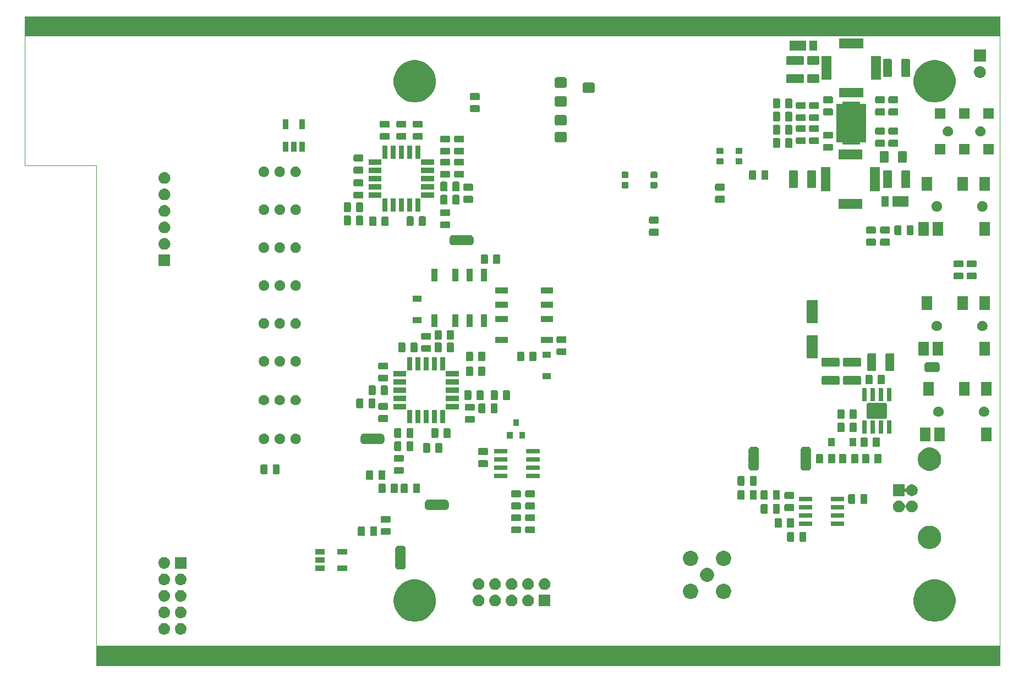
<source format=gbr>
%TF.GenerationSoftware,KiCad,Pcbnew,(5.1.2-1)-1*%
%TF.CreationDate,2019-08-24T23:22:50-04:00*%
%TF.ProjectId,ADIMB,4144494d-422e-46b6-9963-61645f706362,rev?*%
%TF.SameCoordinates,Original*%
%TF.FileFunction,Soldermask,Top*%
%TF.FilePolarity,Negative*%
%FSLAX46Y46*%
G04 Gerber Fmt 4.6, Leading zero omitted, Abs format (unit mm)*
G04 Created by KiCad (PCBNEW (5.1.2-1)-1) date 2019-08-24 23:22:50*
%MOMM*%
%LPD*%
G04 APERTURE LIST*
%ADD10C,0.100000*%
%ADD11C,0.050000*%
G04 APERTURE END LIST*
D10*
G36*
X200000000Y-120000000D02*
G01*
X61000000Y-120000000D01*
X61000000Y-117000000D01*
X200000000Y-117000000D01*
X200000000Y-120000000D01*
G37*
X200000000Y-120000000D02*
X61000000Y-120000000D01*
X61000000Y-117000000D01*
X200000000Y-117000000D01*
X200000000Y-120000000D01*
G36*
X200000000Y-23000000D02*
G01*
X50000000Y-23000000D01*
X50000000Y-20000000D01*
X200000000Y-20000000D01*
X200000000Y-23000000D01*
G37*
X200000000Y-23000000D02*
X50000000Y-23000000D01*
X50000000Y-20000000D01*
X200000000Y-20000000D01*
X200000000Y-23000000D01*
D11*
X61000000Y-120000000D02*
X200000000Y-120000000D01*
X61000000Y-43000000D02*
X61000000Y-120000000D01*
X50000000Y-43000000D02*
X61000000Y-43000000D01*
X50000000Y-20000000D02*
X50000000Y-43000000D01*
X200000000Y-20000000D02*
X200000000Y-120000000D01*
X50000000Y-20000000D02*
X200000000Y-20000000D01*
D10*
G36*
X74110442Y-113465518D02*
G01*
X74176627Y-113472037D01*
X74346466Y-113523557D01*
X74502991Y-113607222D01*
X74538729Y-113636552D01*
X74640186Y-113719814D01*
X74723448Y-113821271D01*
X74752778Y-113857009D01*
X74836443Y-114013534D01*
X74887963Y-114183373D01*
X74905359Y-114360000D01*
X74887963Y-114536627D01*
X74836443Y-114706466D01*
X74752778Y-114862991D01*
X74723448Y-114898729D01*
X74640186Y-115000186D01*
X74538729Y-115083448D01*
X74502991Y-115112778D01*
X74346466Y-115196443D01*
X74176627Y-115247963D01*
X74110443Y-115254481D01*
X74044260Y-115261000D01*
X73955740Y-115261000D01*
X73889557Y-115254481D01*
X73823373Y-115247963D01*
X73653534Y-115196443D01*
X73497009Y-115112778D01*
X73461271Y-115083448D01*
X73359814Y-115000186D01*
X73276552Y-114898729D01*
X73247222Y-114862991D01*
X73163557Y-114706466D01*
X73112037Y-114536627D01*
X73094641Y-114360000D01*
X73112037Y-114183373D01*
X73163557Y-114013534D01*
X73247222Y-113857009D01*
X73276552Y-113821271D01*
X73359814Y-113719814D01*
X73461271Y-113636552D01*
X73497009Y-113607222D01*
X73653534Y-113523557D01*
X73823373Y-113472037D01*
X73889558Y-113465518D01*
X73955740Y-113459000D01*
X74044260Y-113459000D01*
X74110442Y-113465518D01*
X74110442Y-113465518D01*
G37*
G36*
X71570442Y-113465518D02*
G01*
X71636627Y-113472037D01*
X71806466Y-113523557D01*
X71962991Y-113607222D01*
X71998729Y-113636552D01*
X72100186Y-113719814D01*
X72183448Y-113821271D01*
X72212778Y-113857009D01*
X72296443Y-114013534D01*
X72347963Y-114183373D01*
X72365359Y-114360000D01*
X72347963Y-114536627D01*
X72296443Y-114706466D01*
X72212778Y-114862991D01*
X72183448Y-114898729D01*
X72100186Y-115000186D01*
X71998729Y-115083448D01*
X71962991Y-115112778D01*
X71806466Y-115196443D01*
X71636627Y-115247963D01*
X71570443Y-115254481D01*
X71504260Y-115261000D01*
X71415740Y-115261000D01*
X71349557Y-115254481D01*
X71283373Y-115247963D01*
X71113534Y-115196443D01*
X70957009Y-115112778D01*
X70921271Y-115083448D01*
X70819814Y-115000186D01*
X70736552Y-114898729D01*
X70707222Y-114862991D01*
X70623557Y-114706466D01*
X70572037Y-114536627D01*
X70554641Y-114360000D01*
X70572037Y-114183373D01*
X70623557Y-114013534D01*
X70707222Y-113857009D01*
X70736552Y-113821271D01*
X70819814Y-113719814D01*
X70921271Y-113636552D01*
X70957009Y-113607222D01*
X71113534Y-113523557D01*
X71283373Y-113472037D01*
X71349558Y-113465518D01*
X71415740Y-113459000D01*
X71504260Y-113459000D01*
X71570442Y-113465518D01*
X71570442Y-113465518D01*
G37*
G36*
X190634239Y-106811467D02*
G01*
X190948282Y-106873934D01*
X191539926Y-107119001D01*
X191829523Y-107312504D01*
X192050267Y-107460000D01*
X192072392Y-107474784D01*
X192525216Y-107927608D01*
X192880999Y-108460074D01*
X193126066Y-109051718D01*
X193126066Y-109051719D01*
X193251000Y-109679803D01*
X193251000Y-110320197D01*
X193214640Y-110502989D01*
X193126066Y-110948282D01*
X192880999Y-111539926D01*
X192525216Y-112072392D01*
X192072392Y-112525216D01*
X191539926Y-112880999D01*
X190948282Y-113126066D01*
X190634239Y-113188533D01*
X190320197Y-113251000D01*
X189679803Y-113251000D01*
X189365761Y-113188533D01*
X189051718Y-113126066D01*
X188460074Y-112880999D01*
X187927608Y-112525216D01*
X187474784Y-112072392D01*
X187119001Y-111539926D01*
X186873934Y-110948282D01*
X186785360Y-110502989D01*
X186749000Y-110320197D01*
X186749000Y-109679803D01*
X186873934Y-109051719D01*
X186873934Y-109051718D01*
X187119001Y-108460074D01*
X187474784Y-107927608D01*
X187927608Y-107474784D01*
X187949734Y-107460000D01*
X188170477Y-107312504D01*
X188460074Y-107119001D01*
X189051718Y-106873934D01*
X189365761Y-106811467D01*
X189679803Y-106749000D01*
X190320197Y-106749000D01*
X190634239Y-106811467D01*
X190634239Y-106811467D01*
G37*
G36*
X110634239Y-106811467D02*
G01*
X110948282Y-106873934D01*
X111539926Y-107119001D01*
X111829523Y-107312504D01*
X112050267Y-107460000D01*
X112072392Y-107474784D01*
X112525216Y-107927608D01*
X112880999Y-108460074D01*
X113126066Y-109051718D01*
X113126066Y-109051719D01*
X113251000Y-109679803D01*
X113251000Y-110320197D01*
X113214640Y-110502989D01*
X113126066Y-110948282D01*
X112880999Y-111539926D01*
X112525216Y-112072392D01*
X112072392Y-112525216D01*
X111539926Y-112880999D01*
X110948282Y-113126066D01*
X110634239Y-113188533D01*
X110320197Y-113251000D01*
X109679803Y-113251000D01*
X109365761Y-113188533D01*
X109051718Y-113126066D01*
X108460074Y-112880999D01*
X107927608Y-112525216D01*
X107474784Y-112072392D01*
X107119001Y-111539926D01*
X106873934Y-110948282D01*
X106785360Y-110502989D01*
X106749000Y-110320197D01*
X106749000Y-109679803D01*
X106873934Y-109051719D01*
X106873934Y-109051718D01*
X107119001Y-108460074D01*
X107474784Y-107927608D01*
X107927608Y-107474784D01*
X107949734Y-107460000D01*
X108170477Y-107312504D01*
X108460074Y-107119001D01*
X109051718Y-106873934D01*
X109365761Y-106811467D01*
X109679803Y-106749000D01*
X110320197Y-106749000D01*
X110634239Y-106811467D01*
X110634239Y-106811467D01*
G37*
G36*
X74110442Y-110925518D02*
G01*
X74176627Y-110932037D01*
X74346466Y-110983557D01*
X74502991Y-111067222D01*
X74538729Y-111096552D01*
X74640186Y-111179814D01*
X74708772Y-111263388D01*
X74752778Y-111317009D01*
X74836443Y-111473534D01*
X74887963Y-111643373D01*
X74905359Y-111820000D01*
X74887963Y-111996627D01*
X74836443Y-112166466D01*
X74836442Y-112166468D01*
X74794610Y-112244729D01*
X74752778Y-112322991D01*
X74726033Y-112355580D01*
X74640186Y-112460186D01*
X74560944Y-112525217D01*
X74502991Y-112572778D01*
X74346466Y-112656443D01*
X74176627Y-112707963D01*
X74110442Y-112714482D01*
X74044260Y-112721000D01*
X73955740Y-112721000D01*
X73889558Y-112714482D01*
X73823373Y-112707963D01*
X73653534Y-112656443D01*
X73497009Y-112572778D01*
X73439056Y-112525217D01*
X73359814Y-112460186D01*
X73273967Y-112355580D01*
X73247222Y-112322991D01*
X73205390Y-112244729D01*
X73163558Y-112166468D01*
X73163557Y-112166466D01*
X73112037Y-111996627D01*
X73094641Y-111820000D01*
X73112037Y-111643373D01*
X73163557Y-111473534D01*
X73247222Y-111317009D01*
X73291228Y-111263388D01*
X73359814Y-111179814D01*
X73461271Y-111096552D01*
X73497009Y-111067222D01*
X73653534Y-110983557D01*
X73823373Y-110932037D01*
X73889558Y-110925518D01*
X73955740Y-110919000D01*
X74044260Y-110919000D01*
X74110442Y-110925518D01*
X74110442Y-110925518D01*
G37*
G36*
X71570442Y-110925518D02*
G01*
X71636627Y-110932037D01*
X71806466Y-110983557D01*
X71962991Y-111067222D01*
X71998729Y-111096552D01*
X72100186Y-111179814D01*
X72168772Y-111263388D01*
X72212778Y-111317009D01*
X72296443Y-111473534D01*
X72347963Y-111643373D01*
X72365359Y-111820000D01*
X72347963Y-111996627D01*
X72296443Y-112166466D01*
X72296442Y-112166468D01*
X72254610Y-112244729D01*
X72212778Y-112322991D01*
X72186033Y-112355580D01*
X72100186Y-112460186D01*
X72020944Y-112525217D01*
X71962991Y-112572778D01*
X71806466Y-112656443D01*
X71636627Y-112707963D01*
X71570442Y-112714482D01*
X71504260Y-112721000D01*
X71415740Y-112721000D01*
X71349558Y-112714482D01*
X71283373Y-112707963D01*
X71113534Y-112656443D01*
X70957009Y-112572778D01*
X70899056Y-112525217D01*
X70819814Y-112460186D01*
X70733967Y-112355580D01*
X70707222Y-112322991D01*
X70665390Y-112244729D01*
X70623558Y-112166468D01*
X70623557Y-112166466D01*
X70572037Y-111996627D01*
X70554641Y-111820000D01*
X70572037Y-111643373D01*
X70623557Y-111473534D01*
X70707222Y-111317009D01*
X70751228Y-111263388D01*
X70819814Y-111179814D01*
X70921271Y-111096552D01*
X70957009Y-111067222D01*
X71113534Y-110983557D01*
X71283373Y-110932037D01*
X71349558Y-110925518D01*
X71415740Y-110919000D01*
X71504260Y-110919000D01*
X71570442Y-110925518D01*
X71570442Y-110925518D01*
G37*
G36*
X130901000Y-110901000D02*
G01*
X129099000Y-110901000D01*
X129099000Y-109099000D01*
X130901000Y-109099000D01*
X130901000Y-110901000D01*
X130901000Y-110901000D01*
G37*
G36*
X119928659Y-109103373D02*
G01*
X120016627Y-109112037D01*
X120186466Y-109163557D01*
X120342991Y-109247222D01*
X120378729Y-109276552D01*
X120480186Y-109359814D01*
X120559637Y-109456627D01*
X120592778Y-109497009D01*
X120676443Y-109653534D01*
X120727963Y-109823373D01*
X120745359Y-110000000D01*
X120727963Y-110176627D01*
X120676443Y-110346466D01*
X120592778Y-110502991D01*
X120563448Y-110538729D01*
X120480186Y-110640186D01*
X120378729Y-110723448D01*
X120342991Y-110752778D01*
X120186466Y-110836443D01*
X120016627Y-110887963D01*
X119950443Y-110894481D01*
X119884260Y-110901000D01*
X119795740Y-110901000D01*
X119729557Y-110894481D01*
X119663373Y-110887963D01*
X119493534Y-110836443D01*
X119337009Y-110752778D01*
X119301271Y-110723448D01*
X119199814Y-110640186D01*
X119116552Y-110538729D01*
X119087222Y-110502991D01*
X119003557Y-110346466D01*
X118952037Y-110176627D01*
X118934641Y-110000000D01*
X118952037Y-109823373D01*
X119003557Y-109653534D01*
X119087222Y-109497009D01*
X119120363Y-109456627D01*
X119199814Y-109359814D01*
X119301271Y-109276552D01*
X119337009Y-109247222D01*
X119493534Y-109163557D01*
X119663373Y-109112037D01*
X119751341Y-109103373D01*
X119795740Y-109099000D01*
X119884260Y-109099000D01*
X119928659Y-109103373D01*
X119928659Y-109103373D01*
G37*
G36*
X122468659Y-109103373D02*
G01*
X122556627Y-109112037D01*
X122726466Y-109163557D01*
X122882991Y-109247222D01*
X122918729Y-109276552D01*
X123020186Y-109359814D01*
X123099637Y-109456627D01*
X123132778Y-109497009D01*
X123216443Y-109653534D01*
X123267963Y-109823373D01*
X123285359Y-110000000D01*
X123267963Y-110176627D01*
X123216443Y-110346466D01*
X123132778Y-110502991D01*
X123103448Y-110538729D01*
X123020186Y-110640186D01*
X122918729Y-110723448D01*
X122882991Y-110752778D01*
X122726466Y-110836443D01*
X122556627Y-110887963D01*
X122490443Y-110894481D01*
X122424260Y-110901000D01*
X122335740Y-110901000D01*
X122269557Y-110894481D01*
X122203373Y-110887963D01*
X122033534Y-110836443D01*
X121877009Y-110752778D01*
X121841271Y-110723448D01*
X121739814Y-110640186D01*
X121656552Y-110538729D01*
X121627222Y-110502991D01*
X121543557Y-110346466D01*
X121492037Y-110176627D01*
X121474641Y-110000000D01*
X121492037Y-109823373D01*
X121543557Y-109653534D01*
X121627222Y-109497009D01*
X121660363Y-109456627D01*
X121739814Y-109359814D01*
X121841271Y-109276552D01*
X121877009Y-109247222D01*
X122033534Y-109163557D01*
X122203373Y-109112037D01*
X122291341Y-109103373D01*
X122335740Y-109099000D01*
X122424260Y-109099000D01*
X122468659Y-109103373D01*
X122468659Y-109103373D01*
G37*
G36*
X125008659Y-109103373D02*
G01*
X125096627Y-109112037D01*
X125266466Y-109163557D01*
X125422991Y-109247222D01*
X125458729Y-109276552D01*
X125560186Y-109359814D01*
X125639637Y-109456627D01*
X125672778Y-109497009D01*
X125756443Y-109653534D01*
X125807963Y-109823373D01*
X125825359Y-110000000D01*
X125807963Y-110176627D01*
X125756443Y-110346466D01*
X125672778Y-110502991D01*
X125643448Y-110538729D01*
X125560186Y-110640186D01*
X125458729Y-110723448D01*
X125422991Y-110752778D01*
X125266466Y-110836443D01*
X125096627Y-110887963D01*
X125030443Y-110894481D01*
X124964260Y-110901000D01*
X124875740Y-110901000D01*
X124809557Y-110894481D01*
X124743373Y-110887963D01*
X124573534Y-110836443D01*
X124417009Y-110752778D01*
X124381271Y-110723448D01*
X124279814Y-110640186D01*
X124196552Y-110538729D01*
X124167222Y-110502991D01*
X124083557Y-110346466D01*
X124032037Y-110176627D01*
X124014641Y-110000000D01*
X124032037Y-109823373D01*
X124083557Y-109653534D01*
X124167222Y-109497009D01*
X124200363Y-109456627D01*
X124279814Y-109359814D01*
X124381271Y-109276552D01*
X124417009Y-109247222D01*
X124573534Y-109163557D01*
X124743373Y-109112037D01*
X124831341Y-109103373D01*
X124875740Y-109099000D01*
X124964260Y-109099000D01*
X125008659Y-109103373D01*
X125008659Y-109103373D01*
G37*
G36*
X127548659Y-109103373D02*
G01*
X127636627Y-109112037D01*
X127806466Y-109163557D01*
X127962991Y-109247222D01*
X127998729Y-109276552D01*
X128100186Y-109359814D01*
X128179637Y-109456627D01*
X128212778Y-109497009D01*
X128296443Y-109653534D01*
X128347963Y-109823373D01*
X128365359Y-110000000D01*
X128347963Y-110176627D01*
X128296443Y-110346466D01*
X128212778Y-110502991D01*
X128183448Y-110538729D01*
X128100186Y-110640186D01*
X127998729Y-110723448D01*
X127962991Y-110752778D01*
X127806466Y-110836443D01*
X127636627Y-110887963D01*
X127570443Y-110894481D01*
X127504260Y-110901000D01*
X127415740Y-110901000D01*
X127349557Y-110894481D01*
X127283373Y-110887963D01*
X127113534Y-110836443D01*
X126957009Y-110752778D01*
X126921271Y-110723448D01*
X126819814Y-110640186D01*
X126736552Y-110538729D01*
X126707222Y-110502991D01*
X126623557Y-110346466D01*
X126572037Y-110176627D01*
X126554641Y-110000000D01*
X126572037Y-109823373D01*
X126623557Y-109653534D01*
X126707222Y-109497009D01*
X126740363Y-109456627D01*
X126819814Y-109359814D01*
X126921271Y-109276552D01*
X126957009Y-109247222D01*
X127113534Y-109163557D01*
X127283373Y-109112037D01*
X127371341Y-109103373D01*
X127415740Y-109099000D01*
X127504260Y-109099000D01*
X127548659Y-109103373D01*
X127548659Y-109103373D01*
G37*
G36*
X74110443Y-108385519D02*
G01*
X74176627Y-108392037D01*
X74346466Y-108443557D01*
X74502991Y-108527222D01*
X74538729Y-108556552D01*
X74640186Y-108639814D01*
X74719625Y-108736612D01*
X74752778Y-108777009D01*
X74836443Y-108933534D01*
X74887963Y-109103373D01*
X74905359Y-109280000D01*
X74887963Y-109456627D01*
X74836443Y-109626466D01*
X74752778Y-109782991D01*
X74750004Y-109786371D01*
X74640186Y-109920186D01*
X74542931Y-110000000D01*
X74502991Y-110032778D01*
X74346466Y-110116443D01*
X74176627Y-110167963D01*
X74110442Y-110174482D01*
X74044260Y-110181000D01*
X73955740Y-110181000D01*
X73889558Y-110174482D01*
X73823373Y-110167963D01*
X73653534Y-110116443D01*
X73497009Y-110032778D01*
X73457069Y-110000000D01*
X73359814Y-109920186D01*
X73249996Y-109786371D01*
X73247222Y-109782991D01*
X73163557Y-109626466D01*
X73112037Y-109456627D01*
X73094641Y-109280000D01*
X73112037Y-109103373D01*
X73163557Y-108933534D01*
X73247222Y-108777009D01*
X73280375Y-108736612D01*
X73359814Y-108639814D01*
X73461271Y-108556552D01*
X73497009Y-108527222D01*
X73653534Y-108443557D01*
X73823373Y-108392037D01*
X73889557Y-108385519D01*
X73955740Y-108379000D01*
X74044260Y-108379000D01*
X74110443Y-108385519D01*
X74110443Y-108385519D01*
G37*
G36*
X71570443Y-108385519D02*
G01*
X71636627Y-108392037D01*
X71806466Y-108443557D01*
X71962991Y-108527222D01*
X71998729Y-108556552D01*
X72100186Y-108639814D01*
X72179625Y-108736612D01*
X72212778Y-108777009D01*
X72296443Y-108933534D01*
X72347963Y-109103373D01*
X72365359Y-109280000D01*
X72347963Y-109456627D01*
X72296443Y-109626466D01*
X72212778Y-109782991D01*
X72210004Y-109786371D01*
X72100186Y-109920186D01*
X72002931Y-110000000D01*
X71962991Y-110032778D01*
X71806466Y-110116443D01*
X71636627Y-110167963D01*
X71570442Y-110174482D01*
X71504260Y-110181000D01*
X71415740Y-110181000D01*
X71349558Y-110174482D01*
X71283373Y-110167963D01*
X71113534Y-110116443D01*
X70957009Y-110032778D01*
X70917069Y-110000000D01*
X70819814Y-109920186D01*
X70709996Y-109786371D01*
X70707222Y-109782991D01*
X70623557Y-109626466D01*
X70572037Y-109456627D01*
X70554641Y-109280000D01*
X70572037Y-109103373D01*
X70623557Y-108933534D01*
X70707222Y-108777009D01*
X70740375Y-108736612D01*
X70819814Y-108639814D01*
X70921271Y-108556552D01*
X70957009Y-108527222D01*
X71113534Y-108443557D01*
X71283373Y-108392037D01*
X71349557Y-108385519D01*
X71415740Y-108379000D01*
X71504260Y-108379000D01*
X71570443Y-108385519D01*
X71570443Y-108385519D01*
G37*
G36*
X157731560Y-107424064D02*
G01*
X157883027Y-107454193D01*
X158097045Y-107542842D01*
X158147331Y-107576442D01*
X158289654Y-107671539D01*
X158453461Y-107835346D01*
X158464551Y-107851944D01*
X158582158Y-108027955D01*
X158670807Y-108241973D01*
X158691890Y-108347963D01*
X158710905Y-108443557D01*
X158716000Y-108469174D01*
X158716000Y-108700826D01*
X158670807Y-108928027D01*
X158582158Y-109142045D01*
X158582157Y-109142046D01*
X158453461Y-109334654D01*
X158289654Y-109498461D01*
X158188077Y-109566332D01*
X158097045Y-109627158D01*
X157883027Y-109715807D01*
X157731560Y-109745936D01*
X157655827Y-109761000D01*
X157424173Y-109761000D01*
X157348440Y-109745936D01*
X157196973Y-109715807D01*
X156982955Y-109627158D01*
X156891923Y-109566332D01*
X156790346Y-109498461D01*
X156626539Y-109334654D01*
X156497843Y-109142046D01*
X156497842Y-109142045D01*
X156409193Y-108928027D01*
X156364000Y-108700826D01*
X156364000Y-108469174D01*
X156369096Y-108443557D01*
X156388110Y-108347963D01*
X156409193Y-108241973D01*
X156497842Y-108027955D01*
X156615449Y-107851944D01*
X156626539Y-107835346D01*
X156790346Y-107671539D01*
X156932669Y-107576442D01*
X156982955Y-107542842D01*
X157196973Y-107454193D01*
X157348440Y-107424064D01*
X157424173Y-107409000D01*
X157655827Y-107409000D01*
X157731560Y-107424064D01*
X157731560Y-107424064D01*
G37*
G36*
X152651560Y-107424064D02*
G01*
X152803027Y-107454193D01*
X153017045Y-107542842D01*
X153067331Y-107576442D01*
X153209654Y-107671539D01*
X153373461Y-107835346D01*
X153384551Y-107851944D01*
X153502158Y-108027955D01*
X153590807Y-108241973D01*
X153611890Y-108347963D01*
X153630905Y-108443557D01*
X153636000Y-108469174D01*
X153636000Y-108700826D01*
X153590807Y-108928027D01*
X153502158Y-109142045D01*
X153502157Y-109142046D01*
X153373461Y-109334654D01*
X153209654Y-109498461D01*
X153108077Y-109566332D01*
X153017045Y-109627158D01*
X152803027Y-109715807D01*
X152651560Y-109745936D01*
X152575827Y-109761000D01*
X152344173Y-109761000D01*
X152268440Y-109745936D01*
X152116973Y-109715807D01*
X151902955Y-109627158D01*
X151811923Y-109566332D01*
X151710346Y-109498461D01*
X151546539Y-109334654D01*
X151417843Y-109142046D01*
X151417842Y-109142045D01*
X151329193Y-108928027D01*
X151284000Y-108700826D01*
X151284000Y-108469174D01*
X151289096Y-108443557D01*
X151308110Y-108347963D01*
X151329193Y-108241973D01*
X151417842Y-108027955D01*
X151535449Y-107851944D01*
X151546539Y-107835346D01*
X151710346Y-107671539D01*
X151852669Y-107576442D01*
X151902955Y-107542842D01*
X152116973Y-107454193D01*
X152268440Y-107424064D01*
X152344173Y-107409000D01*
X152575827Y-107409000D01*
X152651560Y-107424064D01*
X152651560Y-107424064D01*
G37*
G36*
X130088659Y-106563373D02*
G01*
X130176627Y-106572037D01*
X130346466Y-106623557D01*
X130502991Y-106707222D01*
X130531851Y-106730907D01*
X130640186Y-106819814D01*
X130719637Y-106916627D01*
X130752778Y-106957009D01*
X130752779Y-106957011D01*
X130818332Y-107079650D01*
X130836443Y-107113534D01*
X130887963Y-107283373D01*
X130905359Y-107460000D01*
X130887963Y-107636627D01*
X130836443Y-107806466D01*
X130752778Y-107962991D01*
X130723448Y-107998729D01*
X130640186Y-108100186D01*
X130553420Y-108171392D01*
X130502991Y-108212778D01*
X130346466Y-108296443D01*
X130176627Y-108347963D01*
X130110443Y-108354481D01*
X130044260Y-108361000D01*
X129955740Y-108361000D01*
X129889557Y-108354481D01*
X129823373Y-108347963D01*
X129653534Y-108296443D01*
X129497009Y-108212778D01*
X129446580Y-108171392D01*
X129359814Y-108100186D01*
X129276552Y-107998729D01*
X129247222Y-107962991D01*
X129163557Y-107806466D01*
X129112037Y-107636627D01*
X129094641Y-107460000D01*
X129112037Y-107283373D01*
X129163557Y-107113534D01*
X129181669Y-107079650D01*
X129247221Y-106957011D01*
X129247222Y-106957009D01*
X129280363Y-106916627D01*
X129359814Y-106819814D01*
X129468149Y-106730907D01*
X129497009Y-106707222D01*
X129653534Y-106623557D01*
X129823373Y-106572037D01*
X129911341Y-106563373D01*
X129955740Y-106559000D01*
X130044260Y-106559000D01*
X130088659Y-106563373D01*
X130088659Y-106563373D01*
G37*
G36*
X125008659Y-106563373D02*
G01*
X125096627Y-106572037D01*
X125266466Y-106623557D01*
X125422991Y-106707222D01*
X125451851Y-106730907D01*
X125560186Y-106819814D01*
X125639637Y-106916627D01*
X125672778Y-106957009D01*
X125672779Y-106957011D01*
X125738332Y-107079650D01*
X125756443Y-107113534D01*
X125807963Y-107283373D01*
X125825359Y-107460000D01*
X125807963Y-107636627D01*
X125756443Y-107806466D01*
X125672778Y-107962991D01*
X125643448Y-107998729D01*
X125560186Y-108100186D01*
X125473420Y-108171392D01*
X125422991Y-108212778D01*
X125266466Y-108296443D01*
X125096627Y-108347963D01*
X125030443Y-108354481D01*
X124964260Y-108361000D01*
X124875740Y-108361000D01*
X124809557Y-108354481D01*
X124743373Y-108347963D01*
X124573534Y-108296443D01*
X124417009Y-108212778D01*
X124366580Y-108171392D01*
X124279814Y-108100186D01*
X124196552Y-107998729D01*
X124167222Y-107962991D01*
X124083557Y-107806466D01*
X124032037Y-107636627D01*
X124014641Y-107460000D01*
X124032037Y-107283373D01*
X124083557Y-107113534D01*
X124101669Y-107079650D01*
X124167221Y-106957011D01*
X124167222Y-106957009D01*
X124200363Y-106916627D01*
X124279814Y-106819814D01*
X124388149Y-106730907D01*
X124417009Y-106707222D01*
X124573534Y-106623557D01*
X124743373Y-106572037D01*
X124831341Y-106563373D01*
X124875740Y-106559000D01*
X124964260Y-106559000D01*
X125008659Y-106563373D01*
X125008659Y-106563373D01*
G37*
G36*
X122468659Y-106563373D02*
G01*
X122556627Y-106572037D01*
X122726466Y-106623557D01*
X122882991Y-106707222D01*
X122911851Y-106730907D01*
X123020186Y-106819814D01*
X123099637Y-106916627D01*
X123132778Y-106957009D01*
X123132779Y-106957011D01*
X123198332Y-107079650D01*
X123216443Y-107113534D01*
X123267963Y-107283373D01*
X123285359Y-107460000D01*
X123267963Y-107636627D01*
X123216443Y-107806466D01*
X123132778Y-107962991D01*
X123103448Y-107998729D01*
X123020186Y-108100186D01*
X122933420Y-108171392D01*
X122882991Y-108212778D01*
X122726466Y-108296443D01*
X122556627Y-108347963D01*
X122490443Y-108354481D01*
X122424260Y-108361000D01*
X122335740Y-108361000D01*
X122269557Y-108354481D01*
X122203373Y-108347963D01*
X122033534Y-108296443D01*
X121877009Y-108212778D01*
X121826580Y-108171392D01*
X121739814Y-108100186D01*
X121656552Y-107998729D01*
X121627222Y-107962991D01*
X121543557Y-107806466D01*
X121492037Y-107636627D01*
X121474641Y-107460000D01*
X121492037Y-107283373D01*
X121543557Y-107113534D01*
X121561669Y-107079650D01*
X121627221Y-106957011D01*
X121627222Y-106957009D01*
X121660363Y-106916627D01*
X121739814Y-106819814D01*
X121848149Y-106730907D01*
X121877009Y-106707222D01*
X122033534Y-106623557D01*
X122203373Y-106572037D01*
X122291341Y-106563373D01*
X122335740Y-106559000D01*
X122424260Y-106559000D01*
X122468659Y-106563373D01*
X122468659Y-106563373D01*
G37*
G36*
X119928659Y-106563373D02*
G01*
X120016627Y-106572037D01*
X120186466Y-106623557D01*
X120342991Y-106707222D01*
X120371851Y-106730907D01*
X120480186Y-106819814D01*
X120559637Y-106916627D01*
X120592778Y-106957009D01*
X120592779Y-106957011D01*
X120658332Y-107079650D01*
X120676443Y-107113534D01*
X120727963Y-107283373D01*
X120745359Y-107460000D01*
X120727963Y-107636627D01*
X120676443Y-107806466D01*
X120592778Y-107962991D01*
X120563448Y-107998729D01*
X120480186Y-108100186D01*
X120393420Y-108171392D01*
X120342991Y-108212778D01*
X120186466Y-108296443D01*
X120016627Y-108347963D01*
X119950443Y-108354481D01*
X119884260Y-108361000D01*
X119795740Y-108361000D01*
X119729557Y-108354481D01*
X119663373Y-108347963D01*
X119493534Y-108296443D01*
X119337009Y-108212778D01*
X119286580Y-108171392D01*
X119199814Y-108100186D01*
X119116552Y-107998729D01*
X119087222Y-107962991D01*
X119003557Y-107806466D01*
X118952037Y-107636627D01*
X118934641Y-107460000D01*
X118952037Y-107283373D01*
X119003557Y-107113534D01*
X119021669Y-107079650D01*
X119087221Y-106957011D01*
X119087222Y-106957009D01*
X119120363Y-106916627D01*
X119199814Y-106819814D01*
X119308149Y-106730907D01*
X119337009Y-106707222D01*
X119493534Y-106623557D01*
X119663373Y-106572037D01*
X119751341Y-106563373D01*
X119795740Y-106559000D01*
X119884260Y-106559000D01*
X119928659Y-106563373D01*
X119928659Y-106563373D01*
G37*
G36*
X127548659Y-106563373D02*
G01*
X127636627Y-106572037D01*
X127806466Y-106623557D01*
X127962991Y-106707222D01*
X127991851Y-106730907D01*
X128100186Y-106819814D01*
X128179637Y-106916627D01*
X128212778Y-106957009D01*
X128212779Y-106957011D01*
X128278332Y-107079650D01*
X128296443Y-107113534D01*
X128347963Y-107283373D01*
X128365359Y-107460000D01*
X128347963Y-107636627D01*
X128296443Y-107806466D01*
X128212778Y-107962991D01*
X128183448Y-107998729D01*
X128100186Y-108100186D01*
X128013420Y-108171392D01*
X127962991Y-108212778D01*
X127806466Y-108296443D01*
X127636627Y-108347963D01*
X127570443Y-108354481D01*
X127504260Y-108361000D01*
X127415740Y-108361000D01*
X127349557Y-108354481D01*
X127283373Y-108347963D01*
X127113534Y-108296443D01*
X126957009Y-108212778D01*
X126906580Y-108171392D01*
X126819814Y-108100186D01*
X126736552Y-107998729D01*
X126707222Y-107962991D01*
X126623557Y-107806466D01*
X126572037Y-107636627D01*
X126554641Y-107460000D01*
X126572037Y-107283373D01*
X126623557Y-107113534D01*
X126641669Y-107079650D01*
X126707221Y-106957011D01*
X126707222Y-106957009D01*
X126740363Y-106916627D01*
X126819814Y-106819814D01*
X126928149Y-106730907D01*
X126957009Y-106707222D01*
X127113534Y-106623557D01*
X127283373Y-106572037D01*
X127371341Y-106563373D01*
X127415740Y-106559000D01*
X127504260Y-106559000D01*
X127548659Y-106563373D01*
X127548659Y-106563373D01*
G37*
G36*
X71570443Y-105845519D02*
G01*
X71636627Y-105852037D01*
X71806466Y-105903557D01*
X71962991Y-105987222D01*
X71998729Y-106016552D01*
X72100186Y-106099814D01*
X72183448Y-106201271D01*
X72212778Y-106237009D01*
X72296443Y-106393534D01*
X72347963Y-106563373D01*
X72365359Y-106740000D01*
X72347963Y-106916627D01*
X72296443Y-107086466D01*
X72212778Y-107242991D01*
X72183448Y-107278729D01*
X72100186Y-107380186D01*
X72010007Y-107454193D01*
X71962991Y-107492778D01*
X71806466Y-107576443D01*
X71636627Y-107627963D01*
X71570442Y-107634482D01*
X71504260Y-107641000D01*
X71415740Y-107641000D01*
X71349558Y-107634482D01*
X71283373Y-107627963D01*
X71113534Y-107576443D01*
X70957009Y-107492778D01*
X70909993Y-107454193D01*
X70819814Y-107380186D01*
X70736552Y-107278729D01*
X70707222Y-107242991D01*
X70623557Y-107086466D01*
X70572037Y-106916627D01*
X70554641Y-106740000D01*
X70572037Y-106563373D01*
X70623557Y-106393534D01*
X70707222Y-106237009D01*
X70736552Y-106201271D01*
X70819814Y-106099814D01*
X70921271Y-106016552D01*
X70957009Y-105987222D01*
X71113534Y-105903557D01*
X71283373Y-105852037D01*
X71349557Y-105845519D01*
X71415740Y-105839000D01*
X71504260Y-105839000D01*
X71570443Y-105845519D01*
X71570443Y-105845519D01*
G37*
G36*
X74110443Y-105845519D02*
G01*
X74176627Y-105852037D01*
X74346466Y-105903557D01*
X74502991Y-105987222D01*
X74538729Y-106016552D01*
X74640186Y-106099814D01*
X74723448Y-106201271D01*
X74752778Y-106237009D01*
X74836443Y-106393534D01*
X74887963Y-106563373D01*
X74905359Y-106740000D01*
X74887963Y-106916627D01*
X74836443Y-107086466D01*
X74752778Y-107242991D01*
X74723448Y-107278729D01*
X74640186Y-107380186D01*
X74550007Y-107454193D01*
X74502991Y-107492778D01*
X74346466Y-107576443D01*
X74176627Y-107627963D01*
X74110442Y-107634482D01*
X74044260Y-107641000D01*
X73955740Y-107641000D01*
X73889558Y-107634482D01*
X73823373Y-107627963D01*
X73653534Y-107576443D01*
X73497009Y-107492778D01*
X73449993Y-107454193D01*
X73359814Y-107380186D01*
X73276552Y-107278729D01*
X73247222Y-107242991D01*
X73163557Y-107086466D01*
X73112037Y-106916627D01*
X73094641Y-106740000D01*
X73112037Y-106563373D01*
X73163557Y-106393534D01*
X73247222Y-106237009D01*
X73276552Y-106201271D01*
X73359814Y-106099814D01*
X73461271Y-106016552D01*
X73497009Y-105987222D01*
X73653534Y-105903557D01*
X73823373Y-105852037D01*
X73889557Y-105845519D01*
X73955740Y-105839000D01*
X74044260Y-105839000D01*
X74110443Y-105845519D01*
X74110443Y-105845519D01*
G37*
G36*
X155175271Y-104982783D02*
G01*
X155313858Y-105010350D01*
X155509677Y-105091461D01*
X155685910Y-105209216D01*
X155835784Y-105359090D01*
X155953539Y-105535323D01*
X156034650Y-105731142D01*
X156076000Y-105939023D01*
X156076000Y-106150977D01*
X156034650Y-106358858D01*
X155953539Y-106554677D01*
X155835784Y-106730910D01*
X155685910Y-106880784D01*
X155509677Y-106998539D01*
X155313858Y-107079650D01*
X155175271Y-107107217D01*
X155105978Y-107121000D01*
X154894022Y-107121000D01*
X154824729Y-107107217D01*
X154686142Y-107079650D01*
X154490323Y-106998539D01*
X154314090Y-106880784D01*
X154164216Y-106730910D01*
X154046461Y-106554677D01*
X153965350Y-106358858D01*
X153924000Y-106150977D01*
X153924000Y-105939023D01*
X153965350Y-105731142D01*
X154046461Y-105535323D01*
X154164216Y-105359090D01*
X154314090Y-105209216D01*
X154490323Y-105091461D01*
X154686142Y-105010350D01*
X154824729Y-104982783D01*
X154894022Y-104969000D01*
X155105978Y-104969000D01*
X155175271Y-104982783D01*
X155175271Y-104982783D01*
G37*
G36*
X99621000Y-105460000D02*
G01*
X98119000Y-105460000D01*
X98119000Y-104598000D01*
X99621000Y-104598000D01*
X99621000Y-105460000D01*
X99621000Y-105460000D01*
G37*
G36*
X96191000Y-105460000D02*
G01*
X94689000Y-105460000D01*
X94689000Y-104598000D01*
X96191000Y-104598000D01*
X96191000Y-105460000D01*
X96191000Y-105460000D01*
G37*
G36*
X108085199Y-101527954D02*
G01*
X108097450Y-101528556D01*
X108115869Y-101528556D01*
X108138149Y-101530750D01*
X108222233Y-101547476D01*
X108243660Y-101553976D01*
X108322858Y-101586780D01*
X108328303Y-101589691D01*
X108328309Y-101589693D01*
X108337169Y-101594429D01*
X108337173Y-101594432D01*
X108342614Y-101597340D01*
X108413899Y-101644971D01*
X108431204Y-101659172D01*
X108491828Y-101719796D01*
X108506029Y-101737101D01*
X108553660Y-101808386D01*
X108556568Y-101813827D01*
X108556571Y-101813831D01*
X108561307Y-101822691D01*
X108561309Y-101822697D01*
X108564220Y-101828142D01*
X108597024Y-101907340D01*
X108603524Y-101928767D01*
X108620250Y-102012851D01*
X108622444Y-102035131D01*
X108622444Y-102053550D01*
X108623046Y-102065801D01*
X108624852Y-102084139D01*
X108624852Y-102621860D01*
X108623263Y-102637999D01*
X108618855Y-102652528D01*
X108613394Y-102665711D01*
X108608612Y-102689745D01*
X108608611Y-102714249D01*
X108613391Y-102738282D01*
X108622768Y-102760921D01*
X108624000Y-102762765D01*
X108624000Y-103994050D01*
X108617525Y-104006164D01*
X108610412Y-104029613D01*
X108608010Y-104053999D01*
X108610412Y-104078385D01*
X108617525Y-104101834D01*
X108619848Y-104106746D01*
X108623263Y-104118001D01*
X108624852Y-104134140D01*
X108624852Y-104671862D01*
X108623046Y-104690199D01*
X108622444Y-104702450D01*
X108622444Y-104720869D01*
X108620250Y-104743149D01*
X108603524Y-104827233D01*
X108597024Y-104848660D01*
X108564220Y-104927858D01*
X108561309Y-104933303D01*
X108561307Y-104933309D01*
X108556571Y-104942169D01*
X108556568Y-104942173D01*
X108553660Y-104947614D01*
X108506029Y-105018899D01*
X108491828Y-105036204D01*
X108431204Y-105096828D01*
X108413899Y-105111029D01*
X108342614Y-105158660D01*
X108337173Y-105161568D01*
X108337169Y-105161571D01*
X108328309Y-105166307D01*
X108328303Y-105166309D01*
X108322858Y-105169220D01*
X108243660Y-105202024D01*
X108222233Y-105208524D01*
X108138149Y-105225250D01*
X108115869Y-105227444D01*
X108097450Y-105227444D01*
X108085199Y-105228046D01*
X108066862Y-105229852D01*
X107579138Y-105229852D01*
X107560801Y-105228046D01*
X107548550Y-105227444D01*
X107530131Y-105227444D01*
X107507851Y-105225250D01*
X107423767Y-105208524D01*
X107402340Y-105202024D01*
X107323142Y-105169220D01*
X107317697Y-105166309D01*
X107317691Y-105166307D01*
X107308831Y-105161571D01*
X107308827Y-105161568D01*
X107303386Y-105158660D01*
X107232101Y-105111029D01*
X107214796Y-105096828D01*
X107154172Y-105036204D01*
X107139971Y-105018899D01*
X107092340Y-104947614D01*
X107089432Y-104942173D01*
X107089429Y-104942169D01*
X107084693Y-104933309D01*
X107084691Y-104933303D01*
X107081780Y-104927858D01*
X107048976Y-104848660D01*
X107042476Y-104827233D01*
X107025750Y-104743149D01*
X107023556Y-104720869D01*
X107023556Y-104702450D01*
X107022954Y-104690199D01*
X107021148Y-104671862D01*
X107021148Y-104134140D01*
X107022737Y-104118001D01*
X107027145Y-104103472D01*
X107032606Y-104090289D01*
X107037388Y-104066255D01*
X107037389Y-104041751D01*
X107032609Y-104017718D01*
X107023232Y-103995079D01*
X107022000Y-103993235D01*
X107022000Y-102761950D01*
X107028475Y-102749836D01*
X107035588Y-102726387D01*
X107037990Y-102702001D01*
X107035588Y-102677615D01*
X107028475Y-102654166D01*
X107026152Y-102649254D01*
X107022737Y-102637999D01*
X107021148Y-102621860D01*
X107021148Y-102084139D01*
X107022954Y-102065801D01*
X107023556Y-102053550D01*
X107023556Y-102035131D01*
X107025750Y-102012851D01*
X107042476Y-101928767D01*
X107048976Y-101907340D01*
X107081780Y-101828142D01*
X107084691Y-101822697D01*
X107084693Y-101822691D01*
X107089429Y-101813831D01*
X107089432Y-101813827D01*
X107092340Y-101808386D01*
X107139971Y-101737101D01*
X107154172Y-101719796D01*
X107214796Y-101659172D01*
X107232101Y-101644971D01*
X107303386Y-101597340D01*
X107308827Y-101594432D01*
X107308831Y-101594429D01*
X107317691Y-101589693D01*
X107317697Y-101589691D01*
X107323142Y-101586780D01*
X107402340Y-101553976D01*
X107423767Y-101547476D01*
X107507851Y-101530750D01*
X107530131Y-101528556D01*
X107548550Y-101528556D01*
X107560801Y-101527954D01*
X107579139Y-101526148D01*
X108066861Y-101526148D01*
X108085199Y-101527954D01*
X108085199Y-101527954D01*
G37*
G36*
X74901000Y-105101000D02*
G01*
X73099000Y-105101000D01*
X73099000Y-103299000D01*
X74901000Y-103299000D01*
X74901000Y-105101000D01*
X74901000Y-105101000D01*
G37*
G36*
X71570442Y-103305518D02*
G01*
X71636627Y-103312037D01*
X71806466Y-103363557D01*
X71962991Y-103447222D01*
X71998729Y-103476552D01*
X72100186Y-103559814D01*
X72150257Y-103620827D01*
X72212778Y-103697009D01*
X72296443Y-103853534D01*
X72347963Y-104023373D01*
X72365359Y-104200000D01*
X72347963Y-104376627D01*
X72296443Y-104546466D01*
X72212778Y-104702991D01*
X72193067Y-104727009D01*
X72100186Y-104840186D01*
X71998729Y-104923448D01*
X71962991Y-104952778D01*
X71806466Y-105036443D01*
X71636627Y-105087963D01*
X71601100Y-105091462D01*
X71504260Y-105101000D01*
X71415740Y-105101000D01*
X71318900Y-105091462D01*
X71283373Y-105087963D01*
X71113534Y-105036443D01*
X70957009Y-104952778D01*
X70921271Y-104923448D01*
X70819814Y-104840186D01*
X70726933Y-104727009D01*
X70707222Y-104702991D01*
X70623557Y-104546466D01*
X70572037Y-104376627D01*
X70554641Y-104200000D01*
X70572037Y-104023373D01*
X70623557Y-103853534D01*
X70707222Y-103697009D01*
X70769743Y-103620827D01*
X70819814Y-103559814D01*
X70921271Y-103476552D01*
X70957009Y-103447222D01*
X71113534Y-103363557D01*
X71283373Y-103312037D01*
X71349558Y-103305518D01*
X71415740Y-103299000D01*
X71504260Y-103299000D01*
X71570442Y-103305518D01*
X71570442Y-103305518D01*
G37*
G36*
X157731560Y-102344064D02*
G01*
X157883027Y-102374193D01*
X158097045Y-102462842D01*
X158097046Y-102462843D01*
X158289654Y-102591539D01*
X158453461Y-102755346D01*
X158458418Y-102762765D01*
X158582158Y-102947955D01*
X158670807Y-103161973D01*
X158670807Y-103161975D01*
X158710905Y-103363557D01*
X158716000Y-103389174D01*
X158716000Y-103620826D01*
X158670807Y-103848027D01*
X158582158Y-104062045D01*
X158582157Y-104062046D01*
X158453461Y-104254654D01*
X158289654Y-104418461D01*
X158161249Y-104504258D01*
X158097045Y-104547158D01*
X157883027Y-104635807D01*
X157731560Y-104665936D01*
X157655827Y-104681000D01*
X157424173Y-104681000D01*
X157348440Y-104665936D01*
X157196973Y-104635807D01*
X156982955Y-104547158D01*
X156918751Y-104504258D01*
X156790346Y-104418461D01*
X156626539Y-104254654D01*
X156497843Y-104062046D01*
X156497842Y-104062045D01*
X156409193Y-103848027D01*
X156364000Y-103620826D01*
X156364000Y-103389174D01*
X156369096Y-103363557D01*
X156409193Y-103161975D01*
X156409193Y-103161973D01*
X156497842Y-102947955D01*
X156621582Y-102762765D01*
X156626539Y-102755346D01*
X156790346Y-102591539D01*
X156982954Y-102462843D01*
X156982955Y-102462842D01*
X157196973Y-102374193D01*
X157348440Y-102344064D01*
X157424173Y-102329000D01*
X157655827Y-102329000D01*
X157731560Y-102344064D01*
X157731560Y-102344064D01*
G37*
G36*
X152651560Y-102344064D02*
G01*
X152803027Y-102374193D01*
X153017045Y-102462842D01*
X153017046Y-102462843D01*
X153209654Y-102591539D01*
X153373461Y-102755346D01*
X153378418Y-102762765D01*
X153502158Y-102947955D01*
X153590807Y-103161973D01*
X153590807Y-103161975D01*
X153630905Y-103363557D01*
X153636000Y-103389174D01*
X153636000Y-103620826D01*
X153590807Y-103848027D01*
X153502158Y-104062045D01*
X153502157Y-104062046D01*
X153373461Y-104254654D01*
X153209654Y-104418461D01*
X153081249Y-104504258D01*
X153017045Y-104547158D01*
X152803027Y-104635807D01*
X152651560Y-104665936D01*
X152575827Y-104681000D01*
X152344173Y-104681000D01*
X152268440Y-104665936D01*
X152116973Y-104635807D01*
X151902955Y-104547158D01*
X151838751Y-104504258D01*
X151710346Y-104418461D01*
X151546539Y-104254654D01*
X151417843Y-104062046D01*
X151417842Y-104062045D01*
X151329193Y-103848027D01*
X151284000Y-103620826D01*
X151284000Y-103389174D01*
X151289096Y-103363557D01*
X151329193Y-103161975D01*
X151329193Y-103161973D01*
X151417842Y-102947955D01*
X151541582Y-102762765D01*
X151546539Y-102755346D01*
X151710346Y-102591539D01*
X151902954Y-102462843D01*
X151902955Y-102462842D01*
X152116973Y-102374193D01*
X152268440Y-102344064D01*
X152344173Y-102329000D01*
X152575827Y-102329000D01*
X152651560Y-102344064D01*
X152651560Y-102344064D01*
G37*
G36*
X96191000Y-104190000D02*
G01*
X94689000Y-104190000D01*
X94689000Y-103328000D01*
X96191000Y-103328000D01*
X96191000Y-104190000D01*
X96191000Y-104190000D01*
G37*
G36*
X99621000Y-102920000D02*
G01*
X98119000Y-102920000D01*
X98119000Y-102058000D01*
X99621000Y-102058000D01*
X99621000Y-102920000D01*
X99621000Y-102920000D01*
G37*
G36*
X96191000Y-102920000D02*
G01*
X94689000Y-102920000D01*
X94689000Y-102058000D01*
X96191000Y-102058000D01*
X96191000Y-102920000D01*
X96191000Y-102920000D01*
G37*
G36*
X189735331Y-98538211D02*
G01*
X190063092Y-98673974D01*
X190358070Y-98871072D01*
X190608928Y-99121930D01*
X190806026Y-99416908D01*
X190941789Y-99744669D01*
X191011000Y-100092616D01*
X191011000Y-100447384D01*
X190941789Y-100795331D01*
X190806026Y-101123092D01*
X190608928Y-101418070D01*
X190358070Y-101668928D01*
X190063092Y-101866026D01*
X189735331Y-102001789D01*
X189387384Y-102071000D01*
X189032616Y-102071000D01*
X188684669Y-102001789D01*
X188356908Y-101866026D01*
X188061930Y-101668928D01*
X187811072Y-101418070D01*
X187613974Y-101123092D01*
X187478211Y-100795331D01*
X187409000Y-100447384D01*
X187409000Y-100092616D01*
X187478211Y-99744669D01*
X187613974Y-99416908D01*
X187811072Y-99121930D01*
X188061930Y-98871072D01*
X188356908Y-98673974D01*
X188684669Y-98538211D01*
X189032616Y-98469000D01*
X189387384Y-98469000D01*
X189735331Y-98538211D01*
X189735331Y-98538211D01*
G37*
G36*
X168217468Y-99456565D02*
G01*
X168256138Y-99468296D01*
X168291777Y-99487346D01*
X168323017Y-99512983D01*
X168348654Y-99544223D01*
X168367704Y-99579862D01*
X168379435Y-99618532D01*
X168384000Y-99664888D01*
X168384000Y-100741112D01*
X168379435Y-100787468D01*
X168367704Y-100826138D01*
X168348654Y-100861777D01*
X168323017Y-100893017D01*
X168291777Y-100918654D01*
X168256138Y-100937704D01*
X168217468Y-100949435D01*
X168171112Y-100954000D01*
X167519888Y-100954000D01*
X167473532Y-100949435D01*
X167434862Y-100937704D01*
X167399223Y-100918654D01*
X167367983Y-100893017D01*
X167342346Y-100861777D01*
X167323296Y-100826138D01*
X167311565Y-100787468D01*
X167307000Y-100741112D01*
X167307000Y-99664888D01*
X167311565Y-99618532D01*
X167323296Y-99579862D01*
X167342346Y-99544223D01*
X167367983Y-99512983D01*
X167399223Y-99487346D01*
X167434862Y-99468296D01*
X167473532Y-99456565D01*
X167519888Y-99452000D01*
X168171112Y-99452000D01*
X168217468Y-99456565D01*
X168217468Y-99456565D01*
G37*
G36*
X170092468Y-99456565D02*
G01*
X170131138Y-99468296D01*
X170166777Y-99487346D01*
X170198017Y-99512983D01*
X170223654Y-99544223D01*
X170242704Y-99579862D01*
X170254435Y-99618532D01*
X170259000Y-99664888D01*
X170259000Y-100741112D01*
X170254435Y-100787468D01*
X170242704Y-100826138D01*
X170223654Y-100861777D01*
X170198017Y-100893017D01*
X170166777Y-100918654D01*
X170131138Y-100937704D01*
X170092468Y-100949435D01*
X170046112Y-100954000D01*
X169394888Y-100954000D01*
X169348532Y-100949435D01*
X169309862Y-100937704D01*
X169274223Y-100918654D01*
X169242983Y-100893017D01*
X169217346Y-100861777D01*
X169198296Y-100826138D01*
X169186565Y-100787468D01*
X169182000Y-100741112D01*
X169182000Y-99664888D01*
X169186565Y-99618532D01*
X169198296Y-99579862D01*
X169217346Y-99544223D01*
X169242983Y-99512983D01*
X169274223Y-99487346D01*
X169309862Y-99468296D01*
X169348532Y-99456565D01*
X169394888Y-99452000D01*
X170046112Y-99452000D01*
X170092468Y-99456565D01*
X170092468Y-99456565D01*
G37*
G36*
X102177468Y-98567565D02*
G01*
X102216138Y-98579296D01*
X102251777Y-98598346D01*
X102283017Y-98623983D01*
X102308654Y-98655223D01*
X102327704Y-98690862D01*
X102339435Y-98729532D01*
X102344000Y-98775888D01*
X102344000Y-99852112D01*
X102339435Y-99898468D01*
X102327704Y-99937138D01*
X102308654Y-99972777D01*
X102283017Y-100004017D01*
X102251777Y-100029654D01*
X102216138Y-100048704D01*
X102177468Y-100060435D01*
X102131112Y-100065000D01*
X101479888Y-100065000D01*
X101433532Y-100060435D01*
X101394862Y-100048704D01*
X101359223Y-100029654D01*
X101327983Y-100004017D01*
X101302346Y-99972777D01*
X101283296Y-99937138D01*
X101271565Y-99898468D01*
X101267000Y-99852112D01*
X101267000Y-98775888D01*
X101271565Y-98729532D01*
X101283296Y-98690862D01*
X101302346Y-98655223D01*
X101327983Y-98623983D01*
X101359223Y-98598346D01*
X101394862Y-98579296D01*
X101433532Y-98567565D01*
X101479888Y-98563000D01*
X102131112Y-98563000D01*
X102177468Y-98567565D01*
X102177468Y-98567565D01*
G37*
G36*
X104052468Y-98567565D02*
G01*
X104091138Y-98579296D01*
X104126777Y-98598346D01*
X104158017Y-98623983D01*
X104183654Y-98655223D01*
X104202704Y-98690862D01*
X104214435Y-98729532D01*
X104219000Y-98775888D01*
X104219000Y-99852112D01*
X104214435Y-99898468D01*
X104202704Y-99937138D01*
X104183654Y-99972777D01*
X104158017Y-100004017D01*
X104126777Y-100029654D01*
X104091138Y-100048704D01*
X104052468Y-100060435D01*
X104006112Y-100065000D01*
X103354888Y-100065000D01*
X103308532Y-100060435D01*
X103269862Y-100048704D01*
X103234223Y-100029654D01*
X103202983Y-100004017D01*
X103177346Y-99972777D01*
X103158296Y-99937138D01*
X103146565Y-99898468D01*
X103142000Y-99852112D01*
X103142000Y-98775888D01*
X103146565Y-98729532D01*
X103158296Y-98690862D01*
X103177346Y-98655223D01*
X103202983Y-98623983D01*
X103234223Y-98598346D01*
X103269862Y-98579296D01*
X103308532Y-98567565D01*
X103354888Y-98563000D01*
X104006112Y-98563000D01*
X104052468Y-98567565D01*
X104052468Y-98567565D01*
G37*
G36*
X106121468Y-98828565D02*
G01*
X106160138Y-98840296D01*
X106195777Y-98859346D01*
X106227017Y-98884983D01*
X106252654Y-98916223D01*
X106271704Y-98951862D01*
X106283435Y-98990532D01*
X106288000Y-99036888D01*
X106288000Y-99688112D01*
X106283435Y-99734468D01*
X106271704Y-99773138D01*
X106252654Y-99808777D01*
X106227017Y-99840017D01*
X106195777Y-99865654D01*
X106160138Y-99884704D01*
X106121468Y-99896435D01*
X106075112Y-99901000D01*
X104998888Y-99901000D01*
X104952532Y-99896435D01*
X104913862Y-99884704D01*
X104878223Y-99865654D01*
X104846983Y-99840017D01*
X104821346Y-99808777D01*
X104802296Y-99773138D01*
X104790565Y-99734468D01*
X104786000Y-99688112D01*
X104786000Y-99036888D01*
X104790565Y-98990532D01*
X104802296Y-98951862D01*
X104821346Y-98916223D01*
X104846983Y-98884983D01*
X104878223Y-98859346D01*
X104913862Y-98840296D01*
X104952532Y-98828565D01*
X104998888Y-98824000D01*
X106075112Y-98824000D01*
X106121468Y-98828565D01*
X106121468Y-98828565D01*
G37*
G36*
X128346468Y-98574565D02*
G01*
X128385138Y-98586296D01*
X128420777Y-98605346D01*
X128452017Y-98630983D01*
X128477654Y-98662223D01*
X128496704Y-98697862D01*
X128508435Y-98736532D01*
X128513000Y-98782888D01*
X128513000Y-99434112D01*
X128508435Y-99480468D01*
X128496704Y-99519138D01*
X128477654Y-99554777D01*
X128452017Y-99586017D01*
X128420777Y-99611654D01*
X128385138Y-99630704D01*
X128346468Y-99642435D01*
X128300112Y-99647000D01*
X127223888Y-99647000D01*
X127177532Y-99642435D01*
X127138862Y-99630704D01*
X127103223Y-99611654D01*
X127071983Y-99586017D01*
X127046346Y-99554777D01*
X127027296Y-99519138D01*
X127015565Y-99480468D01*
X127011000Y-99434112D01*
X127011000Y-98782888D01*
X127015565Y-98736532D01*
X127027296Y-98697862D01*
X127046346Y-98662223D01*
X127071983Y-98630983D01*
X127103223Y-98605346D01*
X127138862Y-98586296D01*
X127177532Y-98574565D01*
X127223888Y-98570000D01*
X128300112Y-98570000D01*
X128346468Y-98574565D01*
X128346468Y-98574565D01*
G37*
G36*
X126187468Y-98574565D02*
G01*
X126226138Y-98586296D01*
X126261777Y-98605346D01*
X126293017Y-98630983D01*
X126318654Y-98662223D01*
X126337704Y-98697862D01*
X126349435Y-98736532D01*
X126354000Y-98782888D01*
X126354000Y-99434112D01*
X126349435Y-99480468D01*
X126337704Y-99519138D01*
X126318654Y-99554777D01*
X126293017Y-99586017D01*
X126261777Y-99611654D01*
X126226138Y-99630704D01*
X126187468Y-99642435D01*
X126141112Y-99647000D01*
X125064888Y-99647000D01*
X125018532Y-99642435D01*
X124979862Y-99630704D01*
X124944223Y-99611654D01*
X124912983Y-99586017D01*
X124887346Y-99554777D01*
X124868296Y-99519138D01*
X124856565Y-99480468D01*
X124852000Y-99434112D01*
X124852000Y-98782888D01*
X124856565Y-98736532D01*
X124868296Y-98697862D01*
X124887346Y-98662223D01*
X124912983Y-98630983D01*
X124944223Y-98605346D01*
X124979862Y-98586296D01*
X125018532Y-98574565D01*
X125064888Y-98570000D01*
X126141112Y-98570000D01*
X126187468Y-98574565D01*
X126187468Y-98574565D01*
G37*
G36*
X166312468Y-97297565D02*
G01*
X166351138Y-97309296D01*
X166386777Y-97328346D01*
X166418017Y-97353983D01*
X166443654Y-97385223D01*
X166462704Y-97420862D01*
X166474435Y-97459532D01*
X166479000Y-97505888D01*
X166479000Y-98582112D01*
X166474435Y-98628468D01*
X166462705Y-98667135D01*
X166443654Y-98702777D01*
X166418017Y-98734017D01*
X166386777Y-98759654D01*
X166351138Y-98778704D01*
X166312468Y-98790435D01*
X166266112Y-98795000D01*
X165614888Y-98795000D01*
X165568532Y-98790435D01*
X165529862Y-98778704D01*
X165494223Y-98759654D01*
X165462983Y-98734017D01*
X165437346Y-98702777D01*
X165418295Y-98667135D01*
X165406565Y-98628468D01*
X165402000Y-98582112D01*
X165402000Y-97505888D01*
X165406565Y-97459532D01*
X165418296Y-97420862D01*
X165437346Y-97385223D01*
X165462983Y-97353983D01*
X165494223Y-97328346D01*
X165529862Y-97309296D01*
X165568532Y-97297565D01*
X165614888Y-97293000D01*
X166266112Y-97293000D01*
X166312468Y-97297565D01*
X166312468Y-97297565D01*
G37*
G36*
X168187468Y-97297565D02*
G01*
X168226138Y-97309296D01*
X168261777Y-97328346D01*
X168293017Y-97353983D01*
X168318654Y-97385223D01*
X168337704Y-97420862D01*
X168349435Y-97459532D01*
X168354000Y-97505888D01*
X168354000Y-98582112D01*
X168349435Y-98628468D01*
X168337705Y-98667135D01*
X168318654Y-98702777D01*
X168293017Y-98734017D01*
X168261777Y-98759654D01*
X168226138Y-98778704D01*
X168187468Y-98790435D01*
X168141112Y-98795000D01*
X167489888Y-98795000D01*
X167443532Y-98790435D01*
X167404862Y-98778704D01*
X167369223Y-98759654D01*
X167337983Y-98734017D01*
X167312346Y-98702777D01*
X167293295Y-98667135D01*
X167281565Y-98628468D01*
X167277000Y-98582112D01*
X167277000Y-97505888D01*
X167281565Y-97459532D01*
X167293296Y-97420862D01*
X167312346Y-97385223D01*
X167337983Y-97353983D01*
X167369223Y-97328346D01*
X167404862Y-97309296D01*
X167443532Y-97297565D01*
X167489888Y-97293000D01*
X168141112Y-97293000D01*
X168187468Y-97297565D01*
X168187468Y-97297565D01*
G37*
G36*
X176002928Y-97822764D02*
G01*
X176024009Y-97829160D01*
X176043445Y-97839548D01*
X176060476Y-97853524D01*
X176074452Y-97870555D01*
X176084840Y-97889991D01*
X176091236Y-97911072D01*
X176094000Y-97939140D01*
X176094000Y-98402860D01*
X176091236Y-98430928D01*
X176084840Y-98452009D01*
X176074452Y-98471445D01*
X176060476Y-98488476D01*
X176043445Y-98502452D01*
X176024009Y-98512840D01*
X176002928Y-98519236D01*
X175974860Y-98522000D01*
X174161140Y-98522000D01*
X174133072Y-98519236D01*
X174111991Y-98512840D01*
X174092555Y-98502452D01*
X174075524Y-98488476D01*
X174061548Y-98471445D01*
X174051160Y-98452009D01*
X174044764Y-98430928D01*
X174042000Y-98402860D01*
X174042000Y-97939140D01*
X174044764Y-97911072D01*
X174051160Y-97889991D01*
X174061548Y-97870555D01*
X174075524Y-97853524D01*
X174092555Y-97839548D01*
X174111991Y-97829160D01*
X174133072Y-97822764D01*
X174161140Y-97820000D01*
X175974860Y-97820000D01*
X176002928Y-97822764D01*
X176002928Y-97822764D01*
G37*
G36*
X171052928Y-97822764D02*
G01*
X171074009Y-97829160D01*
X171093445Y-97839548D01*
X171110476Y-97853524D01*
X171124452Y-97870555D01*
X171134840Y-97889991D01*
X171141236Y-97911072D01*
X171144000Y-97939140D01*
X171144000Y-98402860D01*
X171141236Y-98430928D01*
X171134840Y-98452009D01*
X171124452Y-98471445D01*
X171110476Y-98488476D01*
X171093445Y-98502452D01*
X171074009Y-98512840D01*
X171052928Y-98519236D01*
X171024860Y-98522000D01*
X169211140Y-98522000D01*
X169183072Y-98519236D01*
X169161991Y-98512840D01*
X169142555Y-98502452D01*
X169125524Y-98488476D01*
X169111548Y-98471445D01*
X169101160Y-98452009D01*
X169094764Y-98430928D01*
X169092000Y-98402860D01*
X169092000Y-97939140D01*
X169094764Y-97911072D01*
X169101160Y-97889991D01*
X169111548Y-97870555D01*
X169125524Y-97853524D01*
X169142555Y-97839548D01*
X169161991Y-97829160D01*
X169183072Y-97822764D01*
X169211140Y-97820000D01*
X171024860Y-97820000D01*
X171052928Y-97822764D01*
X171052928Y-97822764D01*
G37*
G36*
X106121468Y-96953565D02*
G01*
X106160138Y-96965296D01*
X106195777Y-96984346D01*
X106227017Y-97009983D01*
X106252654Y-97041223D01*
X106271704Y-97076862D01*
X106283435Y-97115532D01*
X106288000Y-97161888D01*
X106288000Y-97813112D01*
X106283435Y-97859468D01*
X106271704Y-97898138D01*
X106252654Y-97933777D01*
X106227017Y-97965017D01*
X106195777Y-97990654D01*
X106160138Y-98009704D01*
X106121468Y-98021435D01*
X106075112Y-98026000D01*
X104998888Y-98026000D01*
X104952532Y-98021435D01*
X104913862Y-98009704D01*
X104878223Y-97990654D01*
X104846983Y-97965017D01*
X104821346Y-97933777D01*
X104802296Y-97898138D01*
X104790565Y-97859468D01*
X104786000Y-97813112D01*
X104786000Y-97161888D01*
X104790565Y-97115532D01*
X104802296Y-97076862D01*
X104821346Y-97041223D01*
X104846983Y-97009983D01*
X104878223Y-96984346D01*
X104913862Y-96965296D01*
X104952532Y-96953565D01*
X104998888Y-96949000D01*
X106075112Y-96949000D01*
X106121468Y-96953565D01*
X106121468Y-96953565D01*
G37*
G36*
X128346468Y-96699565D02*
G01*
X128385138Y-96711296D01*
X128420777Y-96730346D01*
X128452017Y-96755983D01*
X128477654Y-96787223D01*
X128496704Y-96822862D01*
X128508435Y-96861532D01*
X128513000Y-96907888D01*
X128513000Y-97559112D01*
X128508435Y-97605468D01*
X128496704Y-97644138D01*
X128477654Y-97679777D01*
X128452017Y-97711017D01*
X128420777Y-97736654D01*
X128385138Y-97755704D01*
X128346468Y-97767435D01*
X128300112Y-97772000D01*
X127223888Y-97772000D01*
X127177532Y-97767435D01*
X127138862Y-97755704D01*
X127103223Y-97736654D01*
X127071983Y-97711017D01*
X127046346Y-97679777D01*
X127027296Y-97644138D01*
X127015565Y-97605468D01*
X127011000Y-97559112D01*
X127011000Y-96907888D01*
X127015565Y-96861532D01*
X127027296Y-96822862D01*
X127046346Y-96787223D01*
X127071983Y-96755983D01*
X127103223Y-96730346D01*
X127138862Y-96711296D01*
X127177532Y-96699565D01*
X127223888Y-96695000D01*
X128300112Y-96695000D01*
X128346468Y-96699565D01*
X128346468Y-96699565D01*
G37*
G36*
X126187468Y-96699565D02*
G01*
X126226138Y-96711296D01*
X126261777Y-96730346D01*
X126293017Y-96755983D01*
X126318654Y-96787223D01*
X126337704Y-96822862D01*
X126349435Y-96861532D01*
X126354000Y-96907888D01*
X126354000Y-97559112D01*
X126349435Y-97605468D01*
X126337704Y-97644138D01*
X126318654Y-97679777D01*
X126293017Y-97711017D01*
X126261777Y-97736654D01*
X126226138Y-97755704D01*
X126187468Y-97767435D01*
X126141112Y-97772000D01*
X125064888Y-97772000D01*
X125018532Y-97767435D01*
X124979862Y-97755704D01*
X124944223Y-97736654D01*
X124912983Y-97711017D01*
X124887346Y-97679777D01*
X124868296Y-97644138D01*
X124856565Y-97605468D01*
X124852000Y-97559112D01*
X124852000Y-96907888D01*
X124856565Y-96861532D01*
X124868296Y-96822862D01*
X124887346Y-96787223D01*
X124912983Y-96755983D01*
X124944223Y-96730346D01*
X124979862Y-96711296D01*
X125018532Y-96699565D01*
X125064888Y-96695000D01*
X126141112Y-96695000D01*
X126187468Y-96699565D01*
X126187468Y-96699565D01*
G37*
G36*
X176002928Y-96552764D02*
G01*
X176024009Y-96559160D01*
X176043445Y-96569548D01*
X176060476Y-96583524D01*
X176074452Y-96600555D01*
X176084840Y-96619991D01*
X176091236Y-96641072D01*
X176094000Y-96669140D01*
X176094000Y-97132860D01*
X176091236Y-97160928D01*
X176084840Y-97182009D01*
X176074452Y-97201445D01*
X176060476Y-97218476D01*
X176043445Y-97232452D01*
X176024009Y-97242840D01*
X176002928Y-97249236D01*
X175974860Y-97252000D01*
X174161140Y-97252000D01*
X174133072Y-97249236D01*
X174111991Y-97242840D01*
X174092555Y-97232452D01*
X174075524Y-97218476D01*
X174061548Y-97201445D01*
X174051160Y-97182009D01*
X174044764Y-97160928D01*
X174042000Y-97132860D01*
X174042000Y-96669140D01*
X174044764Y-96641072D01*
X174051160Y-96619991D01*
X174061548Y-96600555D01*
X174075524Y-96583524D01*
X174092555Y-96569548D01*
X174111991Y-96559160D01*
X174133072Y-96552764D01*
X174161140Y-96550000D01*
X175974860Y-96550000D01*
X176002928Y-96552764D01*
X176002928Y-96552764D01*
G37*
G36*
X171052928Y-96552764D02*
G01*
X171074009Y-96559160D01*
X171093445Y-96569548D01*
X171110476Y-96583524D01*
X171124452Y-96600555D01*
X171134840Y-96619991D01*
X171141236Y-96641072D01*
X171144000Y-96669140D01*
X171144000Y-97132860D01*
X171141236Y-97160928D01*
X171134840Y-97182009D01*
X171124452Y-97201445D01*
X171110476Y-97218476D01*
X171093445Y-97232452D01*
X171074009Y-97242840D01*
X171052928Y-97249236D01*
X171024860Y-97252000D01*
X169211140Y-97252000D01*
X169183072Y-97249236D01*
X169161991Y-97242840D01*
X169142555Y-97232452D01*
X169125524Y-97218476D01*
X169111548Y-97201445D01*
X169101160Y-97182009D01*
X169094764Y-97160928D01*
X169092000Y-97132860D01*
X169092000Y-96669140D01*
X169094764Y-96641072D01*
X169101160Y-96619991D01*
X169111548Y-96600555D01*
X169125524Y-96583524D01*
X169142555Y-96569548D01*
X169161991Y-96559160D01*
X169183072Y-96552764D01*
X169211140Y-96550000D01*
X171024860Y-96550000D01*
X171052928Y-96552764D01*
X171052928Y-96552764D01*
G37*
G36*
X166028468Y-95138565D02*
G01*
X166067138Y-95150296D01*
X166102777Y-95169346D01*
X166134017Y-95194983D01*
X166159654Y-95226223D01*
X166178704Y-95261862D01*
X166190435Y-95300532D01*
X166195000Y-95346888D01*
X166195000Y-96423112D01*
X166190435Y-96469468D01*
X166178704Y-96508138D01*
X166159654Y-96543777D01*
X166134017Y-96575017D01*
X166102777Y-96600654D01*
X166067138Y-96619704D01*
X166028468Y-96631435D01*
X165982112Y-96636000D01*
X165330888Y-96636000D01*
X165284532Y-96631435D01*
X165245862Y-96619704D01*
X165210223Y-96600654D01*
X165178983Y-96575017D01*
X165153346Y-96543777D01*
X165134296Y-96508138D01*
X165122565Y-96469468D01*
X165118000Y-96423112D01*
X165118000Y-95346888D01*
X165122565Y-95300532D01*
X165134296Y-95261862D01*
X165153346Y-95226223D01*
X165178983Y-95194983D01*
X165210223Y-95169346D01*
X165245862Y-95150296D01*
X165284532Y-95138565D01*
X165330888Y-95134000D01*
X165982112Y-95134000D01*
X166028468Y-95138565D01*
X166028468Y-95138565D01*
G37*
G36*
X164153468Y-95138565D02*
G01*
X164192138Y-95150296D01*
X164227777Y-95169346D01*
X164259017Y-95194983D01*
X164284654Y-95226223D01*
X164303704Y-95261862D01*
X164315435Y-95300532D01*
X164320000Y-95346888D01*
X164320000Y-96423112D01*
X164315435Y-96469468D01*
X164303704Y-96508138D01*
X164284654Y-96543777D01*
X164259017Y-96575017D01*
X164227777Y-96600654D01*
X164192138Y-96619704D01*
X164153468Y-96631435D01*
X164107112Y-96636000D01*
X163455888Y-96636000D01*
X163409532Y-96631435D01*
X163370862Y-96619704D01*
X163335223Y-96600654D01*
X163303983Y-96575017D01*
X163278346Y-96543777D01*
X163259296Y-96508138D01*
X163247565Y-96469468D01*
X163243000Y-96423112D01*
X163243000Y-95346888D01*
X163247565Y-95300532D01*
X163259296Y-95261862D01*
X163278346Y-95226223D01*
X163303983Y-95194983D01*
X163335223Y-95169346D01*
X163370862Y-95150296D01*
X163409532Y-95138565D01*
X163455888Y-95134000D01*
X164107112Y-95134000D01*
X164153468Y-95138565D01*
X164153468Y-95138565D01*
G37*
G36*
X184612174Y-94603661D02*
G01*
X184762812Y-94633624D01*
X184926784Y-94701544D01*
X185074354Y-94800147D01*
X185199853Y-94925646D01*
X185298456Y-95073216D01*
X185366376Y-95237188D01*
X185377405Y-95292638D01*
X185384516Y-95316078D01*
X185396067Y-95337689D01*
X185411613Y-95356631D01*
X185430555Y-95372176D01*
X185452165Y-95383727D01*
X185475614Y-95390840D01*
X185500000Y-95393242D01*
X185524387Y-95390840D01*
X185547835Y-95383727D01*
X185569446Y-95372176D01*
X185588388Y-95356630D01*
X185603933Y-95337688D01*
X185615484Y-95316078D01*
X185622595Y-95292638D01*
X185633624Y-95237188D01*
X185701544Y-95073216D01*
X185800147Y-94925646D01*
X185925646Y-94800147D01*
X186073216Y-94701544D01*
X186237188Y-94633624D01*
X186387826Y-94603661D01*
X186411258Y-94599000D01*
X186588742Y-94599000D01*
X186612174Y-94603661D01*
X186762812Y-94633624D01*
X186926784Y-94701544D01*
X187074354Y-94800147D01*
X187199853Y-94925646D01*
X187298456Y-95073216D01*
X187366376Y-95237188D01*
X187393226Y-95372176D01*
X187398590Y-95399140D01*
X187401000Y-95411259D01*
X187401000Y-95588741D01*
X187366376Y-95762812D01*
X187298456Y-95926784D01*
X187199853Y-96074354D01*
X187074354Y-96199853D01*
X186926784Y-96298456D01*
X186762812Y-96366376D01*
X186613512Y-96396073D01*
X186588742Y-96401000D01*
X186411258Y-96401000D01*
X186386488Y-96396073D01*
X186237188Y-96366376D01*
X186073216Y-96298456D01*
X185925646Y-96199853D01*
X185800147Y-96074354D01*
X185701544Y-95926784D01*
X185633624Y-95762812D01*
X185622595Y-95707362D01*
X185615484Y-95683922D01*
X185603933Y-95662311D01*
X185588387Y-95643369D01*
X185569445Y-95627824D01*
X185547835Y-95616273D01*
X185524386Y-95609160D01*
X185500000Y-95606758D01*
X185475613Y-95609160D01*
X185452165Y-95616273D01*
X185430554Y-95627824D01*
X185411612Y-95643370D01*
X185396067Y-95662312D01*
X185384516Y-95683922D01*
X185377405Y-95707362D01*
X185366376Y-95762812D01*
X185298456Y-95926784D01*
X185199853Y-96074354D01*
X185074354Y-96199853D01*
X184926784Y-96298456D01*
X184762812Y-96366376D01*
X184613512Y-96396073D01*
X184588742Y-96401000D01*
X184411258Y-96401000D01*
X184386488Y-96396073D01*
X184237188Y-96366376D01*
X184073216Y-96298456D01*
X183925646Y-96199853D01*
X183800147Y-96074354D01*
X183701544Y-95926784D01*
X183633624Y-95762812D01*
X183599000Y-95588741D01*
X183599000Y-95411259D01*
X183601411Y-95399140D01*
X183606774Y-95372176D01*
X183633624Y-95237188D01*
X183701544Y-95073216D01*
X183800147Y-94925646D01*
X183925646Y-94800147D01*
X184073216Y-94701544D01*
X184237188Y-94633624D01*
X184387826Y-94603661D01*
X184411258Y-94599000D01*
X184588742Y-94599000D01*
X184612174Y-94603661D01*
X184612174Y-94603661D01*
G37*
G36*
X168224468Y-95145565D02*
G01*
X168263138Y-95157296D01*
X168298777Y-95176346D01*
X168330017Y-95201983D01*
X168355654Y-95233223D01*
X168374704Y-95268862D01*
X168386435Y-95307532D01*
X168391000Y-95353888D01*
X168391000Y-96005112D01*
X168386435Y-96051468D01*
X168374704Y-96090138D01*
X168355654Y-96125777D01*
X168330017Y-96157017D01*
X168298777Y-96182654D01*
X168263138Y-96201704D01*
X168224468Y-96213435D01*
X168178112Y-96218000D01*
X167101888Y-96218000D01*
X167055532Y-96213435D01*
X167016862Y-96201704D01*
X166981223Y-96182654D01*
X166949983Y-96157017D01*
X166924346Y-96125777D01*
X166905296Y-96090138D01*
X166893565Y-96051468D01*
X166889000Y-96005112D01*
X166889000Y-95353888D01*
X166893565Y-95307532D01*
X166905296Y-95268862D01*
X166924346Y-95233223D01*
X166949983Y-95201983D01*
X166981223Y-95176346D01*
X167016862Y-95157296D01*
X167055532Y-95145565D01*
X167101888Y-95141000D01*
X168178112Y-95141000D01*
X168224468Y-95145565D01*
X168224468Y-95145565D01*
G37*
G36*
X112670999Y-94449737D02*
G01*
X112685528Y-94454145D01*
X112698711Y-94459606D01*
X112722745Y-94464388D01*
X112747249Y-94464389D01*
X112771282Y-94459609D01*
X112793921Y-94450232D01*
X112795765Y-94449000D01*
X114027050Y-94449000D01*
X114039164Y-94455475D01*
X114062613Y-94462588D01*
X114086999Y-94464990D01*
X114111385Y-94462588D01*
X114134834Y-94455475D01*
X114139746Y-94453152D01*
X114151001Y-94449737D01*
X114167140Y-94448148D01*
X114704861Y-94448148D01*
X114723199Y-94449954D01*
X114735450Y-94450556D01*
X114753869Y-94450556D01*
X114776149Y-94452750D01*
X114860233Y-94469476D01*
X114881660Y-94475976D01*
X114960858Y-94508780D01*
X114966303Y-94511691D01*
X114966309Y-94511693D01*
X114975169Y-94516429D01*
X114975173Y-94516432D01*
X114980614Y-94519340D01*
X115051899Y-94566971D01*
X115069204Y-94581172D01*
X115129828Y-94641796D01*
X115144029Y-94659101D01*
X115191660Y-94730386D01*
X115194568Y-94735827D01*
X115194571Y-94735831D01*
X115199307Y-94744691D01*
X115199309Y-94744697D01*
X115202220Y-94750142D01*
X115235024Y-94829340D01*
X115241524Y-94850767D01*
X115258250Y-94934851D01*
X115260444Y-94957131D01*
X115260444Y-94975550D01*
X115261046Y-94987801D01*
X115262852Y-95006139D01*
X115262852Y-95493862D01*
X115261046Y-95512199D01*
X115260444Y-95524450D01*
X115260444Y-95542869D01*
X115258250Y-95565149D01*
X115241524Y-95649233D01*
X115235024Y-95670660D01*
X115202220Y-95749858D01*
X115199309Y-95755303D01*
X115199307Y-95755309D01*
X115194571Y-95764169D01*
X115194568Y-95764173D01*
X115191660Y-95769614D01*
X115144029Y-95840899D01*
X115129828Y-95858204D01*
X115069204Y-95918828D01*
X115051899Y-95933029D01*
X114980614Y-95980660D01*
X114975173Y-95983568D01*
X114975169Y-95983571D01*
X114966309Y-95988307D01*
X114966303Y-95988309D01*
X114960858Y-95991220D01*
X114881660Y-96024024D01*
X114860233Y-96030524D01*
X114776149Y-96047250D01*
X114753869Y-96049444D01*
X114735450Y-96049444D01*
X114723199Y-96050046D01*
X114704862Y-96051852D01*
X114167140Y-96051852D01*
X114151001Y-96050263D01*
X114136472Y-96045855D01*
X114123289Y-96040394D01*
X114099255Y-96035612D01*
X114074751Y-96035611D01*
X114050718Y-96040391D01*
X114028079Y-96049768D01*
X114026235Y-96051000D01*
X112794950Y-96051000D01*
X112782836Y-96044525D01*
X112759387Y-96037412D01*
X112735001Y-96035010D01*
X112710615Y-96037412D01*
X112687166Y-96044525D01*
X112682254Y-96046848D01*
X112670999Y-96050263D01*
X112654860Y-96051852D01*
X112117138Y-96051852D01*
X112098801Y-96050046D01*
X112086550Y-96049444D01*
X112068131Y-96049444D01*
X112045851Y-96047250D01*
X111961767Y-96030524D01*
X111940340Y-96024024D01*
X111861142Y-95991220D01*
X111855697Y-95988309D01*
X111855691Y-95988307D01*
X111846831Y-95983571D01*
X111846827Y-95983568D01*
X111841386Y-95980660D01*
X111770101Y-95933029D01*
X111752796Y-95918828D01*
X111692172Y-95858204D01*
X111677971Y-95840899D01*
X111630340Y-95769614D01*
X111627432Y-95764173D01*
X111627429Y-95764169D01*
X111622693Y-95755309D01*
X111622691Y-95755303D01*
X111619780Y-95749858D01*
X111586976Y-95670660D01*
X111580476Y-95649233D01*
X111563750Y-95565149D01*
X111561556Y-95542869D01*
X111561556Y-95524450D01*
X111560954Y-95512199D01*
X111559148Y-95493862D01*
X111559148Y-95006139D01*
X111560954Y-94987801D01*
X111561556Y-94975550D01*
X111561556Y-94957131D01*
X111563750Y-94934851D01*
X111580476Y-94850767D01*
X111586976Y-94829340D01*
X111619780Y-94750142D01*
X111622691Y-94744697D01*
X111622693Y-94744691D01*
X111627429Y-94735831D01*
X111627432Y-94735827D01*
X111630340Y-94730386D01*
X111677971Y-94659101D01*
X111692172Y-94641796D01*
X111752796Y-94581172D01*
X111770101Y-94566971D01*
X111841386Y-94519340D01*
X111846827Y-94516432D01*
X111846831Y-94516429D01*
X111855691Y-94511693D01*
X111855697Y-94511691D01*
X111861142Y-94508780D01*
X111940340Y-94475976D01*
X111961767Y-94469476D01*
X112045851Y-94452750D01*
X112068131Y-94450556D01*
X112086550Y-94450556D01*
X112098801Y-94449954D01*
X112117139Y-94448148D01*
X112654860Y-94448148D01*
X112670999Y-94449737D01*
X112670999Y-94449737D01*
G37*
G36*
X176002928Y-95282764D02*
G01*
X176024009Y-95289160D01*
X176043445Y-95299548D01*
X176060476Y-95313524D01*
X176074452Y-95330555D01*
X176084840Y-95349991D01*
X176091236Y-95371072D01*
X176094000Y-95399140D01*
X176094000Y-95862860D01*
X176091236Y-95890928D01*
X176084840Y-95912009D01*
X176074452Y-95931445D01*
X176060476Y-95948476D01*
X176043445Y-95962452D01*
X176024009Y-95972840D01*
X176002928Y-95979236D01*
X175974860Y-95982000D01*
X174161140Y-95982000D01*
X174133072Y-95979236D01*
X174111991Y-95972840D01*
X174092555Y-95962452D01*
X174075524Y-95948476D01*
X174061548Y-95931445D01*
X174051160Y-95912009D01*
X174044764Y-95890928D01*
X174042000Y-95862860D01*
X174042000Y-95399140D01*
X174044764Y-95371072D01*
X174051160Y-95349991D01*
X174061548Y-95330555D01*
X174075524Y-95313524D01*
X174092555Y-95299548D01*
X174111991Y-95289160D01*
X174133072Y-95282764D01*
X174161140Y-95280000D01*
X175974860Y-95280000D01*
X176002928Y-95282764D01*
X176002928Y-95282764D01*
G37*
G36*
X171052928Y-95282764D02*
G01*
X171074009Y-95289160D01*
X171093445Y-95299548D01*
X171110476Y-95313524D01*
X171124452Y-95330555D01*
X171134840Y-95349991D01*
X171141236Y-95371072D01*
X171144000Y-95399140D01*
X171144000Y-95862860D01*
X171141236Y-95890928D01*
X171134840Y-95912009D01*
X171124452Y-95931445D01*
X171110476Y-95948476D01*
X171093445Y-95962452D01*
X171074009Y-95972840D01*
X171052928Y-95979236D01*
X171024860Y-95982000D01*
X169211140Y-95982000D01*
X169183072Y-95979236D01*
X169161991Y-95972840D01*
X169142555Y-95962452D01*
X169125524Y-95948476D01*
X169111548Y-95931445D01*
X169101160Y-95912009D01*
X169094764Y-95890928D01*
X169092000Y-95862860D01*
X169092000Y-95399140D01*
X169094764Y-95371072D01*
X169101160Y-95349991D01*
X169111548Y-95330555D01*
X169125524Y-95313524D01*
X169142555Y-95299548D01*
X169161991Y-95289160D01*
X169183072Y-95282764D01*
X169211140Y-95280000D01*
X171024860Y-95280000D01*
X171052928Y-95282764D01*
X171052928Y-95282764D01*
G37*
G36*
X128346468Y-94891565D02*
G01*
X128385138Y-94903296D01*
X128420777Y-94922346D01*
X128452017Y-94947983D01*
X128477654Y-94979223D01*
X128496704Y-95014862D01*
X128508435Y-95053532D01*
X128513000Y-95099888D01*
X128513000Y-95751112D01*
X128508435Y-95797468D01*
X128496704Y-95836138D01*
X128477654Y-95871777D01*
X128452017Y-95903017D01*
X128420777Y-95928654D01*
X128385138Y-95947704D01*
X128346468Y-95959435D01*
X128300112Y-95964000D01*
X127223888Y-95964000D01*
X127177532Y-95959435D01*
X127138862Y-95947704D01*
X127103223Y-95928654D01*
X127071983Y-95903017D01*
X127046346Y-95871777D01*
X127027296Y-95836138D01*
X127015565Y-95797468D01*
X127011000Y-95751112D01*
X127011000Y-95099888D01*
X127015565Y-95053532D01*
X127027296Y-95014862D01*
X127046346Y-94979223D01*
X127071983Y-94947983D01*
X127103223Y-94922346D01*
X127138862Y-94903296D01*
X127177532Y-94891565D01*
X127223888Y-94887000D01*
X128300112Y-94887000D01*
X128346468Y-94891565D01*
X128346468Y-94891565D01*
G37*
G36*
X126187468Y-94891565D02*
G01*
X126226138Y-94903296D01*
X126261777Y-94922346D01*
X126293017Y-94947983D01*
X126318654Y-94979223D01*
X126337704Y-95014862D01*
X126349435Y-95053532D01*
X126354000Y-95099888D01*
X126354000Y-95751112D01*
X126349435Y-95797468D01*
X126337704Y-95836138D01*
X126318654Y-95871777D01*
X126293017Y-95903017D01*
X126261777Y-95928654D01*
X126226138Y-95947704D01*
X126187468Y-95959435D01*
X126141112Y-95964000D01*
X125064888Y-95964000D01*
X125018532Y-95959435D01*
X124979862Y-95947704D01*
X124944223Y-95928654D01*
X124912983Y-95903017D01*
X124887346Y-95871777D01*
X124868296Y-95836138D01*
X124856565Y-95797468D01*
X124852000Y-95751112D01*
X124852000Y-95099888D01*
X124856565Y-95053532D01*
X124868296Y-95014862D01*
X124887346Y-94979223D01*
X124912983Y-94947983D01*
X124944223Y-94922346D01*
X124979862Y-94903296D01*
X125018532Y-94891565D01*
X125064888Y-94887000D01*
X126141112Y-94887000D01*
X126187468Y-94891565D01*
X126187468Y-94891565D01*
G37*
G36*
X179490468Y-93614565D02*
G01*
X179529138Y-93626296D01*
X179564777Y-93645346D01*
X179596017Y-93670983D01*
X179621654Y-93702223D01*
X179640704Y-93737862D01*
X179652435Y-93776532D01*
X179657000Y-93822888D01*
X179657000Y-94899112D01*
X179652435Y-94945468D01*
X179640704Y-94984138D01*
X179621654Y-95019777D01*
X179596017Y-95051017D01*
X179564777Y-95076654D01*
X179529138Y-95095704D01*
X179490468Y-95107435D01*
X179444112Y-95112000D01*
X178792888Y-95112000D01*
X178746532Y-95107435D01*
X178707862Y-95095704D01*
X178672223Y-95076654D01*
X178640983Y-95051017D01*
X178615346Y-95019777D01*
X178596296Y-94984138D01*
X178584565Y-94945468D01*
X178580000Y-94899112D01*
X178580000Y-93822888D01*
X178584565Y-93776532D01*
X178596296Y-93737862D01*
X178615346Y-93702223D01*
X178640983Y-93670983D01*
X178672223Y-93645346D01*
X178707862Y-93626296D01*
X178746532Y-93614565D01*
X178792888Y-93610000D01*
X179444112Y-93610000D01*
X179490468Y-93614565D01*
X179490468Y-93614565D01*
G37*
G36*
X177615468Y-93614565D02*
G01*
X177654138Y-93626296D01*
X177689777Y-93645346D01*
X177721017Y-93670983D01*
X177746654Y-93702223D01*
X177765704Y-93737862D01*
X177777435Y-93776532D01*
X177782000Y-93822888D01*
X177782000Y-94899112D01*
X177777435Y-94945468D01*
X177765704Y-94984138D01*
X177746654Y-95019777D01*
X177721017Y-95051017D01*
X177689777Y-95076654D01*
X177654138Y-95095704D01*
X177615468Y-95107435D01*
X177569112Y-95112000D01*
X176917888Y-95112000D01*
X176871532Y-95107435D01*
X176832862Y-95095704D01*
X176797223Y-95076654D01*
X176765983Y-95051017D01*
X176740346Y-95019777D01*
X176721296Y-94984138D01*
X176709565Y-94945468D01*
X176705000Y-94899112D01*
X176705000Y-93822888D01*
X176709565Y-93776532D01*
X176721296Y-93737862D01*
X176740346Y-93702223D01*
X176765983Y-93670983D01*
X176797223Y-93645346D01*
X176832862Y-93626296D01*
X176871532Y-93614565D01*
X176917888Y-93610000D01*
X177569112Y-93610000D01*
X177615468Y-93614565D01*
X177615468Y-93614565D01*
G37*
G36*
X176002928Y-94012764D02*
G01*
X176024009Y-94019160D01*
X176043445Y-94029548D01*
X176060476Y-94043524D01*
X176074452Y-94060555D01*
X176084840Y-94079991D01*
X176091236Y-94101072D01*
X176094000Y-94129140D01*
X176094000Y-94592860D01*
X176091236Y-94620928D01*
X176084840Y-94642009D01*
X176074452Y-94661445D01*
X176060476Y-94678476D01*
X176043445Y-94692452D01*
X176024009Y-94702840D01*
X176002928Y-94709236D01*
X175974860Y-94712000D01*
X174161140Y-94712000D01*
X174133072Y-94709236D01*
X174111991Y-94702840D01*
X174092555Y-94692452D01*
X174075524Y-94678476D01*
X174061548Y-94661445D01*
X174051160Y-94642009D01*
X174044764Y-94620928D01*
X174042000Y-94592860D01*
X174042000Y-94129140D01*
X174044764Y-94101072D01*
X174051160Y-94079991D01*
X174061548Y-94060555D01*
X174075524Y-94043524D01*
X174092555Y-94029548D01*
X174111991Y-94019160D01*
X174133072Y-94012764D01*
X174161140Y-94010000D01*
X175974860Y-94010000D01*
X176002928Y-94012764D01*
X176002928Y-94012764D01*
G37*
G36*
X171052928Y-94012764D02*
G01*
X171074009Y-94019160D01*
X171093445Y-94029548D01*
X171110476Y-94043524D01*
X171124452Y-94060555D01*
X171134840Y-94079991D01*
X171141236Y-94101072D01*
X171144000Y-94129140D01*
X171144000Y-94592860D01*
X171141236Y-94620928D01*
X171134840Y-94642009D01*
X171124452Y-94661445D01*
X171110476Y-94678476D01*
X171093445Y-94692452D01*
X171074009Y-94702840D01*
X171052928Y-94709236D01*
X171024860Y-94712000D01*
X169211140Y-94712000D01*
X169183072Y-94709236D01*
X169161991Y-94702840D01*
X169142555Y-94692452D01*
X169125524Y-94678476D01*
X169111548Y-94661445D01*
X169101160Y-94642009D01*
X169094764Y-94620928D01*
X169092000Y-94592860D01*
X169092000Y-94129140D01*
X169094764Y-94101072D01*
X169101160Y-94079991D01*
X169111548Y-94060555D01*
X169125524Y-94043524D01*
X169142555Y-94029548D01*
X169161991Y-94019160D01*
X169183072Y-94012764D01*
X169211140Y-94010000D01*
X171024860Y-94010000D01*
X171052928Y-94012764D01*
X171052928Y-94012764D01*
G37*
G36*
X160597468Y-92979565D02*
G01*
X160636138Y-92991296D01*
X160671777Y-93010346D01*
X160703017Y-93035983D01*
X160728654Y-93067223D01*
X160747704Y-93102862D01*
X160759435Y-93141532D01*
X160764000Y-93187888D01*
X160764000Y-94264112D01*
X160759435Y-94310468D01*
X160747704Y-94349138D01*
X160728654Y-94384777D01*
X160703017Y-94416017D01*
X160671777Y-94441654D01*
X160636138Y-94460704D01*
X160597468Y-94472435D01*
X160551112Y-94477000D01*
X159899888Y-94477000D01*
X159853532Y-94472435D01*
X159814862Y-94460704D01*
X159779223Y-94441654D01*
X159747983Y-94416017D01*
X159722346Y-94384777D01*
X159703296Y-94349138D01*
X159691565Y-94310468D01*
X159687000Y-94264112D01*
X159687000Y-93187888D01*
X159691565Y-93141532D01*
X159703296Y-93102862D01*
X159722346Y-93067223D01*
X159747983Y-93035983D01*
X159779223Y-93010346D01*
X159814862Y-92991296D01*
X159853532Y-92979565D01*
X159899888Y-92975000D01*
X160551112Y-92975000D01*
X160597468Y-92979565D01*
X160597468Y-92979565D01*
G37*
G36*
X162472468Y-92979565D02*
G01*
X162511138Y-92991296D01*
X162546777Y-93010346D01*
X162578017Y-93035983D01*
X162603654Y-93067223D01*
X162622704Y-93102862D01*
X162634435Y-93141532D01*
X162639000Y-93187888D01*
X162639000Y-94264112D01*
X162634435Y-94310468D01*
X162622704Y-94349138D01*
X162603654Y-94384777D01*
X162578017Y-94416017D01*
X162546777Y-94441654D01*
X162511138Y-94460704D01*
X162472468Y-94472435D01*
X162426112Y-94477000D01*
X161774888Y-94477000D01*
X161728532Y-94472435D01*
X161689862Y-94460704D01*
X161654223Y-94441654D01*
X161622983Y-94416017D01*
X161597346Y-94384777D01*
X161578296Y-94349138D01*
X161566565Y-94310468D01*
X161562000Y-94264112D01*
X161562000Y-93187888D01*
X161566565Y-93141532D01*
X161578296Y-93102862D01*
X161597346Y-93067223D01*
X161622983Y-93035983D01*
X161654223Y-93010346D01*
X161689862Y-92991296D01*
X161728532Y-92979565D01*
X161774888Y-92975000D01*
X162426112Y-92975000D01*
X162472468Y-92979565D01*
X162472468Y-92979565D01*
G37*
G36*
X164153468Y-92979565D02*
G01*
X164192138Y-92991296D01*
X164227777Y-93010346D01*
X164259017Y-93035983D01*
X164284654Y-93067223D01*
X164303704Y-93102862D01*
X164315435Y-93141532D01*
X164320000Y-93187888D01*
X164320000Y-94264112D01*
X164315435Y-94310468D01*
X164303704Y-94349138D01*
X164284654Y-94384777D01*
X164259017Y-94416017D01*
X164227777Y-94441654D01*
X164192138Y-94460704D01*
X164153468Y-94472435D01*
X164107112Y-94477000D01*
X163455888Y-94477000D01*
X163409532Y-94472435D01*
X163370862Y-94460704D01*
X163335223Y-94441654D01*
X163303983Y-94416017D01*
X163278346Y-94384777D01*
X163259296Y-94349138D01*
X163247565Y-94310468D01*
X163243000Y-94264112D01*
X163243000Y-93187888D01*
X163247565Y-93141532D01*
X163259296Y-93102862D01*
X163278346Y-93067223D01*
X163303983Y-93035983D01*
X163335223Y-93010346D01*
X163370862Y-92991296D01*
X163409532Y-92979565D01*
X163455888Y-92975000D01*
X164107112Y-92975000D01*
X164153468Y-92979565D01*
X164153468Y-92979565D01*
G37*
G36*
X166028468Y-92979565D02*
G01*
X166067138Y-92991296D01*
X166102777Y-93010346D01*
X166134017Y-93035983D01*
X166159654Y-93067223D01*
X166178704Y-93102862D01*
X166190435Y-93141532D01*
X166195000Y-93187888D01*
X166195000Y-94264112D01*
X166190435Y-94310468D01*
X166178704Y-94349138D01*
X166159654Y-94384777D01*
X166134017Y-94416017D01*
X166102777Y-94441654D01*
X166067138Y-94460704D01*
X166028468Y-94472435D01*
X165982112Y-94477000D01*
X165330888Y-94477000D01*
X165284532Y-94472435D01*
X165245862Y-94460704D01*
X165210223Y-94441654D01*
X165178983Y-94416017D01*
X165153346Y-94384777D01*
X165134296Y-94349138D01*
X165122565Y-94310468D01*
X165118000Y-94264112D01*
X165118000Y-93187888D01*
X165122565Y-93141532D01*
X165134296Y-93102862D01*
X165153346Y-93067223D01*
X165178983Y-93035983D01*
X165210223Y-93010346D01*
X165245862Y-92991296D01*
X165284532Y-92979565D01*
X165330888Y-92975000D01*
X165982112Y-92975000D01*
X166028468Y-92979565D01*
X166028468Y-92979565D01*
G37*
G36*
X168224468Y-93270565D02*
G01*
X168263138Y-93282296D01*
X168298777Y-93301346D01*
X168330017Y-93326983D01*
X168355654Y-93358223D01*
X168374704Y-93393862D01*
X168386435Y-93432532D01*
X168391000Y-93478888D01*
X168391000Y-94130112D01*
X168386435Y-94176468D01*
X168374704Y-94215138D01*
X168355654Y-94250777D01*
X168330017Y-94282017D01*
X168298777Y-94307654D01*
X168263138Y-94326704D01*
X168224468Y-94338435D01*
X168178112Y-94343000D01*
X167101888Y-94343000D01*
X167055532Y-94338435D01*
X167016862Y-94326704D01*
X166981223Y-94307654D01*
X166949983Y-94282017D01*
X166924346Y-94250777D01*
X166905296Y-94215138D01*
X166893565Y-94176468D01*
X166889000Y-94130112D01*
X166889000Y-93478888D01*
X166893565Y-93432532D01*
X166905296Y-93393862D01*
X166924346Y-93358223D01*
X166949983Y-93326983D01*
X166981223Y-93301346D01*
X167016862Y-93282296D01*
X167055532Y-93270565D01*
X167101888Y-93266000D01*
X168178112Y-93266000D01*
X168224468Y-93270565D01*
X168224468Y-93270565D01*
G37*
G36*
X128346468Y-93016565D02*
G01*
X128385138Y-93028296D01*
X128420777Y-93047346D01*
X128452017Y-93072983D01*
X128477654Y-93104223D01*
X128496704Y-93139862D01*
X128508435Y-93178532D01*
X128513000Y-93224888D01*
X128513000Y-93876112D01*
X128508435Y-93922468D01*
X128496704Y-93961138D01*
X128477654Y-93996777D01*
X128452017Y-94028017D01*
X128420777Y-94053654D01*
X128385138Y-94072704D01*
X128346468Y-94084435D01*
X128300112Y-94089000D01*
X127223888Y-94089000D01*
X127177532Y-94084435D01*
X127138862Y-94072704D01*
X127103223Y-94053654D01*
X127071983Y-94028017D01*
X127046346Y-93996777D01*
X127027296Y-93961138D01*
X127015565Y-93922468D01*
X127011000Y-93876112D01*
X127011000Y-93224888D01*
X127015565Y-93178532D01*
X127027296Y-93139862D01*
X127046346Y-93104223D01*
X127071983Y-93072983D01*
X127103223Y-93047346D01*
X127138862Y-93028296D01*
X127177532Y-93016565D01*
X127223888Y-93012000D01*
X128300112Y-93012000D01*
X128346468Y-93016565D01*
X128346468Y-93016565D01*
G37*
G36*
X126187468Y-93016565D02*
G01*
X126226138Y-93028296D01*
X126261777Y-93047346D01*
X126293017Y-93072983D01*
X126318654Y-93104223D01*
X126337704Y-93139862D01*
X126349435Y-93178532D01*
X126354000Y-93224888D01*
X126354000Y-93876112D01*
X126349435Y-93922468D01*
X126337704Y-93961138D01*
X126318654Y-93996777D01*
X126293017Y-94028017D01*
X126261777Y-94053654D01*
X126226138Y-94072704D01*
X126187468Y-94084435D01*
X126141112Y-94089000D01*
X125064888Y-94089000D01*
X125018532Y-94084435D01*
X124979862Y-94072704D01*
X124944223Y-94053654D01*
X124912983Y-94028017D01*
X124887346Y-93996777D01*
X124868296Y-93961138D01*
X124856565Y-93922468D01*
X124852000Y-93876112D01*
X124852000Y-93224888D01*
X124856565Y-93178532D01*
X124868296Y-93139862D01*
X124887346Y-93104223D01*
X124912983Y-93072983D01*
X124944223Y-93047346D01*
X124979862Y-93028296D01*
X125018532Y-93016565D01*
X125064888Y-93012000D01*
X126141112Y-93012000D01*
X126187468Y-93016565D01*
X126187468Y-93016565D01*
G37*
G36*
X185401000Y-92670383D02*
G01*
X185403402Y-92694769D01*
X185410515Y-92718218D01*
X185422066Y-92739829D01*
X185437611Y-92758771D01*
X185456553Y-92774316D01*
X185478164Y-92785867D01*
X185501613Y-92792980D01*
X185525999Y-92795382D01*
X185550385Y-92792980D01*
X185573834Y-92785867D01*
X185595445Y-92774316D01*
X185614387Y-92758771D01*
X185629932Y-92739829D01*
X185641477Y-92718229D01*
X185701544Y-92573216D01*
X185800147Y-92425646D01*
X185925646Y-92300147D01*
X186073216Y-92201544D01*
X186237188Y-92133624D01*
X186399806Y-92101278D01*
X186411258Y-92099000D01*
X186588742Y-92099000D01*
X186600194Y-92101278D01*
X186762812Y-92133624D01*
X186926784Y-92201544D01*
X187074354Y-92300147D01*
X187199853Y-92425646D01*
X187298456Y-92573216D01*
X187366376Y-92737188D01*
X187401000Y-92911259D01*
X187401000Y-93088741D01*
X187366376Y-93262812D01*
X187298456Y-93426784D01*
X187199853Y-93574354D01*
X187074354Y-93699853D01*
X186926784Y-93798456D01*
X186762812Y-93866376D01*
X186613512Y-93896073D01*
X186588742Y-93901000D01*
X186411258Y-93901000D01*
X186386488Y-93896073D01*
X186237188Y-93866376D01*
X186073216Y-93798456D01*
X185925646Y-93699853D01*
X185800147Y-93574354D01*
X185701544Y-93426784D01*
X185641477Y-93281771D01*
X185629932Y-93260171D01*
X185614387Y-93241229D01*
X185595445Y-93225684D01*
X185573834Y-93214133D01*
X185550385Y-93207020D01*
X185525999Y-93204618D01*
X185501613Y-93207020D01*
X185478164Y-93214133D01*
X185456553Y-93225684D01*
X185437611Y-93241229D01*
X185422066Y-93260171D01*
X185410515Y-93281782D01*
X185403402Y-93305231D01*
X185401000Y-93329617D01*
X185401000Y-93901000D01*
X183599000Y-93901000D01*
X183599000Y-92099000D01*
X185401000Y-92099000D01*
X185401000Y-92670383D01*
X185401000Y-92670383D01*
G37*
G36*
X110656468Y-91963565D02*
G01*
X110695138Y-91975296D01*
X110730777Y-91994346D01*
X110762017Y-92019983D01*
X110787654Y-92051223D01*
X110806704Y-92086862D01*
X110818435Y-92125532D01*
X110823000Y-92171888D01*
X110823000Y-93248112D01*
X110818435Y-93294468D01*
X110806704Y-93333138D01*
X110787654Y-93368777D01*
X110762017Y-93400017D01*
X110730777Y-93425654D01*
X110695138Y-93444704D01*
X110656468Y-93456435D01*
X110610112Y-93461000D01*
X109958888Y-93461000D01*
X109912532Y-93456435D01*
X109873862Y-93444704D01*
X109838223Y-93425654D01*
X109806983Y-93400017D01*
X109781346Y-93368777D01*
X109762296Y-93333138D01*
X109750565Y-93294468D01*
X109746000Y-93248112D01*
X109746000Y-92171888D01*
X109750565Y-92125532D01*
X109762296Y-92086862D01*
X109781346Y-92051223D01*
X109806983Y-92019983D01*
X109838223Y-91994346D01*
X109873862Y-91975296D01*
X109912532Y-91963565D01*
X109958888Y-91959000D01*
X110610112Y-91959000D01*
X110656468Y-91963565D01*
X110656468Y-91963565D01*
G37*
G36*
X108781468Y-91963565D02*
G01*
X108820138Y-91975296D01*
X108855777Y-91994346D01*
X108887017Y-92019983D01*
X108912654Y-92051223D01*
X108931704Y-92086862D01*
X108943435Y-92125532D01*
X108948000Y-92171888D01*
X108948000Y-93248112D01*
X108943435Y-93294468D01*
X108931704Y-93333138D01*
X108912654Y-93368777D01*
X108887017Y-93400017D01*
X108855777Y-93425654D01*
X108820138Y-93444704D01*
X108781468Y-93456435D01*
X108735112Y-93461000D01*
X108083888Y-93461000D01*
X108037532Y-93456435D01*
X107998862Y-93444704D01*
X107963223Y-93425654D01*
X107931983Y-93400017D01*
X107906346Y-93368777D01*
X107887296Y-93333138D01*
X107875565Y-93294468D01*
X107871000Y-93248112D01*
X107871000Y-92171888D01*
X107875565Y-92125532D01*
X107887296Y-92086862D01*
X107906346Y-92051223D01*
X107931983Y-92019983D01*
X107963223Y-91994346D01*
X107998862Y-91975296D01*
X108037532Y-91963565D01*
X108083888Y-91959000D01*
X108735112Y-91959000D01*
X108781468Y-91963565D01*
X108781468Y-91963565D01*
G37*
G36*
X107227468Y-91963565D02*
G01*
X107266138Y-91975296D01*
X107301777Y-91994346D01*
X107333017Y-92019983D01*
X107358654Y-92051223D01*
X107377704Y-92086862D01*
X107389435Y-92125532D01*
X107394000Y-92171888D01*
X107394000Y-93248112D01*
X107389435Y-93294468D01*
X107377704Y-93333138D01*
X107358654Y-93368777D01*
X107333017Y-93400017D01*
X107301777Y-93425654D01*
X107266138Y-93444704D01*
X107227468Y-93456435D01*
X107181112Y-93461000D01*
X106529888Y-93461000D01*
X106483532Y-93456435D01*
X106444862Y-93444704D01*
X106409223Y-93425654D01*
X106377983Y-93400017D01*
X106352346Y-93368777D01*
X106333296Y-93333138D01*
X106321565Y-93294468D01*
X106317000Y-93248112D01*
X106317000Y-92171888D01*
X106321565Y-92125532D01*
X106333296Y-92086862D01*
X106352346Y-92051223D01*
X106377983Y-92019983D01*
X106409223Y-91994346D01*
X106444862Y-91975296D01*
X106483532Y-91963565D01*
X106529888Y-91959000D01*
X107181112Y-91959000D01*
X107227468Y-91963565D01*
X107227468Y-91963565D01*
G37*
G36*
X105352468Y-91963565D02*
G01*
X105391138Y-91975296D01*
X105426777Y-91994346D01*
X105458017Y-92019983D01*
X105483654Y-92051223D01*
X105502704Y-92086862D01*
X105514435Y-92125532D01*
X105519000Y-92171888D01*
X105519000Y-93248112D01*
X105514435Y-93294468D01*
X105502704Y-93333138D01*
X105483654Y-93368777D01*
X105458017Y-93400017D01*
X105426777Y-93425654D01*
X105391138Y-93444704D01*
X105352468Y-93456435D01*
X105306112Y-93461000D01*
X104654888Y-93461000D01*
X104608532Y-93456435D01*
X104569862Y-93444704D01*
X104534223Y-93425654D01*
X104502983Y-93400017D01*
X104477346Y-93368777D01*
X104458296Y-93333138D01*
X104446565Y-93294468D01*
X104442000Y-93248112D01*
X104442000Y-92171888D01*
X104446565Y-92125532D01*
X104458296Y-92086862D01*
X104477346Y-92051223D01*
X104502983Y-92019983D01*
X104534223Y-91994346D01*
X104569862Y-91975296D01*
X104608532Y-91963565D01*
X104654888Y-91959000D01*
X105306112Y-91959000D01*
X105352468Y-91963565D01*
X105352468Y-91963565D01*
G37*
G36*
X162472468Y-90820565D02*
G01*
X162511138Y-90832296D01*
X162546777Y-90851346D01*
X162578017Y-90876983D01*
X162603654Y-90908223D01*
X162622704Y-90943862D01*
X162634435Y-90982532D01*
X162639000Y-91028888D01*
X162639000Y-92105112D01*
X162634435Y-92151468D01*
X162622704Y-92190138D01*
X162603654Y-92225777D01*
X162578017Y-92257017D01*
X162546777Y-92282654D01*
X162511138Y-92301704D01*
X162472468Y-92313435D01*
X162426112Y-92318000D01*
X161774888Y-92318000D01*
X161728532Y-92313435D01*
X161689862Y-92301704D01*
X161654223Y-92282654D01*
X161622983Y-92257017D01*
X161597346Y-92225777D01*
X161578296Y-92190138D01*
X161566565Y-92151468D01*
X161562000Y-92105112D01*
X161562000Y-91028888D01*
X161566565Y-90982532D01*
X161578296Y-90943862D01*
X161597346Y-90908223D01*
X161622983Y-90876983D01*
X161654223Y-90851346D01*
X161689862Y-90832296D01*
X161728532Y-90820565D01*
X161774888Y-90816000D01*
X162426112Y-90816000D01*
X162472468Y-90820565D01*
X162472468Y-90820565D01*
G37*
G36*
X160597468Y-90820565D02*
G01*
X160636138Y-90832296D01*
X160671777Y-90851346D01*
X160703017Y-90876983D01*
X160728654Y-90908223D01*
X160747704Y-90943862D01*
X160759435Y-90982532D01*
X160764000Y-91028888D01*
X160764000Y-92105112D01*
X160759435Y-92151468D01*
X160747704Y-92190138D01*
X160728654Y-92225777D01*
X160703017Y-92257017D01*
X160671777Y-92282654D01*
X160636138Y-92301704D01*
X160597468Y-92313435D01*
X160551112Y-92318000D01*
X159899888Y-92318000D01*
X159853532Y-92313435D01*
X159814862Y-92301704D01*
X159779223Y-92282654D01*
X159747983Y-92257017D01*
X159722346Y-92225777D01*
X159703296Y-92190138D01*
X159691565Y-92151468D01*
X159687000Y-92105112D01*
X159687000Y-91028888D01*
X159691565Y-90982532D01*
X159703296Y-90943862D01*
X159722346Y-90908223D01*
X159747983Y-90876983D01*
X159779223Y-90851346D01*
X159814862Y-90832296D01*
X159853532Y-90820565D01*
X159899888Y-90816000D01*
X160551112Y-90816000D01*
X160597468Y-90820565D01*
X160597468Y-90820565D01*
G37*
G36*
X105322468Y-89931565D02*
G01*
X105361138Y-89943296D01*
X105396777Y-89962346D01*
X105428017Y-89987983D01*
X105453654Y-90019223D01*
X105472704Y-90054862D01*
X105484435Y-90093532D01*
X105489000Y-90139888D01*
X105489000Y-91216112D01*
X105484435Y-91262468D01*
X105472704Y-91301138D01*
X105453654Y-91336777D01*
X105428017Y-91368017D01*
X105396777Y-91393654D01*
X105361138Y-91412704D01*
X105322468Y-91424435D01*
X105276112Y-91429000D01*
X104624888Y-91429000D01*
X104578532Y-91424435D01*
X104539862Y-91412704D01*
X104504223Y-91393654D01*
X104472983Y-91368017D01*
X104447346Y-91336777D01*
X104428296Y-91301138D01*
X104416565Y-91262468D01*
X104412000Y-91216112D01*
X104412000Y-90139888D01*
X104416565Y-90093532D01*
X104428296Y-90054862D01*
X104447346Y-90019223D01*
X104472983Y-89987983D01*
X104504223Y-89962346D01*
X104539862Y-89943296D01*
X104578532Y-89931565D01*
X104624888Y-89927000D01*
X105276112Y-89927000D01*
X105322468Y-89931565D01*
X105322468Y-89931565D01*
G37*
G36*
X103447468Y-89931565D02*
G01*
X103486138Y-89943296D01*
X103521777Y-89962346D01*
X103553017Y-89987983D01*
X103578654Y-90019223D01*
X103597704Y-90054862D01*
X103609435Y-90093532D01*
X103614000Y-90139888D01*
X103614000Y-91216112D01*
X103609435Y-91262468D01*
X103597704Y-91301138D01*
X103578654Y-91336777D01*
X103553017Y-91368017D01*
X103521777Y-91393654D01*
X103486138Y-91412704D01*
X103447468Y-91424435D01*
X103401112Y-91429000D01*
X102749888Y-91429000D01*
X102703532Y-91424435D01*
X102664862Y-91412704D01*
X102629223Y-91393654D01*
X102597983Y-91368017D01*
X102572346Y-91336777D01*
X102553296Y-91301138D01*
X102541565Y-91262468D01*
X102537000Y-91216112D01*
X102537000Y-90139888D01*
X102541565Y-90093532D01*
X102553296Y-90054862D01*
X102572346Y-90019223D01*
X102597983Y-89987983D01*
X102629223Y-89962346D01*
X102664862Y-89943296D01*
X102703532Y-89931565D01*
X102749888Y-89927000D01*
X103401112Y-89927000D01*
X103447468Y-89931565D01*
X103447468Y-89931565D01*
G37*
G36*
X124189928Y-90456764D02*
G01*
X124211009Y-90463160D01*
X124230445Y-90473548D01*
X124247476Y-90487524D01*
X124261452Y-90504555D01*
X124271840Y-90523991D01*
X124278236Y-90545072D01*
X124281000Y-90573140D01*
X124281000Y-91036860D01*
X124278236Y-91064928D01*
X124271840Y-91086009D01*
X124261452Y-91105445D01*
X124247476Y-91122476D01*
X124230445Y-91136452D01*
X124211009Y-91146840D01*
X124189928Y-91153236D01*
X124161860Y-91156000D01*
X122348140Y-91156000D01*
X122320072Y-91153236D01*
X122298991Y-91146840D01*
X122279555Y-91136452D01*
X122262524Y-91122476D01*
X122248548Y-91105445D01*
X122238160Y-91086009D01*
X122231764Y-91064928D01*
X122229000Y-91036860D01*
X122229000Y-90573140D01*
X122231764Y-90545072D01*
X122238160Y-90523991D01*
X122248548Y-90504555D01*
X122262524Y-90487524D01*
X122279555Y-90473548D01*
X122298991Y-90463160D01*
X122320072Y-90456764D01*
X122348140Y-90454000D01*
X124161860Y-90454000D01*
X124189928Y-90456764D01*
X124189928Y-90456764D01*
G37*
G36*
X129139928Y-90456764D02*
G01*
X129161009Y-90463160D01*
X129180445Y-90473548D01*
X129197476Y-90487524D01*
X129211452Y-90504555D01*
X129221840Y-90523991D01*
X129228236Y-90545072D01*
X129231000Y-90573140D01*
X129231000Y-91036860D01*
X129228236Y-91064928D01*
X129221840Y-91086009D01*
X129211452Y-91105445D01*
X129197476Y-91122476D01*
X129180445Y-91136452D01*
X129161009Y-91146840D01*
X129139928Y-91153236D01*
X129111860Y-91156000D01*
X127298140Y-91156000D01*
X127270072Y-91153236D01*
X127248991Y-91146840D01*
X127229555Y-91136452D01*
X127212524Y-91122476D01*
X127198548Y-91105445D01*
X127188160Y-91086009D01*
X127181764Y-91064928D01*
X127179000Y-91036860D01*
X127179000Y-90573140D01*
X127181764Y-90545072D01*
X127188160Y-90523991D01*
X127198548Y-90504555D01*
X127212524Y-90487524D01*
X127229555Y-90473548D01*
X127248991Y-90463160D01*
X127270072Y-90456764D01*
X127298140Y-90454000D01*
X129111860Y-90454000D01*
X129139928Y-90456764D01*
X129139928Y-90456764D01*
G37*
G36*
X89066468Y-89042565D02*
G01*
X89105138Y-89054296D01*
X89140777Y-89073346D01*
X89172017Y-89098983D01*
X89197654Y-89130223D01*
X89216704Y-89165862D01*
X89228435Y-89204532D01*
X89233000Y-89250888D01*
X89233000Y-90327112D01*
X89228435Y-90373468D01*
X89216704Y-90412138D01*
X89197654Y-90447777D01*
X89172017Y-90479017D01*
X89140777Y-90504654D01*
X89105138Y-90523704D01*
X89066468Y-90535435D01*
X89020112Y-90540000D01*
X88368888Y-90540000D01*
X88322532Y-90535435D01*
X88283862Y-90523704D01*
X88248223Y-90504654D01*
X88216983Y-90479017D01*
X88191346Y-90447777D01*
X88172296Y-90412138D01*
X88160565Y-90373468D01*
X88156000Y-90327112D01*
X88156000Y-89250888D01*
X88160565Y-89204532D01*
X88172296Y-89165862D01*
X88191346Y-89130223D01*
X88216983Y-89098983D01*
X88248223Y-89073346D01*
X88283862Y-89054296D01*
X88322532Y-89042565D01*
X88368888Y-89038000D01*
X89020112Y-89038000D01*
X89066468Y-89042565D01*
X89066468Y-89042565D01*
G37*
G36*
X87191468Y-89042565D02*
G01*
X87230138Y-89054296D01*
X87265777Y-89073346D01*
X87297017Y-89098983D01*
X87322654Y-89130223D01*
X87341704Y-89165862D01*
X87353435Y-89204532D01*
X87358000Y-89250888D01*
X87358000Y-90327112D01*
X87353435Y-90373468D01*
X87341704Y-90412138D01*
X87322654Y-90447777D01*
X87297017Y-90479017D01*
X87265777Y-90504654D01*
X87230138Y-90523704D01*
X87191468Y-90535435D01*
X87145112Y-90540000D01*
X86493888Y-90540000D01*
X86447532Y-90535435D01*
X86408862Y-90523704D01*
X86373223Y-90504654D01*
X86341983Y-90479017D01*
X86316346Y-90447777D01*
X86297296Y-90412138D01*
X86285565Y-90373468D01*
X86281000Y-90327112D01*
X86281000Y-89250888D01*
X86285565Y-89204532D01*
X86297296Y-89165862D01*
X86316346Y-89130223D01*
X86341983Y-89098983D01*
X86373223Y-89073346D01*
X86408862Y-89054296D01*
X86447532Y-89042565D01*
X86493888Y-89038000D01*
X87145112Y-89038000D01*
X87191468Y-89042565D01*
X87191468Y-89042565D01*
G37*
G36*
X108153468Y-89430565D02*
G01*
X108192138Y-89442296D01*
X108227777Y-89461346D01*
X108259017Y-89486983D01*
X108284654Y-89518223D01*
X108303704Y-89553862D01*
X108315435Y-89592532D01*
X108320000Y-89638888D01*
X108320000Y-90290112D01*
X108315435Y-90336468D01*
X108303704Y-90375138D01*
X108284654Y-90410777D01*
X108259017Y-90442017D01*
X108227777Y-90467654D01*
X108192138Y-90486704D01*
X108153468Y-90498435D01*
X108107112Y-90503000D01*
X107030888Y-90503000D01*
X106984532Y-90498435D01*
X106945862Y-90486704D01*
X106910223Y-90467654D01*
X106878983Y-90442017D01*
X106853346Y-90410777D01*
X106834296Y-90375138D01*
X106822565Y-90336468D01*
X106818000Y-90290112D01*
X106818000Y-89638888D01*
X106822565Y-89592532D01*
X106834296Y-89553862D01*
X106853346Y-89518223D01*
X106878983Y-89486983D01*
X106910223Y-89461346D01*
X106945862Y-89442296D01*
X106984532Y-89430565D01*
X107030888Y-89426000D01*
X108107112Y-89426000D01*
X108153468Y-89430565D01*
X108153468Y-89430565D01*
G37*
G36*
X189735331Y-86498211D02*
G01*
X190063092Y-86633974D01*
X190358070Y-86831072D01*
X190608928Y-87081930D01*
X190806026Y-87376908D01*
X190941789Y-87704669D01*
X191011000Y-88052616D01*
X191011000Y-88407384D01*
X190941789Y-88755331D01*
X190806026Y-89083092D01*
X190608928Y-89378070D01*
X190358070Y-89628928D01*
X190063092Y-89826026D01*
X189735331Y-89961789D01*
X189387384Y-90031000D01*
X189032616Y-90031000D01*
X188684669Y-89961789D01*
X188356908Y-89826026D01*
X188061930Y-89628928D01*
X187811072Y-89378070D01*
X187613974Y-89083092D01*
X187478211Y-88755331D01*
X187409000Y-88407384D01*
X187409000Y-88052616D01*
X187478211Y-87704669D01*
X187613974Y-87376908D01*
X187811072Y-87081930D01*
X188061930Y-86831072D01*
X188356908Y-86633974D01*
X188684669Y-86498211D01*
X189032616Y-86429000D01*
X189387384Y-86429000D01*
X189735331Y-86498211D01*
X189735331Y-86498211D01*
G37*
G36*
X162441199Y-86287954D02*
G01*
X162453450Y-86288556D01*
X162471869Y-86288556D01*
X162494149Y-86290750D01*
X162578233Y-86307476D01*
X162599660Y-86313976D01*
X162678858Y-86346780D01*
X162684303Y-86349691D01*
X162684309Y-86349693D01*
X162693169Y-86354429D01*
X162693173Y-86354432D01*
X162698614Y-86357340D01*
X162769899Y-86404971D01*
X162787204Y-86419172D01*
X162847828Y-86479796D01*
X162862029Y-86497101D01*
X162909660Y-86568386D01*
X162912568Y-86573827D01*
X162912571Y-86573831D01*
X162917307Y-86582691D01*
X162917309Y-86582697D01*
X162920220Y-86588142D01*
X162953024Y-86667340D01*
X162959524Y-86688767D01*
X162976250Y-86772851D01*
X162978444Y-86795131D01*
X162978444Y-86813550D01*
X162979046Y-86825801D01*
X162980852Y-86844139D01*
X162980852Y-87381860D01*
X162979263Y-87397999D01*
X162974855Y-87412528D01*
X162969394Y-87425711D01*
X162964612Y-87449745D01*
X162964611Y-87474249D01*
X162969391Y-87498282D01*
X162978768Y-87520921D01*
X162980000Y-87522765D01*
X162980000Y-88754050D01*
X162973525Y-88766164D01*
X162966412Y-88789613D01*
X162964010Y-88813999D01*
X162966412Y-88838385D01*
X162973525Y-88861834D01*
X162975848Y-88866746D01*
X162979263Y-88878001D01*
X162980852Y-88894140D01*
X162980852Y-89431862D01*
X162979046Y-89450199D01*
X162978444Y-89462450D01*
X162978444Y-89480869D01*
X162976250Y-89503149D01*
X162959524Y-89587233D01*
X162953024Y-89608660D01*
X162920220Y-89687858D01*
X162917309Y-89693303D01*
X162917307Y-89693309D01*
X162912571Y-89702169D01*
X162912568Y-89702173D01*
X162909660Y-89707614D01*
X162862029Y-89778899D01*
X162847828Y-89796204D01*
X162787204Y-89856828D01*
X162769899Y-89871029D01*
X162698614Y-89918660D01*
X162693173Y-89921568D01*
X162693169Y-89921571D01*
X162684309Y-89926307D01*
X162684303Y-89926309D01*
X162678858Y-89929220D01*
X162599660Y-89962024D01*
X162578233Y-89968524D01*
X162494149Y-89985250D01*
X162471869Y-89987444D01*
X162453450Y-89987444D01*
X162441199Y-89988046D01*
X162422862Y-89989852D01*
X161935138Y-89989852D01*
X161916801Y-89988046D01*
X161904550Y-89987444D01*
X161886131Y-89987444D01*
X161863851Y-89985250D01*
X161779767Y-89968524D01*
X161758340Y-89962024D01*
X161679142Y-89929220D01*
X161673697Y-89926309D01*
X161673691Y-89926307D01*
X161664831Y-89921571D01*
X161664827Y-89921568D01*
X161659386Y-89918660D01*
X161588101Y-89871029D01*
X161570796Y-89856828D01*
X161510172Y-89796204D01*
X161495971Y-89778899D01*
X161448340Y-89707614D01*
X161445432Y-89702173D01*
X161445429Y-89702169D01*
X161440693Y-89693309D01*
X161440691Y-89693303D01*
X161437780Y-89687858D01*
X161404976Y-89608660D01*
X161398476Y-89587233D01*
X161381750Y-89503149D01*
X161379556Y-89480869D01*
X161379556Y-89462450D01*
X161378954Y-89450199D01*
X161377148Y-89431862D01*
X161377148Y-88894140D01*
X161378737Y-88878001D01*
X161383145Y-88863472D01*
X161388606Y-88850289D01*
X161393388Y-88826255D01*
X161393389Y-88801751D01*
X161388609Y-88777718D01*
X161379232Y-88755079D01*
X161378000Y-88753235D01*
X161378000Y-87521950D01*
X161384475Y-87509836D01*
X161391588Y-87486387D01*
X161393990Y-87462001D01*
X161391588Y-87437615D01*
X161384475Y-87414166D01*
X161382152Y-87409254D01*
X161378737Y-87397999D01*
X161377148Y-87381860D01*
X161377148Y-86844139D01*
X161378954Y-86825801D01*
X161379556Y-86813550D01*
X161379556Y-86795131D01*
X161381750Y-86772851D01*
X161398476Y-86688767D01*
X161404976Y-86667340D01*
X161437780Y-86588142D01*
X161440691Y-86582697D01*
X161440693Y-86582691D01*
X161445429Y-86573831D01*
X161445432Y-86573827D01*
X161448340Y-86568386D01*
X161495971Y-86497101D01*
X161510172Y-86479796D01*
X161570796Y-86419172D01*
X161588101Y-86404971D01*
X161659386Y-86357340D01*
X161664827Y-86354432D01*
X161664831Y-86354429D01*
X161673691Y-86349693D01*
X161673697Y-86349691D01*
X161679142Y-86346780D01*
X161758340Y-86313976D01*
X161779767Y-86307476D01*
X161863851Y-86290750D01*
X161886131Y-86288556D01*
X161904550Y-86288556D01*
X161916801Y-86287954D01*
X161935139Y-86286148D01*
X162422861Y-86286148D01*
X162441199Y-86287954D01*
X162441199Y-86287954D01*
G37*
G36*
X170442199Y-86287954D02*
G01*
X170454450Y-86288556D01*
X170472869Y-86288556D01*
X170495149Y-86290750D01*
X170579233Y-86307476D01*
X170600660Y-86313976D01*
X170679858Y-86346780D01*
X170685303Y-86349691D01*
X170685309Y-86349693D01*
X170694169Y-86354429D01*
X170694173Y-86354432D01*
X170699614Y-86357340D01*
X170770899Y-86404971D01*
X170788204Y-86419172D01*
X170848828Y-86479796D01*
X170863029Y-86497101D01*
X170910660Y-86568386D01*
X170913568Y-86573827D01*
X170913571Y-86573831D01*
X170918307Y-86582691D01*
X170918309Y-86582697D01*
X170921220Y-86588142D01*
X170954024Y-86667340D01*
X170960524Y-86688767D01*
X170977250Y-86772851D01*
X170979444Y-86795131D01*
X170979444Y-86813550D01*
X170980046Y-86825801D01*
X170981852Y-86844139D01*
X170981852Y-87381860D01*
X170980263Y-87397999D01*
X170975855Y-87412528D01*
X170970394Y-87425711D01*
X170965612Y-87449745D01*
X170965611Y-87474249D01*
X170970391Y-87498282D01*
X170979768Y-87520921D01*
X170981000Y-87522765D01*
X170981000Y-88754050D01*
X170974525Y-88766164D01*
X170967412Y-88789613D01*
X170965010Y-88813999D01*
X170967412Y-88838385D01*
X170974525Y-88861834D01*
X170976848Y-88866746D01*
X170980263Y-88878001D01*
X170981852Y-88894140D01*
X170981852Y-89431862D01*
X170980046Y-89450199D01*
X170979444Y-89462450D01*
X170979444Y-89480869D01*
X170977250Y-89503149D01*
X170960524Y-89587233D01*
X170954024Y-89608660D01*
X170921220Y-89687858D01*
X170918309Y-89693303D01*
X170918307Y-89693309D01*
X170913571Y-89702169D01*
X170913568Y-89702173D01*
X170910660Y-89707614D01*
X170863029Y-89778899D01*
X170848828Y-89796204D01*
X170788204Y-89856828D01*
X170770899Y-89871029D01*
X170699614Y-89918660D01*
X170694173Y-89921568D01*
X170694169Y-89921571D01*
X170685309Y-89926307D01*
X170685303Y-89926309D01*
X170679858Y-89929220D01*
X170600660Y-89962024D01*
X170579233Y-89968524D01*
X170495149Y-89985250D01*
X170472869Y-89987444D01*
X170454450Y-89987444D01*
X170442199Y-89988046D01*
X170423862Y-89989852D01*
X169936138Y-89989852D01*
X169917801Y-89988046D01*
X169905550Y-89987444D01*
X169887131Y-89987444D01*
X169864851Y-89985250D01*
X169780767Y-89968524D01*
X169759340Y-89962024D01*
X169680142Y-89929220D01*
X169674697Y-89926309D01*
X169674691Y-89926307D01*
X169665831Y-89921571D01*
X169665827Y-89921568D01*
X169660386Y-89918660D01*
X169589101Y-89871029D01*
X169571796Y-89856828D01*
X169511172Y-89796204D01*
X169496971Y-89778899D01*
X169449340Y-89707614D01*
X169446432Y-89702173D01*
X169446429Y-89702169D01*
X169441693Y-89693309D01*
X169441691Y-89693303D01*
X169438780Y-89687858D01*
X169405976Y-89608660D01*
X169399476Y-89587233D01*
X169382750Y-89503149D01*
X169380556Y-89480869D01*
X169380556Y-89462450D01*
X169379954Y-89450199D01*
X169378148Y-89431862D01*
X169378148Y-88894140D01*
X169379737Y-88878001D01*
X169384145Y-88863472D01*
X169389606Y-88850289D01*
X169394388Y-88826255D01*
X169394389Y-88801751D01*
X169389609Y-88777718D01*
X169380232Y-88755079D01*
X169379000Y-88753235D01*
X169379000Y-87521950D01*
X169385475Y-87509836D01*
X169392588Y-87486387D01*
X169394990Y-87462001D01*
X169392588Y-87437615D01*
X169385475Y-87414166D01*
X169383152Y-87409254D01*
X169379737Y-87397999D01*
X169378148Y-87381860D01*
X169378148Y-86844139D01*
X169379954Y-86825801D01*
X169380556Y-86813550D01*
X169380556Y-86795131D01*
X169382750Y-86772851D01*
X169399476Y-86688767D01*
X169405976Y-86667340D01*
X169438780Y-86588142D01*
X169441691Y-86582697D01*
X169441693Y-86582691D01*
X169446429Y-86573831D01*
X169446432Y-86573827D01*
X169449340Y-86568386D01*
X169496971Y-86497101D01*
X169511172Y-86479796D01*
X169571796Y-86419172D01*
X169589101Y-86404971D01*
X169660386Y-86357340D01*
X169665827Y-86354432D01*
X169665831Y-86354429D01*
X169674691Y-86349693D01*
X169674697Y-86349691D01*
X169680142Y-86346780D01*
X169759340Y-86313976D01*
X169780767Y-86307476D01*
X169864851Y-86290750D01*
X169887131Y-86288556D01*
X169905550Y-86288556D01*
X169917801Y-86287954D01*
X169936139Y-86286148D01*
X170423861Y-86286148D01*
X170442199Y-86287954D01*
X170442199Y-86287954D01*
G37*
G36*
X129139928Y-89186764D02*
G01*
X129161009Y-89193160D01*
X129180445Y-89203548D01*
X129197476Y-89217524D01*
X129211452Y-89234555D01*
X129221840Y-89253991D01*
X129228236Y-89275072D01*
X129231000Y-89303140D01*
X129231000Y-89766860D01*
X129228236Y-89794928D01*
X129221840Y-89816009D01*
X129211452Y-89835445D01*
X129197476Y-89852476D01*
X129180445Y-89866452D01*
X129161009Y-89876840D01*
X129139928Y-89883236D01*
X129111860Y-89886000D01*
X127298140Y-89886000D01*
X127270072Y-89883236D01*
X127248991Y-89876840D01*
X127229555Y-89866452D01*
X127212524Y-89852476D01*
X127198548Y-89835445D01*
X127188160Y-89816009D01*
X127181764Y-89794928D01*
X127179000Y-89766860D01*
X127179000Y-89303140D01*
X127181764Y-89275072D01*
X127188160Y-89253991D01*
X127198548Y-89234555D01*
X127212524Y-89217524D01*
X127229555Y-89203548D01*
X127248991Y-89193160D01*
X127270072Y-89186764D01*
X127298140Y-89184000D01*
X129111860Y-89184000D01*
X129139928Y-89186764D01*
X129139928Y-89186764D01*
G37*
G36*
X124189928Y-89186764D02*
G01*
X124211009Y-89193160D01*
X124230445Y-89203548D01*
X124247476Y-89217524D01*
X124261452Y-89234555D01*
X124271840Y-89253991D01*
X124278236Y-89275072D01*
X124281000Y-89303140D01*
X124281000Y-89766860D01*
X124278236Y-89794928D01*
X124271840Y-89816009D01*
X124261452Y-89835445D01*
X124247476Y-89852476D01*
X124230445Y-89866452D01*
X124211009Y-89876840D01*
X124189928Y-89883236D01*
X124161860Y-89886000D01*
X122348140Y-89886000D01*
X122320072Y-89883236D01*
X122298991Y-89876840D01*
X122279555Y-89866452D01*
X122262524Y-89852476D01*
X122248548Y-89835445D01*
X122238160Y-89816009D01*
X122231764Y-89794928D01*
X122229000Y-89766860D01*
X122229000Y-89303140D01*
X122231764Y-89275072D01*
X122238160Y-89253991D01*
X122248548Y-89234555D01*
X122262524Y-89217524D01*
X122279555Y-89203548D01*
X122298991Y-89193160D01*
X122320072Y-89186764D01*
X122348140Y-89184000D01*
X124161860Y-89184000D01*
X124189928Y-89186764D01*
X124189928Y-89186764D01*
G37*
G36*
X121107468Y-88366065D02*
G01*
X121146138Y-88377796D01*
X121181777Y-88396846D01*
X121213017Y-88422483D01*
X121238654Y-88453723D01*
X121257704Y-88489362D01*
X121269435Y-88528032D01*
X121274000Y-88574388D01*
X121274000Y-89225612D01*
X121269435Y-89271968D01*
X121257704Y-89310638D01*
X121238654Y-89346277D01*
X121213017Y-89377517D01*
X121181777Y-89403154D01*
X121146138Y-89422204D01*
X121107468Y-89433935D01*
X121061112Y-89438500D01*
X119984888Y-89438500D01*
X119938532Y-89433935D01*
X119899862Y-89422204D01*
X119864223Y-89403154D01*
X119832983Y-89377517D01*
X119807346Y-89346277D01*
X119788296Y-89310638D01*
X119776565Y-89271968D01*
X119772000Y-89225612D01*
X119772000Y-88574388D01*
X119776565Y-88528032D01*
X119788296Y-88489362D01*
X119807346Y-88453723D01*
X119832983Y-88422483D01*
X119864223Y-88396846D01*
X119899862Y-88377796D01*
X119938532Y-88366065D01*
X119984888Y-88361500D01*
X121061112Y-88361500D01*
X121107468Y-88366065D01*
X121107468Y-88366065D01*
G37*
G36*
X179774468Y-87391565D02*
G01*
X179813138Y-87403296D01*
X179848777Y-87422346D01*
X179880017Y-87447983D01*
X179905654Y-87479223D01*
X179924704Y-87514862D01*
X179936435Y-87553532D01*
X179941000Y-87599888D01*
X179941000Y-88676112D01*
X179936435Y-88722468D01*
X179924704Y-88761138D01*
X179905654Y-88796777D01*
X179880017Y-88828017D01*
X179848777Y-88853654D01*
X179813138Y-88872704D01*
X179774468Y-88884435D01*
X179728112Y-88889000D01*
X179076888Y-88889000D01*
X179030532Y-88884435D01*
X178991862Y-88872704D01*
X178956223Y-88853654D01*
X178924983Y-88828017D01*
X178899346Y-88796777D01*
X178880296Y-88761138D01*
X178868565Y-88722468D01*
X178864000Y-88676112D01*
X178864000Y-87599888D01*
X178868565Y-87553532D01*
X178880296Y-87514862D01*
X178899346Y-87479223D01*
X178924983Y-87447983D01*
X178956223Y-87422346D01*
X178991862Y-87403296D01*
X179030532Y-87391565D01*
X179076888Y-87387000D01*
X179728112Y-87387000D01*
X179774468Y-87391565D01*
X179774468Y-87391565D01*
G37*
G36*
X172662468Y-87391565D02*
G01*
X172701138Y-87403296D01*
X172736777Y-87422346D01*
X172768017Y-87447983D01*
X172793654Y-87479223D01*
X172812704Y-87514862D01*
X172824435Y-87553532D01*
X172829000Y-87599888D01*
X172829000Y-88676112D01*
X172824435Y-88722468D01*
X172812704Y-88761138D01*
X172793654Y-88796777D01*
X172768017Y-88828017D01*
X172736777Y-88853654D01*
X172701138Y-88872704D01*
X172662468Y-88884435D01*
X172616112Y-88889000D01*
X171964888Y-88889000D01*
X171918532Y-88884435D01*
X171879862Y-88872704D01*
X171844223Y-88853654D01*
X171812983Y-88828017D01*
X171787346Y-88796777D01*
X171768296Y-88761138D01*
X171756565Y-88722468D01*
X171752000Y-88676112D01*
X171752000Y-87599888D01*
X171756565Y-87553532D01*
X171768296Y-87514862D01*
X171787346Y-87479223D01*
X171812983Y-87447983D01*
X171844223Y-87422346D01*
X171879862Y-87403296D01*
X171918532Y-87391565D01*
X171964888Y-87387000D01*
X172616112Y-87387000D01*
X172662468Y-87391565D01*
X172662468Y-87391565D01*
G37*
G36*
X176218468Y-87391565D02*
G01*
X176257138Y-87403296D01*
X176292777Y-87422346D01*
X176324017Y-87447983D01*
X176349654Y-87479223D01*
X176368704Y-87514862D01*
X176380435Y-87553532D01*
X176385000Y-87599888D01*
X176385000Y-88676112D01*
X176380435Y-88722468D01*
X176368704Y-88761138D01*
X176349654Y-88796777D01*
X176324017Y-88828017D01*
X176292777Y-88853654D01*
X176257138Y-88872704D01*
X176218468Y-88884435D01*
X176172112Y-88889000D01*
X175520888Y-88889000D01*
X175474532Y-88884435D01*
X175435862Y-88872704D01*
X175400223Y-88853654D01*
X175368983Y-88828017D01*
X175343346Y-88796777D01*
X175324296Y-88761138D01*
X175312565Y-88722468D01*
X175308000Y-88676112D01*
X175308000Y-87599888D01*
X175312565Y-87553532D01*
X175324296Y-87514862D01*
X175343346Y-87479223D01*
X175368983Y-87447983D01*
X175400223Y-87422346D01*
X175435862Y-87403296D01*
X175474532Y-87391565D01*
X175520888Y-87387000D01*
X176172112Y-87387000D01*
X176218468Y-87391565D01*
X176218468Y-87391565D01*
G37*
G36*
X174537468Y-87391565D02*
G01*
X174576138Y-87403296D01*
X174611777Y-87422346D01*
X174643017Y-87447983D01*
X174668654Y-87479223D01*
X174687704Y-87514862D01*
X174699435Y-87553532D01*
X174704000Y-87599888D01*
X174704000Y-88676112D01*
X174699435Y-88722468D01*
X174687704Y-88761138D01*
X174668654Y-88796777D01*
X174643017Y-88828017D01*
X174611777Y-88853654D01*
X174576138Y-88872704D01*
X174537468Y-88884435D01*
X174491112Y-88889000D01*
X173839888Y-88889000D01*
X173793532Y-88884435D01*
X173754862Y-88872704D01*
X173719223Y-88853654D01*
X173687983Y-88828017D01*
X173662346Y-88796777D01*
X173643296Y-88761138D01*
X173631565Y-88722468D01*
X173627000Y-88676112D01*
X173627000Y-87599888D01*
X173631565Y-87553532D01*
X173643296Y-87514862D01*
X173662346Y-87479223D01*
X173687983Y-87447983D01*
X173719223Y-87422346D01*
X173754862Y-87403296D01*
X173793532Y-87391565D01*
X173839888Y-87387000D01*
X174491112Y-87387000D01*
X174537468Y-87391565D01*
X174537468Y-87391565D01*
G37*
G36*
X178093468Y-87391565D02*
G01*
X178132138Y-87403296D01*
X178167777Y-87422346D01*
X178199017Y-87447983D01*
X178224654Y-87479223D01*
X178243704Y-87514862D01*
X178255435Y-87553532D01*
X178260000Y-87599888D01*
X178260000Y-88676112D01*
X178255435Y-88722468D01*
X178243704Y-88761138D01*
X178224654Y-88796777D01*
X178199017Y-88828017D01*
X178167777Y-88853654D01*
X178132138Y-88872704D01*
X178093468Y-88884435D01*
X178047112Y-88889000D01*
X177395888Y-88889000D01*
X177349532Y-88884435D01*
X177310862Y-88872704D01*
X177275223Y-88853654D01*
X177243983Y-88828017D01*
X177218346Y-88796777D01*
X177199296Y-88761138D01*
X177187565Y-88722468D01*
X177183000Y-88676112D01*
X177183000Y-87599888D01*
X177187565Y-87553532D01*
X177199296Y-87514862D01*
X177218346Y-87479223D01*
X177243983Y-87447983D01*
X177275223Y-87422346D01*
X177310862Y-87403296D01*
X177349532Y-87391565D01*
X177395888Y-87387000D01*
X178047112Y-87387000D01*
X178093468Y-87391565D01*
X178093468Y-87391565D01*
G37*
G36*
X181649468Y-87391565D02*
G01*
X181688138Y-87403296D01*
X181723777Y-87422346D01*
X181755017Y-87447983D01*
X181780654Y-87479223D01*
X181799704Y-87514862D01*
X181811435Y-87553532D01*
X181816000Y-87599888D01*
X181816000Y-88676112D01*
X181811435Y-88722468D01*
X181799704Y-88761138D01*
X181780654Y-88796777D01*
X181755017Y-88828017D01*
X181723777Y-88853654D01*
X181688138Y-88872704D01*
X181649468Y-88884435D01*
X181603112Y-88889000D01*
X180951888Y-88889000D01*
X180905532Y-88884435D01*
X180866862Y-88872704D01*
X180831223Y-88853654D01*
X180799983Y-88828017D01*
X180774346Y-88796777D01*
X180755296Y-88761138D01*
X180743565Y-88722468D01*
X180739000Y-88676112D01*
X180739000Y-87599888D01*
X180743565Y-87553532D01*
X180755296Y-87514862D01*
X180774346Y-87479223D01*
X180799983Y-87447983D01*
X180831223Y-87422346D01*
X180866862Y-87403296D01*
X180905532Y-87391565D01*
X180951888Y-87387000D01*
X181603112Y-87387000D01*
X181649468Y-87391565D01*
X181649468Y-87391565D01*
G37*
G36*
X108153468Y-87555565D02*
G01*
X108192138Y-87567296D01*
X108227777Y-87586346D01*
X108259017Y-87611983D01*
X108284654Y-87643223D01*
X108303704Y-87678862D01*
X108315435Y-87717532D01*
X108320000Y-87763888D01*
X108320000Y-88415112D01*
X108315435Y-88461468D01*
X108303704Y-88500138D01*
X108284654Y-88535777D01*
X108259017Y-88567017D01*
X108227777Y-88592654D01*
X108192138Y-88611704D01*
X108153468Y-88623435D01*
X108107112Y-88628000D01*
X107030888Y-88628000D01*
X106984532Y-88623435D01*
X106945862Y-88611704D01*
X106910223Y-88592654D01*
X106878983Y-88567017D01*
X106853346Y-88535777D01*
X106834296Y-88500138D01*
X106822565Y-88461468D01*
X106818000Y-88415112D01*
X106818000Y-87763888D01*
X106822565Y-87717532D01*
X106834296Y-87678862D01*
X106853346Y-87643223D01*
X106878983Y-87611983D01*
X106910223Y-87586346D01*
X106945862Y-87567296D01*
X106984532Y-87555565D01*
X107030888Y-87551000D01*
X108107112Y-87551000D01*
X108153468Y-87555565D01*
X108153468Y-87555565D01*
G37*
G36*
X129139928Y-87916764D02*
G01*
X129161009Y-87923160D01*
X129180445Y-87933548D01*
X129197476Y-87947524D01*
X129211452Y-87964555D01*
X129221840Y-87983991D01*
X129228236Y-88005072D01*
X129231000Y-88033140D01*
X129231000Y-88496860D01*
X129228236Y-88524928D01*
X129221840Y-88546009D01*
X129211452Y-88565445D01*
X129197476Y-88582476D01*
X129180445Y-88596452D01*
X129161009Y-88606840D01*
X129139928Y-88613236D01*
X129111860Y-88616000D01*
X127298140Y-88616000D01*
X127270072Y-88613236D01*
X127248991Y-88606840D01*
X127229555Y-88596452D01*
X127212524Y-88582476D01*
X127198548Y-88565445D01*
X127188160Y-88546009D01*
X127181764Y-88524928D01*
X127179000Y-88496860D01*
X127179000Y-88033140D01*
X127181764Y-88005072D01*
X127188160Y-87983991D01*
X127198548Y-87964555D01*
X127212524Y-87947524D01*
X127229555Y-87933548D01*
X127248991Y-87923160D01*
X127270072Y-87916764D01*
X127298140Y-87914000D01*
X129111860Y-87914000D01*
X129139928Y-87916764D01*
X129139928Y-87916764D01*
G37*
G36*
X124189928Y-87916764D02*
G01*
X124211009Y-87923160D01*
X124230445Y-87933548D01*
X124247476Y-87947524D01*
X124261452Y-87964555D01*
X124271840Y-87983991D01*
X124278236Y-88005072D01*
X124281000Y-88033140D01*
X124281000Y-88496860D01*
X124278236Y-88524928D01*
X124271840Y-88546009D01*
X124261452Y-88565445D01*
X124247476Y-88582476D01*
X124230445Y-88596452D01*
X124211009Y-88606840D01*
X124189928Y-88613236D01*
X124161860Y-88616000D01*
X122348140Y-88616000D01*
X122320072Y-88613236D01*
X122298991Y-88606840D01*
X122279555Y-88596452D01*
X122262524Y-88582476D01*
X122248548Y-88565445D01*
X122238160Y-88546009D01*
X122231764Y-88524928D01*
X122229000Y-88496860D01*
X122229000Y-88033140D01*
X122231764Y-88005072D01*
X122238160Y-87983991D01*
X122248548Y-87964555D01*
X122262524Y-87947524D01*
X122279555Y-87933548D01*
X122298991Y-87923160D01*
X122320072Y-87916764D01*
X122348140Y-87914000D01*
X124161860Y-87914000D01*
X124189928Y-87916764D01*
X124189928Y-87916764D01*
G37*
G36*
X121107468Y-86491065D02*
G01*
X121146138Y-86502796D01*
X121181777Y-86521846D01*
X121213017Y-86547483D01*
X121238654Y-86578723D01*
X121257704Y-86614362D01*
X121269435Y-86653032D01*
X121274000Y-86699388D01*
X121274000Y-87350612D01*
X121269435Y-87396968D01*
X121257704Y-87435638D01*
X121238654Y-87471277D01*
X121213017Y-87502517D01*
X121181777Y-87528154D01*
X121146138Y-87547204D01*
X121107468Y-87558935D01*
X121061112Y-87563500D01*
X119984888Y-87563500D01*
X119938532Y-87558935D01*
X119899862Y-87547204D01*
X119864223Y-87528154D01*
X119832983Y-87502517D01*
X119807346Y-87471277D01*
X119788296Y-87435638D01*
X119776565Y-87396968D01*
X119772000Y-87350612D01*
X119772000Y-86699388D01*
X119776565Y-86653032D01*
X119788296Y-86614362D01*
X119807346Y-86578723D01*
X119832983Y-86547483D01*
X119864223Y-86521846D01*
X119899862Y-86502796D01*
X119938532Y-86491065D01*
X119984888Y-86486500D01*
X121061112Y-86486500D01*
X121107468Y-86491065D01*
X121107468Y-86491065D01*
G37*
G36*
X129139928Y-86646764D02*
G01*
X129161009Y-86653160D01*
X129180445Y-86663548D01*
X129197476Y-86677524D01*
X129211452Y-86694555D01*
X129221840Y-86713991D01*
X129228236Y-86735072D01*
X129231000Y-86763140D01*
X129231000Y-87226860D01*
X129228236Y-87254928D01*
X129221840Y-87276009D01*
X129211452Y-87295445D01*
X129197476Y-87312476D01*
X129180445Y-87326452D01*
X129161009Y-87336840D01*
X129139928Y-87343236D01*
X129111860Y-87346000D01*
X127298140Y-87346000D01*
X127270072Y-87343236D01*
X127248991Y-87336840D01*
X127229555Y-87326452D01*
X127212524Y-87312476D01*
X127198548Y-87295445D01*
X127188160Y-87276009D01*
X127181764Y-87254928D01*
X127179000Y-87226860D01*
X127179000Y-86763140D01*
X127181764Y-86735072D01*
X127188160Y-86713991D01*
X127198548Y-86694555D01*
X127212524Y-86677524D01*
X127229555Y-86663548D01*
X127248991Y-86653160D01*
X127270072Y-86646764D01*
X127298140Y-86644000D01*
X129111860Y-86644000D01*
X129139928Y-86646764D01*
X129139928Y-86646764D01*
G37*
G36*
X124189928Y-86646764D02*
G01*
X124211009Y-86653160D01*
X124230445Y-86663548D01*
X124247476Y-86677524D01*
X124261452Y-86694555D01*
X124271840Y-86713991D01*
X124278236Y-86735072D01*
X124281000Y-86763140D01*
X124281000Y-87226860D01*
X124278236Y-87254928D01*
X124271840Y-87276009D01*
X124261452Y-87295445D01*
X124247476Y-87312476D01*
X124230445Y-87326452D01*
X124211009Y-87336840D01*
X124189928Y-87343236D01*
X124161860Y-87346000D01*
X122348140Y-87346000D01*
X122320072Y-87343236D01*
X122298991Y-87336840D01*
X122279555Y-87326452D01*
X122262524Y-87312476D01*
X122248548Y-87295445D01*
X122238160Y-87276009D01*
X122231764Y-87254928D01*
X122229000Y-87226860D01*
X122229000Y-86763140D01*
X122231764Y-86735072D01*
X122238160Y-86713991D01*
X122248548Y-86694555D01*
X122262524Y-86677524D01*
X122279555Y-86663548D01*
X122298991Y-86653160D01*
X122320072Y-86646764D01*
X122348140Y-86644000D01*
X124161860Y-86644000D01*
X124189928Y-86646764D01*
X124189928Y-86646764D01*
G37*
G36*
X114085468Y-85740565D02*
G01*
X114124138Y-85752296D01*
X114159777Y-85771346D01*
X114191017Y-85796983D01*
X114216654Y-85828223D01*
X114235704Y-85863862D01*
X114247435Y-85902532D01*
X114252000Y-85948888D01*
X114252000Y-87025112D01*
X114247435Y-87071468D01*
X114235704Y-87110138D01*
X114216654Y-87145777D01*
X114191017Y-87177017D01*
X114159777Y-87202654D01*
X114124138Y-87221704D01*
X114085468Y-87233435D01*
X114039112Y-87238000D01*
X113387888Y-87238000D01*
X113341532Y-87233435D01*
X113302862Y-87221704D01*
X113267223Y-87202654D01*
X113235983Y-87177017D01*
X113210346Y-87145777D01*
X113191296Y-87110138D01*
X113179565Y-87071468D01*
X113175000Y-87025112D01*
X113175000Y-85948888D01*
X113179565Y-85902532D01*
X113191296Y-85863862D01*
X113210346Y-85828223D01*
X113235983Y-85796983D01*
X113267223Y-85771346D01*
X113302862Y-85752296D01*
X113341532Y-85740565D01*
X113387888Y-85736000D01*
X114039112Y-85736000D01*
X114085468Y-85740565D01*
X114085468Y-85740565D01*
G37*
G36*
X112210468Y-85740565D02*
G01*
X112249138Y-85752296D01*
X112284777Y-85771346D01*
X112316017Y-85796983D01*
X112341654Y-85828223D01*
X112360704Y-85863862D01*
X112372435Y-85902532D01*
X112377000Y-85948888D01*
X112377000Y-87025112D01*
X112372435Y-87071468D01*
X112360704Y-87110138D01*
X112341654Y-87145777D01*
X112316017Y-87177017D01*
X112284777Y-87202654D01*
X112249138Y-87221704D01*
X112210468Y-87233435D01*
X112164112Y-87238000D01*
X111512888Y-87238000D01*
X111466532Y-87233435D01*
X111427862Y-87221704D01*
X111392223Y-87202654D01*
X111360983Y-87177017D01*
X111335346Y-87145777D01*
X111316296Y-87110138D01*
X111304565Y-87071468D01*
X111300000Y-87025112D01*
X111300000Y-85948888D01*
X111304565Y-85902532D01*
X111316296Y-85863862D01*
X111335346Y-85828223D01*
X111360983Y-85796983D01*
X111392223Y-85771346D01*
X111427862Y-85752296D01*
X111466532Y-85740565D01*
X111512888Y-85736000D01*
X112164112Y-85736000D01*
X112210468Y-85740565D01*
X112210468Y-85740565D01*
G37*
G36*
X107765468Y-85486565D02*
G01*
X107804138Y-85498296D01*
X107839777Y-85517346D01*
X107871017Y-85542983D01*
X107896654Y-85574223D01*
X107915704Y-85609862D01*
X107927435Y-85648532D01*
X107932000Y-85694888D01*
X107932000Y-86771112D01*
X107927435Y-86817468D01*
X107915704Y-86856138D01*
X107896654Y-86891777D01*
X107871017Y-86923017D01*
X107839777Y-86948654D01*
X107804138Y-86967704D01*
X107765468Y-86979435D01*
X107719112Y-86984000D01*
X107067888Y-86984000D01*
X107021532Y-86979435D01*
X106982862Y-86967704D01*
X106947223Y-86948654D01*
X106915983Y-86923017D01*
X106890346Y-86891777D01*
X106871296Y-86856138D01*
X106859565Y-86817468D01*
X106855000Y-86771112D01*
X106855000Y-85694888D01*
X106859565Y-85648532D01*
X106871296Y-85609862D01*
X106890346Y-85574223D01*
X106915983Y-85542983D01*
X106947223Y-85517346D01*
X106982862Y-85498296D01*
X107021532Y-85486565D01*
X107067888Y-85482000D01*
X107719112Y-85482000D01*
X107765468Y-85486565D01*
X107765468Y-85486565D01*
G37*
G36*
X109640468Y-85486565D02*
G01*
X109679138Y-85498296D01*
X109714777Y-85517346D01*
X109746017Y-85542983D01*
X109771654Y-85574223D01*
X109790704Y-85609862D01*
X109802435Y-85648532D01*
X109807000Y-85694888D01*
X109807000Y-86771112D01*
X109802435Y-86817468D01*
X109790704Y-86856138D01*
X109771654Y-86891777D01*
X109746017Y-86923017D01*
X109714777Y-86948654D01*
X109679138Y-86967704D01*
X109640468Y-86979435D01*
X109594112Y-86984000D01*
X108942888Y-86984000D01*
X108896532Y-86979435D01*
X108857862Y-86967704D01*
X108822223Y-86948654D01*
X108790983Y-86923017D01*
X108765346Y-86891777D01*
X108746296Y-86856138D01*
X108734565Y-86817468D01*
X108730000Y-86771112D01*
X108730000Y-85694888D01*
X108734565Y-85648532D01*
X108746296Y-85609862D01*
X108765346Y-85574223D01*
X108790983Y-85542983D01*
X108822223Y-85517346D01*
X108857862Y-85498296D01*
X108896532Y-85486565D01*
X108942888Y-85482000D01*
X109594112Y-85482000D01*
X109640468Y-85486565D01*
X109640468Y-85486565D01*
G37*
G36*
X181395468Y-84851565D02*
G01*
X181434138Y-84863296D01*
X181469777Y-84882346D01*
X181501017Y-84907983D01*
X181526654Y-84939223D01*
X181545704Y-84974862D01*
X181557435Y-85013532D01*
X181562000Y-85059888D01*
X181562000Y-86136112D01*
X181557435Y-86182468D01*
X181545704Y-86221138D01*
X181526654Y-86256777D01*
X181501017Y-86288017D01*
X181469777Y-86313654D01*
X181434138Y-86332704D01*
X181395468Y-86344435D01*
X181349112Y-86349000D01*
X180697888Y-86349000D01*
X180651532Y-86344435D01*
X180612862Y-86332704D01*
X180577223Y-86313654D01*
X180545983Y-86288017D01*
X180520346Y-86256777D01*
X180501296Y-86221138D01*
X180489565Y-86182468D01*
X180485000Y-86136112D01*
X180485000Y-85059888D01*
X180489565Y-85013532D01*
X180501296Y-84974862D01*
X180520346Y-84939223D01*
X180545983Y-84907983D01*
X180577223Y-84882346D01*
X180612862Y-84863296D01*
X180651532Y-84851565D01*
X180697888Y-84847000D01*
X181349112Y-84847000D01*
X181395468Y-84851565D01*
X181395468Y-84851565D01*
G37*
G36*
X179520468Y-84851565D02*
G01*
X179559138Y-84863296D01*
X179594777Y-84882346D01*
X179626017Y-84907983D01*
X179651654Y-84939223D01*
X179670704Y-84974862D01*
X179682435Y-85013532D01*
X179687000Y-85059888D01*
X179687000Y-86136112D01*
X179682435Y-86182468D01*
X179670704Y-86221138D01*
X179651654Y-86256777D01*
X179626017Y-86288017D01*
X179594777Y-86313654D01*
X179559138Y-86332704D01*
X179520468Y-86344435D01*
X179474112Y-86349000D01*
X178822888Y-86349000D01*
X178776532Y-86344435D01*
X178737862Y-86332704D01*
X178702223Y-86313654D01*
X178670983Y-86288017D01*
X178645346Y-86256777D01*
X178626296Y-86221138D01*
X178614565Y-86182468D01*
X178610000Y-86136112D01*
X178610000Y-85059888D01*
X178614565Y-85013532D01*
X178626296Y-84974862D01*
X178645346Y-84939223D01*
X178670983Y-84907983D01*
X178702223Y-84882346D01*
X178737862Y-84863296D01*
X178776532Y-84851565D01*
X178822888Y-84847000D01*
X179474112Y-84847000D01*
X179520468Y-84851565D01*
X179520468Y-84851565D01*
G37*
G36*
X174619000Y-86249000D02*
G01*
X173617000Y-86249000D01*
X173617000Y-84947000D01*
X174619000Y-84947000D01*
X174619000Y-86249000D01*
X174619000Y-86249000D01*
G37*
G36*
X177919000Y-86249000D02*
G01*
X176917000Y-86249000D01*
X176917000Y-84947000D01*
X177919000Y-84947000D01*
X177919000Y-86249000D01*
X177919000Y-86249000D01*
G37*
G36*
X102764999Y-84289737D02*
G01*
X102779528Y-84294145D01*
X102792711Y-84299606D01*
X102816745Y-84304388D01*
X102841249Y-84304389D01*
X102865282Y-84299609D01*
X102887921Y-84290232D01*
X102889765Y-84289000D01*
X104121050Y-84289000D01*
X104133164Y-84295475D01*
X104156613Y-84302588D01*
X104180999Y-84304990D01*
X104205385Y-84302588D01*
X104228834Y-84295475D01*
X104233746Y-84293152D01*
X104245001Y-84289737D01*
X104261140Y-84288148D01*
X104798861Y-84288148D01*
X104817199Y-84289954D01*
X104829450Y-84290556D01*
X104847869Y-84290556D01*
X104870149Y-84292750D01*
X104954233Y-84309476D01*
X104975660Y-84315976D01*
X105054858Y-84348780D01*
X105060303Y-84351691D01*
X105060309Y-84351693D01*
X105069169Y-84356429D01*
X105069173Y-84356432D01*
X105074614Y-84359340D01*
X105145899Y-84406971D01*
X105163204Y-84421172D01*
X105223828Y-84481796D01*
X105238029Y-84499101D01*
X105285660Y-84570386D01*
X105288568Y-84575827D01*
X105288571Y-84575831D01*
X105293307Y-84584691D01*
X105293309Y-84584697D01*
X105296220Y-84590142D01*
X105329024Y-84669340D01*
X105335524Y-84690767D01*
X105352250Y-84774851D01*
X105354444Y-84797131D01*
X105354444Y-84815550D01*
X105355046Y-84827801D01*
X105356852Y-84846139D01*
X105356852Y-85333862D01*
X105355046Y-85352199D01*
X105354444Y-85364450D01*
X105354444Y-85382869D01*
X105352250Y-85405149D01*
X105335524Y-85489233D01*
X105329024Y-85510660D01*
X105296220Y-85589858D01*
X105293309Y-85595303D01*
X105293307Y-85595309D01*
X105288571Y-85604169D01*
X105288568Y-85604173D01*
X105285660Y-85609614D01*
X105238029Y-85680899D01*
X105223828Y-85698204D01*
X105163204Y-85758828D01*
X105145899Y-85773029D01*
X105074614Y-85820660D01*
X105069173Y-85823568D01*
X105069169Y-85823571D01*
X105060309Y-85828307D01*
X105060303Y-85828309D01*
X105054858Y-85831220D01*
X104975660Y-85864024D01*
X104954233Y-85870524D01*
X104870149Y-85887250D01*
X104847869Y-85889444D01*
X104829450Y-85889444D01*
X104817199Y-85890046D01*
X104798862Y-85891852D01*
X104261140Y-85891852D01*
X104245001Y-85890263D01*
X104230472Y-85885855D01*
X104217289Y-85880394D01*
X104193255Y-85875612D01*
X104168751Y-85875611D01*
X104144718Y-85880391D01*
X104122079Y-85889768D01*
X104120235Y-85891000D01*
X102888950Y-85891000D01*
X102876836Y-85884525D01*
X102853387Y-85877412D01*
X102829001Y-85875010D01*
X102804615Y-85877412D01*
X102781166Y-85884525D01*
X102776254Y-85886848D01*
X102764999Y-85890263D01*
X102748860Y-85891852D01*
X102211138Y-85891852D01*
X102192801Y-85890046D01*
X102180550Y-85889444D01*
X102162131Y-85889444D01*
X102139851Y-85887250D01*
X102055767Y-85870524D01*
X102034340Y-85864024D01*
X101955142Y-85831220D01*
X101949697Y-85828309D01*
X101949691Y-85828307D01*
X101940831Y-85823571D01*
X101940827Y-85823568D01*
X101935386Y-85820660D01*
X101864101Y-85773029D01*
X101846796Y-85758828D01*
X101786172Y-85698204D01*
X101771971Y-85680899D01*
X101724340Y-85609614D01*
X101721432Y-85604173D01*
X101721429Y-85604169D01*
X101716693Y-85595309D01*
X101716691Y-85595303D01*
X101713780Y-85589858D01*
X101680976Y-85510660D01*
X101674476Y-85489233D01*
X101657750Y-85405149D01*
X101655556Y-85382869D01*
X101655556Y-85364450D01*
X101654954Y-85352199D01*
X101653148Y-85333862D01*
X101653148Y-84846139D01*
X101654954Y-84827801D01*
X101655556Y-84815550D01*
X101655556Y-84797131D01*
X101657750Y-84774851D01*
X101674476Y-84690767D01*
X101680976Y-84669340D01*
X101713780Y-84590142D01*
X101716691Y-84584697D01*
X101716693Y-84584691D01*
X101721429Y-84575831D01*
X101721432Y-84575827D01*
X101724340Y-84570386D01*
X101771971Y-84499101D01*
X101786172Y-84481796D01*
X101846796Y-84421172D01*
X101864101Y-84406971D01*
X101935386Y-84359340D01*
X101940827Y-84356432D01*
X101940831Y-84356429D01*
X101949691Y-84351693D01*
X101949697Y-84351691D01*
X101955142Y-84348780D01*
X102034340Y-84315976D01*
X102055767Y-84309476D01*
X102139851Y-84292750D01*
X102162131Y-84290556D01*
X102180550Y-84290556D01*
X102192801Y-84289954D01*
X102211139Y-84288148D01*
X102748860Y-84288148D01*
X102764999Y-84289737D01*
X102764999Y-84289737D01*
G37*
G36*
X91927642Y-84319781D02*
G01*
X92023145Y-84359340D01*
X92073416Y-84380163D01*
X92204608Y-84467822D01*
X92316178Y-84579392D01*
X92403837Y-84710584D01*
X92403838Y-84710586D01*
X92464219Y-84856358D01*
X92495000Y-85011107D01*
X92495000Y-85168893D01*
X92464219Y-85323642D01*
X92403838Y-85469414D01*
X92403837Y-85469416D01*
X92316178Y-85600608D01*
X92204608Y-85712178D01*
X92073416Y-85799837D01*
X92073415Y-85799838D01*
X92073414Y-85799838D01*
X91927642Y-85860219D01*
X91772893Y-85891000D01*
X91615107Y-85891000D01*
X91460358Y-85860219D01*
X91314586Y-85799838D01*
X91314585Y-85799838D01*
X91314584Y-85799837D01*
X91183392Y-85712178D01*
X91071822Y-85600608D01*
X90984163Y-85469416D01*
X90984162Y-85469414D01*
X90923781Y-85323642D01*
X90893000Y-85168893D01*
X90893000Y-85011107D01*
X90923781Y-84856358D01*
X90984162Y-84710586D01*
X90984163Y-84710584D01*
X91071822Y-84579392D01*
X91183392Y-84467822D01*
X91314584Y-84380163D01*
X91364855Y-84359340D01*
X91460358Y-84319781D01*
X91615107Y-84289000D01*
X91772893Y-84289000D01*
X91927642Y-84319781D01*
X91927642Y-84319781D01*
G37*
G36*
X89487642Y-84319781D02*
G01*
X89583145Y-84359340D01*
X89633416Y-84380163D01*
X89764608Y-84467822D01*
X89876178Y-84579392D01*
X89963837Y-84710584D01*
X89963838Y-84710586D01*
X90024219Y-84856358D01*
X90055000Y-85011107D01*
X90055000Y-85168893D01*
X90024219Y-85323642D01*
X89963838Y-85469414D01*
X89963837Y-85469416D01*
X89876178Y-85600608D01*
X89764608Y-85712178D01*
X89633416Y-85799837D01*
X89633415Y-85799838D01*
X89633414Y-85799838D01*
X89487642Y-85860219D01*
X89332893Y-85891000D01*
X89175107Y-85891000D01*
X89020358Y-85860219D01*
X88874586Y-85799838D01*
X88874585Y-85799838D01*
X88874584Y-85799837D01*
X88743392Y-85712178D01*
X88631822Y-85600608D01*
X88544163Y-85469416D01*
X88544162Y-85469414D01*
X88483781Y-85323642D01*
X88453000Y-85168893D01*
X88453000Y-85011107D01*
X88483781Y-84856358D01*
X88544162Y-84710586D01*
X88544163Y-84710584D01*
X88631822Y-84579392D01*
X88743392Y-84467822D01*
X88874584Y-84380163D01*
X88924855Y-84359340D01*
X89020358Y-84319781D01*
X89175107Y-84289000D01*
X89332893Y-84289000D01*
X89487642Y-84319781D01*
X89487642Y-84319781D01*
G37*
G36*
X87047642Y-84319781D02*
G01*
X87143145Y-84359340D01*
X87193416Y-84380163D01*
X87324608Y-84467822D01*
X87436178Y-84579392D01*
X87523837Y-84710584D01*
X87523838Y-84710586D01*
X87584219Y-84856358D01*
X87615000Y-85011107D01*
X87615000Y-85168893D01*
X87584219Y-85323642D01*
X87523838Y-85469414D01*
X87523837Y-85469416D01*
X87436178Y-85600608D01*
X87324608Y-85712178D01*
X87193416Y-85799837D01*
X87193415Y-85799838D01*
X87193414Y-85799838D01*
X87047642Y-85860219D01*
X86892893Y-85891000D01*
X86735107Y-85891000D01*
X86580358Y-85860219D01*
X86434586Y-85799838D01*
X86434585Y-85799838D01*
X86434584Y-85799837D01*
X86303392Y-85712178D01*
X86191822Y-85600608D01*
X86104163Y-85469416D01*
X86104162Y-85469414D01*
X86043781Y-85323642D01*
X86013000Y-85168893D01*
X86013000Y-85011107D01*
X86043781Y-84856358D01*
X86104162Y-84710586D01*
X86104163Y-84710584D01*
X86191822Y-84579392D01*
X86303392Y-84467822D01*
X86434584Y-84380163D01*
X86484855Y-84359340D01*
X86580358Y-84319781D01*
X86735107Y-84289000D01*
X86892893Y-84289000D01*
X87047642Y-84319781D01*
X87047642Y-84319781D01*
G37*
G36*
X198795000Y-85450000D02*
G01*
X197193000Y-85450000D01*
X197193000Y-83348000D01*
X198795000Y-83348000D01*
X198795000Y-85450000D01*
X198795000Y-85450000D01*
G37*
G36*
X191595000Y-85450000D02*
G01*
X189993000Y-85450000D01*
X189993000Y-83348000D01*
X191595000Y-83348000D01*
X191595000Y-85450000D01*
X191595000Y-85450000D01*
G37*
G36*
X189395000Y-85450000D02*
G01*
X187793000Y-85450000D01*
X187793000Y-83348000D01*
X189395000Y-83348000D01*
X189395000Y-85450000D01*
X189395000Y-85450000D01*
G37*
G36*
X127004000Y-85067000D02*
G01*
X126102000Y-85067000D01*
X126102000Y-84065000D01*
X127004000Y-84065000D01*
X127004000Y-85067000D01*
X127004000Y-85067000D01*
G37*
G36*
X125104000Y-85067000D02*
G01*
X124202000Y-85067000D01*
X124202000Y-84065000D01*
X125104000Y-84065000D01*
X125104000Y-85067000D01*
X125104000Y-85067000D01*
G37*
G36*
X115355468Y-83454565D02*
G01*
X115394138Y-83466296D01*
X115429777Y-83485346D01*
X115461017Y-83510983D01*
X115486654Y-83542223D01*
X115505704Y-83577862D01*
X115517435Y-83616532D01*
X115522000Y-83662888D01*
X115522000Y-84739112D01*
X115517435Y-84785468D01*
X115505704Y-84824138D01*
X115486654Y-84859777D01*
X115461017Y-84891017D01*
X115429777Y-84916654D01*
X115394138Y-84935704D01*
X115355468Y-84947435D01*
X115309112Y-84952000D01*
X114657888Y-84952000D01*
X114611532Y-84947435D01*
X114572862Y-84935704D01*
X114537223Y-84916654D01*
X114505983Y-84891017D01*
X114480346Y-84859777D01*
X114461296Y-84824138D01*
X114449565Y-84785468D01*
X114445000Y-84739112D01*
X114445000Y-83662888D01*
X114449565Y-83616532D01*
X114461296Y-83577862D01*
X114480346Y-83542223D01*
X114505983Y-83510983D01*
X114537223Y-83485346D01*
X114572862Y-83466296D01*
X114611532Y-83454565D01*
X114657888Y-83450000D01*
X115309112Y-83450000D01*
X115355468Y-83454565D01*
X115355468Y-83454565D01*
G37*
G36*
X113480468Y-83454565D02*
G01*
X113519138Y-83466296D01*
X113554777Y-83485346D01*
X113586017Y-83510983D01*
X113611654Y-83542223D01*
X113630704Y-83577862D01*
X113642435Y-83616532D01*
X113647000Y-83662888D01*
X113647000Y-84739112D01*
X113642435Y-84785468D01*
X113630704Y-84824138D01*
X113611654Y-84859777D01*
X113586017Y-84891017D01*
X113554777Y-84916654D01*
X113519138Y-84935704D01*
X113480468Y-84947435D01*
X113434112Y-84952000D01*
X112782888Y-84952000D01*
X112736532Y-84947435D01*
X112697862Y-84935704D01*
X112662223Y-84916654D01*
X112630983Y-84891017D01*
X112605346Y-84859777D01*
X112586296Y-84824138D01*
X112574565Y-84785468D01*
X112570000Y-84739112D01*
X112570000Y-83662888D01*
X112574565Y-83616532D01*
X112586296Y-83577862D01*
X112605346Y-83542223D01*
X112630983Y-83510983D01*
X112662223Y-83485346D01*
X112697862Y-83466296D01*
X112736532Y-83454565D01*
X112782888Y-83450000D01*
X113434112Y-83450000D01*
X113480468Y-83454565D01*
X113480468Y-83454565D01*
G37*
G36*
X107765468Y-83454565D02*
G01*
X107804138Y-83466296D01*
X107839777Y-83485346D01*
X107871017Y-83510983D01*
X107896654Y-83542223D01*
X107915704Y-83577862D01*
X107927435Y-83616532D01*
X107932000Y-83662888D01*
X107932000Y-84739112D01*
X107927435Y-84785468D01*
X107915704Y-84824138D01*
X107896654Y-84859777D01*
X107871017Y-84891017D01*
X107839777Y-84916654D01*
X107804138Y-84935704D01*
X107765468Y-84947435D01*
X107719112Y-84952000D01*
X107067888Y-84952000D01*
X107021532Y-84947435D01*
X106982862Y-84935704D01*
X106947223Y-84916654D01*
X106915983Y-84891017D01*
X106890346Y-84859777D01*
X106871296Y-84824138D01*
X106859565Y-84785468D01*
X106855000Y-84739112D01*
X106855000Y-83662888D01*
X106859565Y-83616532D01*
X106871296Y-83577862D01*
X106890346Y-83542223D01*
X106915983Y-83510983D01*
X106947223Y-83485346D01*
X106982862Y-83466296D01*
X107021532Y-83454565D01*
X107067888Y-83450000D01*
X107719112Y-83450000D01*
X107765468Y-83454565D01*
X107765468Y-83454565D01*
G37*
G36*
X109640468Y-83454565D02*
G01*
X109679138Y-83466296D01*
X109714777Y-83485346D01*
X109746017Y-83510983D01*
X109771654Y-83542223D01*
X109790704Y-83577862D01*
X109802435Y-83616532D01*
X109807000Y-83662888D01*
X109807000Y-84739112D01*
X109802435Y-84785468D01*
X109790704Y-84824138D01*
X109771654Y-84859777D01*
X109746017Y-84891017D01*
X109714777Y-84916654D01*
X109679138Y-84935704D01*
X109640468Y-84947435D01*
X109594112Y-84952000D01*
X108942888Y-84952000D01*
X108896532Y-84947435D01*
X108857862Y-84935704D01*
X108822223Y-84916654D01*
X108790983Y-84891017D01*
X108765346Y-84859777D01*
X108746296Y-84824138D01*
X108734565Y-84785468D01*
X108730000Y-84739112D01*
X108730000Y-83662888D01*
X108734565Y-83616532D01*
X108746296Y-83577862D01*
X108765346Y-83542223D01*
X108790983Y-83510983D01*
X108822223Y-83485346D01*
X108857862Y-83466296D01*
X108896532Y-83454565D01*
X108942888Y-83450000D01*
X109594112Y-83450000D01*
X109640468Y-83454565D01*
X109640468Y-83454565D01*
G37*
G36*
X183266928Y-82223764D02*
G01*
X183288009Y-82230160D01*
X183307445Y-82240548D01*
X183324476Y-82254524D01*
X183338452Y-82271555D01*
X183348840Y-82290991D01*
X183355236Y-82312072D01*
X183358000Y-82340140D01*
X183358000Y-84153860D01*
X183355236Y-84181928D01*
X183348840Y-84203009D01*
X183338452Y-84222445D01*
X183324476Y-84239476D01*
X183307445Y-84253452D01*
X183288009Y-84263840D01*
X183266928Y-84270236D01*
X183238860Y-84273000D01*
X182775140Y-84273000D01*
X182747072Y-84270236D01*
X182725991Y-84263840D01*
X182706555Y-84253452D01*
X182689524Y-84239476D01*
X182675548Y-84222445D01*
X182665160Y-84203009D01*
X182658764Y-84181928D01*
X182656000Y-84153860D01*
X182656000Y-82340140D01*
X182658764Y-82312072D01*
X182665160Y-82290991D01*
X182675548Y-82271555D01*
X182689524Y-82254524D01*
X182706555Y-82240548D01*
X182725991Y-82230160D01*
X182747072Y-82223764D01*
X182775140Y-82221000D01*
X183238860Y-82221000D01*
X183266928Y-82223764D01*
X183266928Y-82223764D01*
G37*
G36*
X179456928Y-82223764D02*
G01*
X179478009Y-82230160D01*
X179497445Y-82240548D01*
X179514476Y-82254524D01*
X179528452Y-82271555D01*
X179538840Y-82290991D01*
X179545236Y-82312072D01*
X179548000Y-82340140D01*
X179548000Y-84153860D01*
X179545236Y-84181928D01*
X179538840Y-84203009D01*
X179528452Y-84222445D01*
X179514476Y-84239476D01*
X179497445Y-84253452D01*
X179478009Y-84263840D01*
X179456928Y-84270236D01*
X179428860Y-84273000D01*
X178965140Y-84273000D01*
X178937072Y-84270236D01*
X178915991Y-84263840D01*
X178896555Y-84253452D01*
X178879524Y-84239476D01*
X178865548Y-84222445D01*
X178855160Y-84203009D01*
X178848764Y-84181928D01*
X178846000Y-84153860D01*
X178846000Y-82340140D01*
X178848764Y-82312072D01*
X178855160Y-82290991D01*
X178865548Y-82271555D01*
X178879524Y-82254524D01*
X178896555Y-82240548D01*
X178915991Y-82230160D01*
X178937072Y-82223764D01*
X178965140Y-82221000D01*
X179428860Y-82221000D01*
X179456928Y-82223764D01*
X179456928Y-82223764D01*
G37*
G36*
X181996928Y-82223764D02*
G01*
X182018009Y-82230160D01*
X182037445Y-82240548D01*
X182054476Y-82254524D01*
X182068452Y-82271555D01*
X182078840Y-82290991D01*
X182085236Y-82312072D01*
X182088000Y-82340140D01*
X182088000Y-84153860D01*
X182085236Y-84181928D01*
X182078840Y-84203009D01*
X182068452Y-84222445D01*
X182054476Y-84239476D01*
X182037445Y-84253452D01*
X182018009Y-84263840D01*
X181996928Y-84270236D01*
X181968860Y-84273000D01*
X181505140Y-84273000D01*
X181477072Y-84270236D01*
X181455991Y-84263840D01*
X181436555Y-84253452D01*
X181419524Y-84239476D01*
X181405548Y-84222445D01*
X181395160Y-84203009D01*
X181388764Y-84181928D01*
X181386000Y-84153860D01*
X181386000Y-82340140D01*
X181388764Y-82312072D01*
X181395160Y-82290991D01*
X181405548Y-82271555D01*
X181419524Y-82254524D01*
X181436555Y-82240548D01*
X181455991Y-82230160D01*
X181477072Y-82223764D01*
X181505140Y-82221000D01*
X181968860Y-82221000D01*
X181996928Y-82223764D01*
X181996928Y-82223764D01*
G37*
G36*
X180726928Y-82223764D02*
G01*
X180748009Y-82230160D01*
X180767445Y-82240548D01*
X180784476Y-82254524D01*
X180798452Y-82271555D01*
X180808840Y-82290991D01*
X180815236Y-82312072D01*
X180818000Y-82340140D01*
X180818000Y-84153860D01*
X180815236Y-84181928D01*
X180808840Y-84203009D01*
X180798452Y-84222445D01*
X180784476Y-84239476D01*
X180767445Y-84253452D01*
X180748009Y-84263840D01*
X180726928Y-84270236D01*
X180698860Y-84273000D01*
X180235140Y-84273000D01*
X180207072Y-84270236D01*
X180185991Y-84263840D01*
X180166555Y-84253452D01*
X180149524Y-84239476D01*
X180135548Y-84222445D01*
X180125160Y-84203009D01*
X180118764Y-84181928D01*
X180116000Y-84153860D01*
X180116000Y-82340140D01*
X180118764Y-82312072D01*
X180125160Y-82290991D01*
X180135548Y-82271555D01*
X180149524Y-82254524D01*
X180166555Y-82240548D01*
X180185991Y-82230160D01*
X180207072Y-82223764D01*
X180235140Y-82221000D01*
X180698860Y-82221000D01*
X180726928Y-82223764D01*
X180726928Y-82223764D01*
G37*
G36*
X177839468Y-82565565D02*
G01*
X177878138Y-82577296D01*
X177913777Y-82596346D01*
X177945017Y-82621983D01*
X177970654Y-82653223D01*
X177989704Y-82688862D01*
X178001435Y-82727532D01*
X178006000Y-82773888D01*
X178006000Y-83850112D01*
X178001435Y-83896468D01*
X177989704Y-83935138D01*
X177970654Y-83970777D01*
X177945017Y-84002017D01*
X177913777Y-84027654D01*
X177878138Y-84046704D01*
X177839468Y-84058435D01*
X177793112Y-84063000D01*
X177141888Y-84063000D01*
X177095532Y-84058435D01*
X177056862Y-84046704D01*
X177021223Y-84027654D01*
X176989983Y-84002017D01*
X176964346Y-83970777D01*
X176945296Y-83935138D01*
X176933565Y-83896468D01*
X176929000Y-83850112D01*
X176929000Y-82773888D01*
X176933565Y-82727532D01*
X176945296Y-82688862D01*
X176964346Y-82653223D01*
X176989983Y-82621983D01*
X177021223Y-82596346D01*
X177056862Y-82577296D01*
X177095532Y-82565565D01*
X177141888Y-82561000D01*
X177793112Y-82561000D01*
X177839468Y-82565565D01*
X177839468Y-82565565D01*
G37*
G36*
X175964468Y-82565565D02*
G01*
X176003138Y-82577296D01*
X176038777Y-82596346D01*
X176070017Y-82621983D01*
X176095654Y-82653223D01*
X176114704Y-82688862D01*
X176126435Y-82727532D01*
X176131000Y-82773888D01*
X176131000Y-83850112D01*
X176126435Y-83896468D01*
X176114704Y-83935138D01*
X176095654Y-83970777D01*
X176070017Y-84002017D01*
X176038777Y-84027654D01*
X176003138Y-84046704D01*
X175964468Y-84058435D01*
X175918112Y-84063000D01*
X175266888Y-84063000D01*
X175220532Y-84058435D01*
X175181862Y-84046704D01*
X175146223Y-84027654D01*
X175114983Y-84002017D01*
X175089346Y-83970777D01*
X175070296Y-83935138D01*
X175058565Y-83896468D01*
X175054000Y-83850112D01*
X175054000Y-82773888D01*
X175058565Y-82727532D01*
X175070296Y-82688862D01*
X175089346Y-82653223D01*
X175114983Y-82621983D01*
X175146223Y-82596346D01*
X175181862Y-82577296D01*
X175220532Y-82565565D01*
X175266888Y-82561000D01*
X175918112Y-82561000D01*
X175964468Y-82565565D01*
X175964468Y-82565565D01*
G37*
G36*
X126054000Y-83067000D02*
G01*
X125152000Y-83067000D01*
X125152000Y-82065000D01*
X126054000Y-82065000D01*
X126054000Y-83067000D01*
X126054000Y-83067000D01*
G37*
G36*
X113431000Y-82663000D02*
G01*
X112629000Y-82663000D01*
X112629000Y-80636000D01*
X113431000Y-80636000D01*
X113431000Y-82663000D01*
X113431000Y-82663000D01*
G37*
G36*
X112161000Y-82663000D02*
G01*
X111359000Y-82663000D01*
X111359000Y-80636000D01*
X112161000Y-80636000D01*
X112161000Y-82663000D01*
X112161000Y-82663000D01*
G37*
G36*
X114703402Y-80638613D02*
G01*
X114701000Y-80662999D01*
X114701000Y-82663000D01*
X113899000Y-82663000D01*
X113899000Y-80636000D01*
X114674001Y-80636000D01*
X114698387Y-80633598D01*
X114705586Y-80631414D01*
X114703402Y-80638613D01*
X114703402Y-80638613D01*
G37*
G36*
X110891000Y-82663000D02*
G01*
X110089000Y-82663000D01*
X110089000Y-80636000D01*
X110891000Y-80636000D01*
X110891000Y-82663000D01*
X110891000Y-82663000D01*
G37*
G36*
X108821613Y-80633598D02*
G01*
X108845999Y-80636000D01*
X109621000Y-80636000D01*
X109621000Y-82663000D01*
X108819000Y-82663000D01*
X108819000Y-80662999D01*
X108816598Y-80638613D01*
X108814414Y-80631414D01*
X108821613Y-80633598D01*
X108821613Y-80633598D01*
G37*
G36*
X119075468Y-81556565D02*
G01*
X119114138Y-81568296D01*
X119149777Y-81587346D01*
X119181017Y-81612983D01*
X119206654Y-81644223D01*
X119225704Y-81679862D01*
X119237435Y-81718532D01*
X119242000Y-81764888D01*
X119242000Y-82416112D01*
X119237435Y-82462468D01*
X119225704Y-82501138D01*
X119206654Y-82536777D01*
X119181017Y-82568017D01*
X119149777Y-82593654D01*
X119114138Y-82612704D01*
X119075468Y-82624435D01*
X119029112Y-82629000D01*
X117952888Y-82629000D01*
X117906532Y-82624435D01*
X117867862Y-82612704D01*
X117832223Y-82593654D01*
X117800983Y-82568017D01*
X117775346Y-82536777D01*
X117756296Y-82501138D01*
X117744565Y-82462468D01*
X117740000Y-82416112D01*
X117740000Y-81764888D01*
X117744565Y-81718532D01*
X117756296Y-81679862D01*
X117775346Y-81644223D01*
X117800983Y-81612983D01*
X117832223Y-81587346D01*
X117867862Y-81568296D01*
X117906532Y-81556565D01*
X117952888Y-81552000D01*
X119029112Y-81552000D01*
X119075468Y-81556565D01*
X119075468Y-81556565D01*
G37*
G36*
X105740468Y-81429565D02*
G01*
X105779138Y-81441296D01*
X105814777Y-81460346D01*
X105846017Y-81485983D01*
X105871654Y-81517223D01*
X105890704Y-81552862D01*
X105902435Y-81591532D01*
X105907000Y-81637888D01*
X105907000Y-82289112D01*
X105902435Y-82335468D01*
X105890704Y-82374138D01*
X105871654Y-82409777D01*
X105846017Y-82441017D01*
X105814777Y-82466654D01*
X105779138Y-82485704D01*
X105740468Y-82497435D01*
X105694112Y-82502000D01*
X104617888Y-82502000D01*
X104571532Y-82497435D01*
X104532862Y-82485704D01*
X104497223Y-82466654D01*
X104465983Y-82441017D01*
X104440346Y-82409777D01*
X104421296Y-82374138D01*
X104409565Y-82335468D01*
X104405000Y-82289112D01*
X104405000Y-81637888D01*
X104409565Y-81591532D01*
X104421296Y-81552862D01*
X104440346Y-81517223D01*
X104465983Y-81485983D01*
X104497223Y-81460346D01*
X104532862Y-81441296D01*
X104571532Y-81429565D01*
X104617888Y-81425000D01*
X105694112Y-81425000D01*
X105740468Y-81429565D01*
X105740468Y-81429565D01*
G37*
G36*
X175964468Y-80533565D02*
G01*
X176003138Y-80545296D01*
X176038777Y-80564346D01*
X176070017Y-80589983D01*
X176095654Y-80621223D01*
X176114704Y-80656862D01*
X176126435Y-80695532D01*
X176131000Y-80741888D01*
X176131000Y-81818112D01*
X176126435Y-81864468D01*
X176114704Y-81903138D01*
X176095654Y-81938777D01*
X176070017Y-81970017D01*
X176038777Y-81995654D01*
X176003138Y-82014704D01*
X175964468Y-82026435D01*
X175918112Y-82031000D01*
X175266888Y-82031000D01*
X175220532Y-82026435D01*
X175181862Y-82014704D01*
X175146223Y-81995654D01*
X175114983Y-81970017D01*
X175089346Y-81938777D01*
X175070296Y-81903138D01*
X175058565Y-81864468D01*
X175054000Y-81818112D01*
X175054000Y-80741888D01*
X175058565Y-80695532D01*
X175070296Y-80656862D01*
X175089346Y-80621223D01*
X175114983Y-80589983D01*
X175146223Y-80564346D01*
X175181862Y-80545296D01*
X175220532Y-80533565D01*
X175266888Y-80529000D01*
X175918112Y-80529000D01*
X175964468Y-80533565D01*
X175964468Y-80533565D01*
G37*
G36*
X177839468Y-80533565D02*
G01*
X177878138Y-80545296D01*
X177913777Y-80564346D01*
X177945017Y-80589983D01*
X177970654Y-80621223D01*
X177989704Y-80656862D01*
X178001435Y-80695532D01*
X178006000Y-80741888D01*
X178006000Y-81818112D01*
X178001435Y-81864468D01*
X177989704Y-81903138D01*
X177970654Y-81938777D01*
X177945017Y-81970017D01*
X177913777Y-81995654D01*
X177878138Y-82014704D01*
X177839468Y-82026435D01*
X177793112Y-82031000D01*
X177141888Y-82031000D01*
X177095532Y-82026435D01*
X177056862Y-82014704D01*
X177021223Y-81995654D01*
X176989983Y-81970017D01*
X176964346Y-81938777D01*
X176945296Y-81903138D01*
X176933565Y-81864468D01*
X176929000Y-81818112D01*
X176929000Y-80741888D01*
X176933565Y-80695532D01*
X176945296Y-80656862D01*
X176964346Y-80621223D01*
X176989983Y-80589983D01*
X177021223Y-80564346D01*
X177056862Y-80545296D01*
X177095532Y-80533565D01*
X177141888Y-80529000D01*
X177793112Y-80529000D01*
X177839468Y-80533565D01*
X177839468Y-80533565D01*
G37*
G36*
X182521336Y-79579733D02*
G01*
X182551883Y-79588999D01*
X182580033Y-79604046D01*
X182604706Y-79624294D01*
X182624954Y-79648967D01*
X182640001Y-79677117D01*
X182649267Y-79707664D01*
X182653000Y-79745567D01*
X182653000Y-81798433D01*
X182649267Y-81836336D01*
X182640001Y-81866883D01*
X182624954Y-81895033D01*
X182604706Y-81919706D01*
X182580033Y-81939954D01*
X182551883Y-81955001D01*
X182521336Y-81964267D01*
X182483433Y-81968000D01*
X179720567Y-81968000D01*
X179682664Y-81964267D01*
X179652117Y-81955001D01*
X179623967Y-81939954D01*
X179599294Y-81919706D01*
X179579046Y-81895033D01*
X179563999Y-81866883D01*
X179554733Y-81836336D01*
X179551000Y-81798433D01*
X179551000Y-79745567D01*
X179554733Y-79707664D01*
X179563999Y-79677117D01*
X179579046Y-79648967D01*
X179599294Y-79624294D01*
X179623967Y-79604046D01*
X179652117Y-79588999D01*
X179682664Y-79579733D01*
X179720567Y-79576000D01*
X182483433Y-79576000D01*
X182521336Y-79579733D01*
X182521336Y-79579733D01*
G37*
G36*
X197827642Y-80128781D02*
G01*
X197973414Y-80189162D01*
X197973416Y-80189163D01*
X198104608Y-80276822D01*
X198216178Y-80388392D01*
X198295654Y-80507337D01*
X198303838Y-80519586D01*
X198364219Y-80665358D01*
X198395000Y-80820107D01*
X198395000Y-80977893D01*
X198364219Y-81132642D01*
X198303838Y-81278414D01*
X198303837Y-81278416D01*
X198216178Y-81409608D01*
X198104608Y-81521178D01*
X197973416Y-81608837D01*
X197973415Y-81608838D01*
X197973414Y-81608838D01*
X197827642Y-81669219D01*
X197672893Y-81700000D01*
X197515107Y-81700000D01*
X197360358Y-81669219D01*
X197214586Y-81608838D01*
X197214585Y-81608838D01*
X197214584Y-81608837D01*
X197083392Y-81521178D01*
X196971822Y-81409608D01*
X196884163Y-81278416D01*
X196884162Y-81278414D01*
X196823781Y-81132642D01*
X196793000Y-80977893D01*
X196793000Y-80820107D01*
X196823781Y-80665358D01*
X196884162Y-80519586D01*
X196892346Y-80507337D01*
X196971822Y-80388392D01*
X197083392Y-80276822D01*
X197214584Y-80189163D01*
X197214586Y-80189162D01*
X197360358Y-80128781D01*
X197515107Y-80098000D01*
X197672893Y-80098000D01*
X197827642Y-80128781D01*
X197827642Y-80128781D01*
G37*
G36*
X190827642Y-80128781D02*
G01*
X190973414Y-80189162D01*
X190973416Y-80189163D01*
X191104608Y-80276822D01*
X191216178Y-80388392D01*
X191295654Y-80507337D01*
X191303838Y-80519586D01*
X191364219Y-80665358D01*
X191395000Y-80820107D01*
X191395000Y-80977893D01*
X191364219Y-81132642D01*
X191303838Y-81278414D01*
X191303837Y-81278416D01*
X191216178Y-81409608D01*
X191104608Y-81521178D01*
X190973416Y-81608837D01*
X190973415Y-81608838D01*
X190973414Y-81608838D01*
X190827642Y-81669219D01*
X190672893Y-81700000D01*
X190515107Y-81700000D01*
X190360358Y-81669219D01*
X190214586Y-81608838D01*
X190214585Y-81608838D01*
X190214584Y-81608837D01*
X190083392Y-81521178D01*
X189971822Y-81409608D01*
X189884163Y-81278416D01*
X189884162Y-81278414D01*
X189823781Y-81132642D01*
X189793000Y-80977893D01*
X189793000Y-80820107D01*
X189823781Y-80665358D01*
X189884162Y-80519586D01*
X189892346Y-80507337D01*
X189971822Y-80388392D01*
X190083392Y-80276822D01*
X190214584Y-80189163D01*
X190214586Y-80189162D01*
X190360358Y-80128781D01*
X190515107Y-80098000D01*
X190672893Y-80098000D01*
X190827642Y-80128781D01*
X190827642Y-80128781D01*
G37*
G36*
X120719468Y-79644565D02*
G01*
X120758138Y-79656296D01*
X120793777Y-79675346D01*
X120825017Y-79700983D01*
X120850654Y-79732223D01*
X120869704Y-79767862D01*
X120881435Y-79806532D01*
X120886000Y-79852888D01*
X120886000Y-80929112D01*
X120881435Y-80975468D01*
X120869704Y-81014138D01*
X120850654Y-81049777D01*
X120825017Y-81081017D01*
X120793777Y-81106654D01*
X120758138Y-81125704D01*
X120719468Y-81137435D01*
X120673112Y-81142000D01*
X120021888Y-81142000D01*
X119975532Y-81137435D01*
X119936862Y-81125704D01*
X119901223Y-81106654D01*
X119869983Y-81081017D01*
X119844346Y-81049777D01*
X119825296Y-81014138D01*
X119813565Y-80975468D01*
X119809000Y-80929112D01*
X119809000Y-79852888D01*
X119813565Y-79806532D01*
X119825296Y-79767862D01*
X119844346Y-79732223D01*
X119869983Y-79700983D01*
X119901223Y-79675346D01*
X119936862Y-79656296D01*
X119975532Y-79644565D01*
X120021888Y-79640000D01*
X120673112Y-79640000D01*
X120719468Y-79644565D01*
X120719468Y-79644565D01*
G37*
G36*
X122594468Y-79644565D02*
G01*
X122633138Y-79656296D01*
X122668777Y-79675346D01*
X122700017Y-79700983D01*
X122725654Y-79732223D01*
X122744704Y-79767862D01*
X122756435Y-79806532D01*
X122761000Y-79852888D01*
X122761000Y-80929112D01*
X122756435Y-80975468D01*
X122744704Y-81014138D01*
X122725654Y-81049777D01*
X122700017Y-81081017D01*
X122668777Y-81106654D01*
X122633138Y-81125704D01*
X122594468Y-81137435D01*
X122548112Y-81142000D01*
X121896888Y-81142000D01*
X121850532Y-81137435D01*
X121811862Y-81125704D01*
X121776223Y-81106654D01*
X121744983Y-81081017D01*
X121719346Y-81049777D01*
X121700296Y-81014138D01*
X121688565Y-80975468D01*
X121684000Y-80929112D01*
X121684000Y-79852888D01*
X121688565Y-79806532D01*
X121700296Y-79767862D01*
X121719346Y-79732223D01*
X121744983Y-79700983D01*
X121776223Y-79675346D01*
X121811862Y-79656296D01*
X121850532Y-79644565D01*
X121896888Y-79640000D01*
X122548112Y-79640000D01*
X122594468Y-79644565D01*
X122594468Y-79644565D01*
G37*
G36*
X119075468Y-79681565D02*
G01*
X119114138Y-79693296D01*
X119149777Y-79712346D01*
X119181017Y-79737983D01*
X119206654Y-79769223D01*
X119225704Y-79804862D01*
X119237435Y-79843532D01*
X119242000Y-79889888D01*
X119242000Y-80541112D01*
X119237435Y-80587468D01*
X119225704Y-80626138D01*
X119206654Y-80661777D01*
X119181017Y-80693017D01*
X119149777Y-80718654D01*
X119114138Y-80737704D01*
X119075468Y-80749435D01*
X119029112Y-80754000D01*
X117952888Y-80754000D01*
X117906532Y-80749435D01*
X117867862Y-80737704D01*
X117832223Y-80718654D01*
X117800983Y-80693017D01*
X117775346Y-80661777D01*
X117756296Y-80626138D01*
X117744565Y-80587468D01*
X117740000Y-80541112D01*
X117740000Y-79889888D01*
X117744565Y-79843532D01*
X117756296Y-79804862D01*
X117775346Y-79769223D01*
X117800983Y-79737983D01*
X117832223Y-79712346D01*
X117867862Y-79693296D01*
X117906532Y-79681565D01*
X117952888Y-79677000D01*
X119029112Y-79677000D01*
X119075468Y-79681565D01*
X119075468Y-79681565D01*
G37*
G36*
X105740468Y-79554565D02*
G01*
X105779138Y-79566296D01*
X105814777Y-79585346D01*
X105846017Y-79610983D01*
X105871654Y-79642223D01*
X105890704Y-79677862D01*
X105902435Y-79716532D01*
X105907000Y-79762888D01*
X105907000Y-80414112D01*
X105902435Y-80460468D01*
X105890704Y-80499138D01*
X105871654Y-80534777D01*
X105846017Y-80566017D01*
X105814777Y-80591654D01*
X105779138Y-80610704D01*
X105740468Y-80622435D01*
X105694112Y-80627000D01*
X104617888Y-80627000D01*
X104571532Y-80622435D01*
X104532862Y-80610704D01*
X104497223Y-80591654D01*
X104465983Y-80566017D01*
X104440346Y-80534777D01*
X104421296Y-80499138D01*
X104409565Y-80460468D01*
X104405000Y-80414112D01*
X104405000Y-79762888D01*
X104409565Y-79716532D01*
X104421296Y-79677862D01*
X104440346Y-79642223D01*
X104465983Y-79610983D01*
X104497223Y-79585346D01*
X104532862Y-79566296D01*
X104571532Y-79554565D01*
X104617888Y-79550000D01*
X105694112Y-79550000D01*
X105740468Y-79554565D01*
X105740468Y-79554565D01*
G37*
G36*
X116826000Y-80538000D02*
G01*
X114825999Y-80538000D01*
X114801613Y-80540402D01*
X114794414Y-80542586D01*
X114796598Y-80535387D01*
X114799000Y-80511001D01*
X114799000Y-79736000D01*
X116826000Y-79736000D01*
X116826000Y-80538000D01*
X116826000Y-80538000D01*
G37*
G36*
X108721000Y-80511001D02*
G01*
X108723402Y-80535387D01*
X108725586Y-80542586D01*
X108718387Y-80540402D01*
X108694001Y-80538000D01*
X106694000Y-80538000D01*
X106694000Y-79736000D01*
X108721000Y-79736000D01*
X108721000Y-80511001D01*
X108721000Y-80511001D01*
G37*
G36*
X103798468Y-78882565D02*
G01*
X103837138Y-78894296D01*
X103872777Y-78913346D01*
X103904017Y-78938983D01*
X103929654Y-78970223D01*
X103948704Y-79005862D01*
X103960435Y-79044532D01*
X103965000Y-79090888D01*
X103965000Y-80167112D01*
X103960435Y-80213468D01*
X103948704Y-80252138D01*
X103929654Y-80287777D01*
X103904017Y-80319017D01*
X103872777Y-80344654D01*
X103837138Y-80363704D01*
X103798468Y-80375435D01*
X103752112Y-80380000D01*
X103100888Y-80380000D01*
X103054532Y-80375435D01*
X103015862Y-80363704D01*
X102980223Y-80344654D01*
X102948983Y-80319017D01*
X102923346Y-80287777D01*
X102904296Y-80252138D01*
X102892565Y-80213468D01*
X102888000Y-80167112D01*
X102888000Y-79090888D01*
X102892565Y-79044532D01*
X102904296Y-79005862D01*
X102923346Y-78970223D01*
X102948983Y-78938983D01*
X102980223Y-78913346D01*
X103015862Y-78894296D01*
X103054532Y-78882565D01*
X103100888Y-78878000D01*
X103752112Y-78878000D01*
X103798468Y-78882565D01*
X103798468Y-78882565D01*
G37*
G36*
X101923468Y-78882565D02*
G01*
X101962138Y-78894296D01*
X101997777Y-78913346D01*
X102029017Y-78938983D01*
X102054654Y-78970223D01*
X102073704Y-79005862D01*
X102085435Y-79044532D01*
X102090000Y-79090888D01*
X102090000Y-80167112D01*
X102085435Y-80213468D01*
X102073704Y-80252138D01*
X102054654Y-80287777D01*
X102029017Y-80319017D01*
X101997777Y-80344654D01*
X101962138Y-80363704D01*
X101923468Y-80375435D01*
X101877112Y-80380000D01*
X101225888Y-80380000D01*
X101179532Y-80375435D01*
X101140862Y-80363704D01*
X101105223Y-80344654D01*
X101073983Y-80319017D01*
X101048346Y-80287777D01*
X101029296Y-80252138D01*
X101017565Y-80213468D01*
X101013000Y-80167112D01*
X101013000Y-79090888D01*
X101017565Y-79044532D01*
X101029296Y-79005862D01*
X101048346Y-78970223D01*
X101073983Y-78938983D01*
X101105223Y-78913346D01*
X101140862Y-78894296D01*
X101179532Y-78882565D01*
X101225888Y-78878000D01*
X101877112Y-78878000D01*
X101923468Y-78882565D01*
X101923468Y-78882565D01*
G37*
G36*
X87027642Y-78350781D02*
G01*
X87173414Y-78411162D01*
X87173416Y-78411163D01*
X87304608Y-78498822D01*
X87416178Y-78610392D01*
X87503837Y-78741584D01*
X87503838Y-78741586D01*
X87564219Y-78887358D01*
X87595000Y-79042107D01*
X87595000Y-79199893D01*
X87564219Y-79354642D01*
X87503838Y-79500414D01*
X87503837Y-79500416D01*
X87416178Y-79631608D01*
X87304608Y-79743178D01*
X87173416Y-79830837D01*
X87173415Y-79830838D01*
X87173414Y-79830838D01*
X87027642Y-79891219D01*
X86872893Y-79922000D01*
X86715107Y-79922000D01*
X86560358Y-79891219D01*
X86414586Y-79830838D01*
X86414585Y-79830838D01*
X86414584Y-79830837D01*
X86283392Y-79743178D01*
X86171822Y-79631608D01*
X86084163Y-79500416D01*
X86084162Y-79500414D01*
X86023781Y-79354642D01*
X85993000Y-79199893D01*
X85993000Y-79042107D01*
X86023781Y-78887358D01*
X86084162Y-78741586D01*
X86084163Y-78741584D01*
X86171822Y-78610392D01*
X86283392Y-78498822D01*
X86414584Y-78411163D01*
X86414586Y-78411162D01*
X86560358Y-78350781D01*
X86715107Y-78320000D01*
X86872893Y-78320000D01*
X87027642Y-78350781D01*
X87027642Y-78350781D01*
G37*
G36*
X89467642Y-78350781D02*
G01*
X89613414Y-78411162D01*
X89613416Y-78411163D01*
X89744608Y-78498822D01*
X89856178Y-78610392D01*
X89943837Y-78741584D01*
X89943838Y-78741586D01*
X90004219Y-78887358D01*
X90035000Y-79042107D01*
X90035000Y-79199893D01*
X90004219Y-79354642D01*
X89943838Y-79500414D01*
X89943837Y-79500416D01*
X89856178Y-79631608D01*
X89744608Y-79743178D01*
X89613416Y-79830837D01*
X89613415Y-79830838D01*
X89613414Y-79830838D01*
X89467642Y-79891219D01*
X89312893Y-79922000D01*
X89155107Y-79922000D01*
X89000358Y-79891219D01*
X88854586Y-79830838D01*
X88854585Y-79830838D01*
X88854584Y-79830837D01*
X88723392Y-79743178D01*
X88611822Y-79631608D01*
X88524163Y-79500416D01*
X88524162Y-79500414D01*
X88463781Y-79354642D01*
X88433000Y-79199893D01*
X88433000Y-79042107D01*
X88463781Y-78887358D01*
X88524162Y-78741586D01*
X88524163Y-78741584D01*
X88611822Y-78610392D01*
X88723392Y-78498822D01*
X88854584Y-78411163D01*
X88854586Y-78411162D01*
X89000358Y-78350781D01*
X89155107Y-78320000D01*
X89312893Y-78320000D01*
X89467642Y-78350781D01*
X89467642Y-78350781D01*
G37*
G36*
X91907642Y-78350781D02*
G01*
X92053414Y-78411162D01*
X92053416Y-78411163D01*
X92184608Y-78498822D01*
X92296178Y-78610392D01*
X92383837Y-78741584D01*
X92383838Y-78741586D01*
X92444219Y-78887358D01*
X92475000Y-79042107D01*
X92475000Y-79199893D01*
X92444219Y-79354642D01*
X92383838Y-79500414D01*
X92383837Y-79500416D01*
X92296178Y-79631608D01*
X92184608Y-79743178D01*
X92053416Y-79830837D01*
X92053415Y-79830838D01*
X92053414Y-79830838D01*
X91907642Y-79891219D01*
X91752893Y-79922000D01*
X91595107Y-79922000D01*
X91440358Y-79891219D01*
X91294586Y-79830838D01*
X91294585Y-79830838D01*
X91294584Y-79830837D01*
X91163392Y-79743178D01*
X91051822Y-79631608D01*
X90964163Y-79500416D01*
X90964162Y-79500414D01*
X90903781Y-79354642D01*
X90873000Y-79199893D01*
X90873000Y-79042107D01*
X90903781Y-78887358D01*
X90964162Y-78741586D01*
X90964163Y-78741584D01*
X91051822Y-78610392D01*
X91163392Y-78498822D01*
X91294584Y-78411163D01*
X91294586Y-78411162D01*
X91440358Y-78350781D01*
X91595107Y-78320000D01*
X91752893Y-78320000D01*
X91907642Y-78350781D01*
X91907642Y-78350781D01*
G37*
G36*
X181996928Y-77273764D02*
G01*
X182018009Y-77280160D01*
X182037445Y-77290548D01*
X182054476Y-77304524D01*
X182068452Y-77321555D01*
X182078840Y-77340991D01*
X182085236Y-77362072D01*
X182088000Y-77390140D01*
X182088000Y-79203860D01*
X182085236Y-79231928D01*
X182078840Y-79253009D01*
X182068452Y-79272445D01*
X182054476Y-79289476D01*
X182037445Y-79303452D01*
X182018009Y-79313840D01*
X181996928Y-79320236D01*
X181968860Y-79323000D01*
X181505140Y-79323000D01*
X181477072Y-79320236D01*
X181455991Y-79313840D01*
X181436555Y-79303452D01*
X181419524Y-79289476D01*
X181405548Y-79272445D01*
X181395160Y-79253009D01*
X181388764Y-79231928D01*
X181386000Y-79203860D01*
X181386000Y-77390140D01*
X181388764Y-77362072D01*
X181395160Y-77340991D01*
X181405548Y-77321555D01*
X181419524Y-77304524D01*
X181436555Y-77290548D01*
X181455991Y-77280160D01*
X181477072Y-77273764D01*
X181505140Y-77271000D01*
X181968860Y-77271000D01*
X181996928Y-77273764D01*
X181996928Y-77273764D01*
G37*
G36*
X183266928Y-77273764D02*
G01*
X183288009Y-77280160D01*
X183307445Y-77290548D01*
X183324476Y-77304524D01*
X183338452Y-77321555D01*
X183348840Y-77340991D01*
X183355236Y-77362072D01*
X183358000Y-77390140D01*
X183358000Y-79203860D01*
X183355236Y-79231928D01*
X183348840Y-79253009D01*
X183338452Y-79272445D01*
X183324476Y-79289476D01*
X183307445Y-79303452D01*
X183288009Y-79313840D01*
X183266928Y-79320236D01*
X183238860Y-79323000D01*
X182775140Y-79323000D01*
X182747072Y-79320236D01*
X182725991Y-79313840D01*
X182706555Y-79303452D01*
X182689524Y-79289476D01*
X182675548Y-79272445D01*
X182665160Y-79253009D01*
X182658764Y-79231928D01*
X182656000Y-79203860D01*
X182656000Y-77390140D01*
X182658764Y-77362072D01*
X182665160Y-77340991D01*
X182675548Y-77321555D01*
X182689524Y-77304524D01*
X182706555Y-77290548D01*
X182725991Y-77280160D01*
X182747072Y-77273764D01*
X182775140Y-77271000D01*
X183238860Y-77271000D01*
X183266928Y-77273764D01*
X183266928Y-77273764D01*
G37*
G36*
X180726928Y-77273764D02*
G01*
X180748009Y-77280160D01*
X180767445Y-77290548D01*
X180784476Y-77304524D01*
X180798452Y-77321555D01*
X180808840Y-77340991D01*
X180815236Y-77362072D01*
X180818000Y-77390140D01*
X180818000Y-79203860D01*
X180815236Y-79231928D01*
X180808840Y-79253009D01*
X180798452Y-79272445D01*
X180784476Y-79289476D01*
X180767445Y-79303452D01*
X180748009Y-79313840D01*
X180726928Y-79320236D01*
X180698860Y-79323000D01*
X180235140Y-79323000D01*
X180207072Y-79320236D01*
X180185991Y-79313840D01*
X180166555Y-79303452D01*
X180149524Y-79289476D01*
X180135548Y-79272445D01*
X180125160Y-79253009D01*
X180118764Y-79231928D01*
X180116000Y-79203860D01*
X180116000Y-77390140D01*
X180118764Y-77362072D01*
X180125160Y-77340991D01*
X180135548Y-77321555D01*
X180149524Y-77304524D01*
X180166555Y-77290548D01*
X180185991Y-77280160D01*
X180207072Y-77273764D01*
X180235140Y-77271000D01*
X180698860Y-77271000D01*
X180726928Y-77273764D01*
X180726928Y-77273764D01*
G37*
G36*
X179456928Y-77273764D02*
G01*
X179478009Y-77280160D01*
X179497445Y-77290548D01*
X179514476Y-77304524D01*
X179528452Y-77321555D01*
X179538840Y-77340991D01*
X179545236Y-77362072D01*
X179548000Y-77390140D01*
X179548000Y-79203860D01*
X179545236Y-79231928D01*
X179538840Y-79253009D01*
X179528452Y-79272445D01*
X179514476Y-79289476D01*
X179497445Y-79303452D01*
X179478009Y-79313840D01*
X179456928Y-79320236D01*
X179428860Y-79323000D01*
X178965140Y-79323000D01*
X178937072Y-79320236D01*
X178915991Y-79313840D01*
X178896555Y-79303452D01*
X178879524Y-79289476D01*
X178865548Y-79272445D01*
X178855160Y-79253009D01*
X178848764Y-79231928D01*
X178846000Y-79203860D01*
X178846000Y-77390140D01*
X178848764Y-77362072D01*
X178855160Y-77340991D01*
X178865548Y-77321555D01*
X178879524Y-77304524D01*
X178896555Y-77290548D01*
X178915991Y-77280160D01*
X178937072Y-77273764D01*
X178965140Y-77271000D01*
X179428860Y-77271000D01*
X179456928Y-77273764D01*
X179456928Y-77273764D01*
G37*
G36*
X108721000Y-79268000D02*
G01*
X106694000Y-79268000D01*
X106694000Y-78466000D01*
X108721000Y-78466000D01*
X108721000Y-79268000D01*
X108721000Y-79268000D01*
G37*
G36*
X116826000Y-79268000D02*
G01*
X114799000Y-79268000D01*
X114799000Y-78466000D01*
X116826000Y-78466000D01*
X116826000Y-79268000D01*
X116826000Y-79268000D01*
G37*
G36*
X118560468Y-77612565D02*
G01*
X118599138Y-77624296D01*
X118634777Y-77643346D01*
X118666017Y-77668983D01*
X118691654Y-77700223D01*
X118710704Y-77735862D01*
X118722435Y-77774532D01*
X118727000Y-77820888D01*
X118727000Y-78897112D01*
X118722435Y-78943468D01*
X118710704Y-78982138D01*
X118691654Y-79017777D01*
X118666017Y-79049017D01*
X118634777Y-79074654D01*
X118599138Y-79093704D01*
X118560468Y-79105435D01*
X118514112Y-79110000D01*
X117862888Y-79110000D01*
X117816532Y-79105435D01*
X117777862Y-79093704D01*
X117742223Y-79074654D01*
X117710983Y-79049017D01*
X117685346Y-79017777D01*
X117666296Y-78982138D01*
X117654565Y-78943468D01*
X117650000Y-78897112D01*
X117650000Y-77820888D01*
X117654565Y-77774532D01*
X117666296Y-77735862D01*
X117685346Y-77700223D01*
X117710983Y-77668983D01*
X117742223Y-77643346D01*
X117777862Y-77624296D01*
X117816532Y-77612565D01*
X117862888Y-77608000D01*
X118514112Y-77608000D01*
X118560468Y-77612565D01*
X118560468Y-77612565D01*
G37*
G36*
X120435468Y-77612565D02*
G01*
X120474138Y-77624296D01*
X120509777Y-77643346D01*
X120541017Y-77668983D01*
X120566654Y-77700223D01*
X120585704Y-77735862D01*
X120597435Y-77774532D01*
X120602000Y-77820888D01*
X120602000Y-78897112D01*
X120597435Y-78943468D01*
X120585704Y-78982138D01*
X120566654Y-79017777D01*
X120541017Y-79049017D01*
X120509777Y-79074654D01*
X120474138Y-79093704D01*
X120435468Y-79105435D01*
X120389112Y-79110000D01*
X119737888Y-79110000D01*
X119691532Y-79105435D01*
X119652862Y-79093704D01*
X119617223Y-79074654D01*
X119585983Y-79049017D01*
X119560346Y-79017777D01*
X119541296Y-78982138D01*
X119529565Y-78943468D01*
X119525000Y-78897112D01*
X119525000Y-77820888D01*
X119529565Y-77774532D01*
X119541296Y-77735862D01*
X119560346Y-77700223D01*
X119585983Y-77668983D01*
X119617223Y-77643346D01*
X119652862Y-77624296D01*
X119691532Y-77612565D01*
X119737888Y-77608000D01*
X120389112Y-77608000D01*
X120435468Y-77612565D01*
X120435468Y-77612565D01*
G37*
G36*
X124499468Y-77612565D02*
G01*
X124538138Y-77624296D01*
X124573777Y-77643346D01*
X124605017Y-77668983D01*
X124630654Y-77700223D01*
X124649704Y-77735862D01*
X124661435Y-77774532D01*
X124666000Y-77820888D01*
X124666000Y-78897112D01*
X124661435Y-78943468D01*
X124649704Y-78982138D01*
X124630654Y-79017777D01*
X124605017Y-79049017D01*
X124573777Y-79074654D01*
X124538138Y-79093704D01*
X124499468Y-79105435D01*
X124453112Y-79110000D01*
X123801888Y-79110000D01*
X123755532Y-79105435D01*
X123716862Y-79093704D01*
X123681223Y-79074654D01*
X123649983Y-79049017D01*
X123624346Y-79017777D01*
X123605296Y-78982138D01*
X123593565Y-78943468D01*
X123589000Y-78897112D01*
X123589000Y-77820888D01*
X123593565Y-77774532D01*
X123605296Y-77735862D01*
X123624346Y-77700223D01*
X123649983Y-77668983D01*
X123681223Y-77643346D01*
X123716862Y-77624296D01*
X123755532Y-77612565D01*
X123801888Y-77608000D01*
X124453112Y-77608000D01*
X124499468Y-77612565D01*
X124499468Y-77612565D01*
G37*
G36*
X122624468Y-77612565D02*
G01*
X122663138Y-77624296D01*
X122698777Y-77643346D01*
X122730017Y-77668983D01*
X122755654Y-77700223D01*
X122774704Y-77735862D01*
X122786435Y-77774532D01*
X122791000Y-77820888D01*
X122791000Y-78897112D01*
X122786435Y-78943468D01*
X122774704Y-78982138D01*
X122755654Y-79017777D01*
X122730017Y-79049017D01*
X122698777Y-79074654D01*
X122663138Y-79093704D01*
X122624468Y-79105435D01*
X122578112Y-79110000D01*
X121926888Y-79110000D01*
X121880532Y-79105435D01*
X121841862Y-79093704D01*
X121806223Y-79074654D01*
X121774983Y-79049017D01*
X121749346Y-79017777D01*
X121730296Y-78982138D01*
X121718565Y-78943468D01*
X121714000Y-78897112D01*
X121714000Y-77820888D01*
X121718565Y-77774532D01*
X121730296Y-77735862D01*
X121749346Y-77700223D01*
X121774983Y-77668983D01*
X121806223Y-77643346D01*
X121841862Y-77624296D01*
X121880532Y-77612565D01*
X121926888Y-77608000D01*
X122578112Y-77608000D01*
X122624468Y-77612565D01*
X122624468Y-77612565D01*
G37*
G36*
X189895000Y-78450000D02*
G01*
X188293000Y-78450000D01*
X188293000Y-76348000D01*
X189895000Y-76348000D01*
X189895000Y-78450000D01*
X189895000Y-78450000D01*
G37*
G36*
X195395000Y-78450000D02*
G01*
X193793000Y-78450000D01*
X193793000Y-76348000D01*
X195395000Y-76348000D01*
X195395000Y-78450000D01*
X195395000Y-78450000D01*
G37*
G36*
X198795000Y-78450000D02*
G01*
X197193000Y-78450000D01*
X197193000Y-76348000D01*
X198795000Y-76348000D01*
X198795000Y-78450000D01*
X198795000Y-78450000D01*
G37*
G36*
X103828468Y-76850565D02*
G01*
X103867138Y-76862296D01*
X103902777Y-76881346D01*
X103934017Y-76906983D01*
X103959654Y-76938223D01*
X103978704Y-76973862D01*
X103990435Y-77012532D01*
X103995000Y-77058888D01*
X103995000Y-78135112D01*
X103990435Y-78181468D01*
X103978704Y-78220138D01*
X103959654Y-78255777D01*
X103934017Y-78287017D01*
X103902777Y-78312654D01*
X103867138Y-78331704D01*
X103828468Y-78343435D01*
X103782112Y-78348000D01*
X103130888Y-78348000D01*
X103084532Y-78343435D01*
X103045862Y-78331704D01*
X103010223Y-78312654D01*
X102978983Y-78287017D01*
X102953346Y-78255777D01*
X102934296Y-78220138D01*
X102922565Y-78181468D01*
X102918000Y-78135112D01*
X102918000Y-77058888D01*
X102922565Y-77012532D01*
X102934296Y-76973862D01*
X102953346Y-76938223D01*
X102978983Y-76906983D01*
X103010223Y-76881346D01*
X103045862Y-76862296D01*
X103084532Y-76850565D01*
X103130888Y-76846000D01*
X103782112Y-76846000D01*
X103828468Y-76850565D01*
X103828468Y-76850565D01*
G37*
G36*
X105703468Y-76850565D02*
G01*
X105742138Y-76862296D01*
X105777777Y-76881346D01*
X105809017Y-76906983D01*
X105834654Y-76938223D01*
X105853704Y-76973862D01*
X105865435Y-77012532D01*
X105870000Y-77058888D01*
X105870000Y-78135112D01*
X105865435Y-78181468D01*
X105853704Y-78220138D01*
X105834654Y-78255777D01*
X105809017Y-78287017D01*
X105777777Y-78312654D01*
X105742138Y-78331704D01*
X105703468Y-78343435D01*
X105657112Y-78348000D01*
X105005888Y-78348000D01*
X104959532Y-78343435D01*
X104920862Y-78331704D01*
X104885223Y-78312654D01*
X104853983Y-78287017D01*
X104828346Y-78255777D01*
X104809296Y-78220138D01*
X104797565Y-78181468D01*
X104793000Y-78135112D01*
X104793000Y-77058888D01*
X104797565Y-77012532D01*
X104809296Y-76973862D01*
X104828346Y-76938223D01*
X104853983Y-76906983D01*
X104885223Y-76881346D01*
X104920862Y-76862296D01*
X104959532Y-76850565D01*
X105005888Y-76846000D01*
X105657112Y-76846000D01*
X105703468Y-76850565D01*
X105703468Y-76850565D01*
G37*
G36*
X108721000Y-77998000D02*
G01*
X106694000Y-77998000D01*
X106694000Y-77196000D01*
X108721000Y-77196000D01*
X108721000Y-77998000D01*
X108721000Y-77998000D01*
G37*
G36*
X116826000Y-77998000D02*
G01*
X114799000Y-77998000D01*
X114799000Y-77196000D01*
X116826000Y-77196000D01*
X116826000Y-77998000D01*
X116826000Y-77998000D01*
G37*
G36*
X175208604Y-75404347D02*
G01*
X175245144Y-75415432D01*
X175278821Y-75433433D01*
X175308341Y-75457659D01*
X175332567Y-75487179D01*
X175350568Y-75520856D01*
X175361653Y-75557396D01*
X175366000Y-75601538D01*
X175366000Y-76550462D01*
X175361653Y-76594604D01*
X175350568Y-76631144D01*
X175332567Y-76664821D01*
X175308341Y-76694341D01*
X175278821Y-76718567D01*
X175245144Y-76736568D01*
X175208604Y-76747653D01*
X175164462Y-76752000D01*
X172815538Y-76752000D01*
X172771396Y-76747653D01*
X172734856Y-76736568D01*
X172701179Y-76718567D01*
X172671659Y-76694341D01*
X172647433Y-76664821D01*
X172629432Y-76631144D01*
X172618347Y-76594604D01*
X172614000Y-76550462D01*
X172614000Y-75601538D01*
X172618347Y-75557396D01*
X172629432Y-75520856D01*
X172647433Y-75487179D01*
X172671659Y-75457659D01*
X172701179Y-75433433D01*
X172734856Y-75415432D01*
X172771396Y-75404347D01*
X172815538Y-75400000D01*
X175164462Y-75400000D01*
X175208604Y-75404347D01*
X175208604Y-75404347D01*
G37*
G36*
X178510604Y-75404347D02*
G01*
X178547144Y-75415432D01*
X178580821Y-75433433D01*
X178610341Y-75457659D01*
X178634567Y-75487179D01*
X178652568Y-75520856D01*
X178663653Y-75557396D01*
X178668000Y-75601538D01*
X178668000Y-76550462D01*
X178663653Y-76594604D01*
X178652568Y-76631144D01*
X178634567Y-76664821D01*
X178610341Y-76694341D01*
X178580821Y-76718567D01*
X178547144Y-76736568D01*
X178510604Y-76747653D01*
X178466462Y-76752000D01*
X176117538Y-76752000D01*
X176073396Y-76747653D01*
X176036856Y-76736568D01*
X176003179Y-76718567D01*
X175973659Y-76694341D01*
X175949433Y-76664821D01*
X175931432Y-76631144D01*
X175920347Y-76594604D01*
X175916000Y-76550462D01*
X175916000Y-75601538D01*
X175920347Y-75557396D01*
X175931432Y-75520856D01*
X175949433Y-75487179D01*
X175973659Y-75457659D01*
X176003179Y-75433433D01*
X176036856Y-75415432D01*
X176073396Y-75404347D01*
X176117538Y-75400000D01*
X178466462Y-75400000D01*
X178510604Y-75404347D01*
X178510604Y-75404347D01*
G37*
G36*
X116826000Y-76728000D02*
G01*
X114799000Y-76728000D01*
X114799000Y-75926000D01*
X116826000Y-75926000D01*
X116826000Y-76728000D01*
X116826000Y-76728000D01*
G37*
G36*
X108721000Y-76728000D02*
G01*
X106694000Y-76728000D01*
X106694000Y-75926000D01*
X108721000Y-75926000D01*
X108721000Y-76728000D01*
X108721000Y-76728000D01*
G37*
G36*
X180282468Y-75199565D02*
G01*
X180321138Y-75211296D01*
X180356777Y-75230346D01*
X180388017Y-75255983D01*
X180413654Y-75287223D01*
X180432704Y-75322862D01*
X180444435Y-75361532D01*
X180449000Y-75407888D01*
X180449000Y-76484112D01*
X180444435Y-76530468D01*
X180432704Y-76569138D01*
X180413654Y-76604777D01*
X180388017Y-76636017D01*
X180356777Y-76661654D01*
X180321138Y-76680704D01*
X180282468Y-76692435D01*
X180236112Y-76697000D01*
X179584888Y-76697000D01*
X179538532Y-76692435D01*
X179499862Y-76680704D01*
X179464223Y-76661654D01*
X179432983Y-76636017D01*
X179407346Y-76604777D01*
X179388296Y-76569138D01*
X179376565Y-76530468D01*
X179372000Y-76484112D01*
X179372000Y-75407888D01*
X179376565Y-75361532D01*
X179388296Y-75322862D01*
X179407346Y-75287223D01*
X179432983Y-75255983D01*
X179464223Y-75230346D01*
X179499862Y-75211296D01*
X179538532Y-75199565D01*
X179584888Y-75195000D01*
X180236112Y-75195000D01*
X180282468Y-75199565D01*
X180282468Y-75199565D01*
G37*
G36*
X182157468Y-75199565D02*
G01*
X182196138Y-75211296D01*
X182231777Y-75230346D01*
X182263017Y-75255983D01*
X182288654Y-75287223D01*
X182307704Y-75322862D01*
X182319435Y-75361532D01*
X182324000Y-75407888D01*
X182324000Y-76484112D01*
X182319435Y-76530468D01*
X182307704Y-76569138D01*
X182288654Y-76604777D01*
X182263017Y-76636017D01*
X182231777Y-76661654D01*
X182196138Y-76680704D01*
X182157468Y-76692435D01*
X182111112Y-76697000D01*
X181459888Y-76697000D01*
X181413532Y-76692435D01*
X181374862Y-76680704D01*
X181339223Y-76661654D01*
X181307983Y-76636017D01*
X181282346Y-76604777D01*
X181263296Y-76569138D01*
X181251565Y-76530468D01*
X181247000Y-76484112D01*
X181247000Y-75407888D01*
X181251565Y-75361532D01*
X181263296Y-75322862D01*
X181282346Y-75287223D01*
X181307983Y-75255983D01*
X181339223Y-75230346D01*
X181374862Y-75211296D01*
X181413532Y-75199565D01*
X181459888Y-75195000D01*
X182111112Y-75195000D01*
X182157468Y-75199565D01*
X182157468Y-75199565D01*
G37*
G36*
X105740468Y-75206565D02*
G01*
X105779138Y-75218296D01*
X105814777Y-75237346D01*
X105846017Y-75262983D01*
X105871654Y-75294223D01*
X105890704Y-75329862D01*
X105902435Y-75368532D01*
X105907000Y-75414888D01*
X105907000Y-76066112D01*
X105902435Y-76112468D01*
X105890704Y-76151138D01*
X105871654Y-76186777D01*
X105846017Y-76218017D01*
X105814777Y-76243654D01*
X105779138Y-76262704D01*
X105740468Y-76274435D01*
X105694112Y-76279000D01*
X104617888Y-76279000D01*
X104571532Y-76274435D01*
X104532862Y-76262704D01*
X104497223Y-76243654D01*
X104465983Y-76218017D01*
X104440346Y-76186777D01*
X104421296Y-76151138D01*
X104409565Y-76112468D01*
X104405000Y-76066112D01*
X104405000Y-75414888D01*
X104409565Y-75368532D01*
X104421296Y-75329862D01*
X104440346Y-75294223D01*
X104465983Y-75262983D01*
X104497223Y-75237346D01*
X104532862Y-75218296D01*
X104571532Y-75206565D01*
X104617888Y-75202000D01*
X105694112Y-75202000D01*
X105740468Y-75206565D01*
X105740468Y-75206565D01*
G37*
G36*
X130953000Y-75938000D02*
G01*
X129651000Y-75938000D01*
X129651000Y-74936000D01*
X130953000Y-74936000D01*
X130953000Y-75938000D01*
X130953000Y-75938000D01*
G37*
G36*
X108723402Y-74658613D02*
G01*
X108721000Y-74682999D01*
X108721000Y-75458000D01*
X106694000Y-75458000D01*
X106694000Y-74656000D01*
X108694001Y-74656000D01*
X108718387Y-74653598D01*
X108725586Y-74651414D01*
X108723402Y-74658613D01*
X108723402Y-74658613D01*
G37*
G36*
X114801613Y-74653598D02*
G01*
X114825999Y-74656000D01*
X116826000Y-74656000D01*
X116826000Y-75458000D01*
X114799000Y-75458000D01*
X114799000Y-74682999D01*
X114796598Y-74658613D01*
X114794414Y-74651414D01*
X114801613Y-74653598D01*
X114801613Y-74653598D01*
G37*
G36*
X118814468Y-73929565D02*
G01*
X118853138Y-73941296D01*
X118888777Y-73960346D01*
X118920017Y-73985983D01*
X118945654Y-74017223D01*
X118964704Y-74052862D01*
X118976435Y-74091532D01*
X118981000Y-74137888D01*
X118981000Y-75214112D01*
X118976435Y-75260468D01*
X118964704Y-75299138D01*
X118945654Y-75334777D01*
X118920017Y-75366017D01*
X118888777Y-75391654D01*
X118853138Y-75410704D01*
X118814468Y-75422435D01*
X118768112Y-75427000D01*
X118116888Y-75427000D01*
X118070532Y-75422435D01*
X118031862Y-75410704D01*
X117996223Y-75391654D01*
X117964983Y-75366017D01*
X117939346Y-75334777D01*
X117920296Y-75299138D01*
X117908565Y-75260468D01*
X117904000Y-75214112D01*
X117904000Y-74137888D01*
X117908565Y-74091532D01*
X117920296Y-74052862D01*
X117939346Y-74017223D01*
X117964983Y-73985983D01*
X117996223Y-73960346D01*
X118031862Y-73941296D01*
X118070532Y-73929565D01*
X118116888Y-73925000D01*
X118768112Y-73925000D01*
X118814468Y-73929565D01*
X118814468Y-73929565D01*
G37*
G36*
X120689468Y-73929565D02*
G01*
X120728138Y-73941296D01*
X120763777Y-73960346D01*
X120795017Y-73985983D01*
X120820654Y-74017223D01*
X120839704Y-74052862D01*
X120851435Y-74091532D01*
X120856000Y-74137888D01*
X120856000Y-75214112D01*
X120851435Y-75260468D01*
X120839704Y-75299138D01*
X120820654Y-75334777D01*
X120795017Y-75366017D01*
X120763777Y-75391654D01*
X120728138Y-75410704D01*
X120689468Y-75422435D01*
X120643112Y-75427000D01*
X119991888Y-75427000D01*
X119945532Y-75422435D01*
X119906862Y-75410704D01*
X119871223Y-75391654D01*
X119839983Y-75366017D01*
X119814346Y-75334777D01*
X119795296Y-75299138D01*
X119783565Y-75260468D01*
X119779000Y-75214112D01*
X119779000Y-74137888D01*
X119783565Y-74091532D01*
X119795296Y-74052862D01*
X119814346Y-74017223D01*
X119839983Y-73985983D01*
X119871223Y-73960346D01*
X119906862Y-73941296D01*
X119945532Y-73929565D01*
X119991888Y-73925000D01*
X120643112Y-73925000D01*
X120689468Y-73929565D01*
X120689468Y-73929565D01*
G37*
G36*
X189470999Y-73240737D02*
G01*
X189480608Y-73243652D01*
X189489472Y-73248390D01*
X189497237Y-73254763D01*
X189507448Y-73267206D01*
X189514378Y-73277575D01*
X189531705Y-73294902D01*
X189552080Y-73308515D01*
X189574720Y-73317891D01*
X189598753Y-73322671D01*
X189623257Y-73322670D01*
X189647290Y-73317888D01*
X189669929Y-73308510D01*
X189690302Y-73294895D01*
X189707629Y-73277568D01*
X189714558Y-73267198D01*
X189724763Y-73254763D01*
X189732528Y-73248390D01*
X189741392Y-73243652D01*
X189751001Y-73240737D01*
X189767140Y-73239148D01*
X190254861Y-73239148D01*
X190273199Y-73240954D01*
X190285450Y-73241556D01*
X190303869Y-73241556D01*
X190326149Y-73243750D01*
X190410233Y-73260476D01*
X190431660Y-73266976D01*
X190510858Y-73299780D01*
X190516303Y-73302691D01*
X190516309Y-73302693D01*
X190525169Y-73307429D01*
X190525173Y-73307432D01*
X190530614Y-73310340D01*
X190601899Y-73357971D01*
X190619204Y-73372172D01*
X190679828Y-73432796D01*
X190694029Y-73450101D01*
X190741660Y-73521386D01*
X190744568Y-73526827D01*
X190744571Y-73526831D01*
X190749307Y-73535691D01*
X190749309Y-73535697D01*
X190752220Y-73541142D01*
X190785024Y-73620340D01*
X190791524Y-73641767D01*
X190808250Y-73725851D01*
X190810444Y-73748131D01*
X190810444Y-73766550D01*
X190811046Y-73778801D01*
X190812852Y-73797139D01*
X190812852Y-74284862D01*
X190811046Y-74303199D01*
X190810444Y-74315450D01*
X190810444Y-74333869D01*
X190808250Y-74356149D01*
X190791524Y-74440233D01*
X190785024Y-74461660D01*
X190752220Y-74540858D01*
X190749309Y-74546303D01*
X190749307Y-74546309D01*
X190744571Y-74555169D01*
X190744568Y-74555173D01*
X190741660Y-74560614D01*
X190694029Y-74631899D01*
X190679828Y-74649204D01*
X190619204Y-74709828D01*
X190601899Y-74724029D01*
X190530614Y-74771660D01*
X190525173Y-74774568D01*
X190525169Y-74774571D01*
X190516309Y-74779307D01*
X190516303Y-74779309D01*
X190510858Y-74782220D01*
X190431660Y-74815024D01*
X190410233Y-74821524D01*
X190326149Y-74838250D01*
X190303869Y-74840444D01*
X190285450Y-74840444D01*
X190273199Y-74841046D01*
X190254862Y-74842852D01*
X189767140Y-74842852D01*
X189751001Y-74841263D01*
X189741392Y-74838348D01*
X189732528Y-74833610D01*
X189724763Y-74827237D01*
X189714552Y-74814794D01*
X189707622Y-74804425D01*
X189690295Y-74787098D01*
X189669920Y-74773485D01*
X189647280Y-74764109D01*
X189623247Y-74759329D01*
X189598743Y-74759330D01*
X189574710Y-74764112D01*
X189552071Y-74773490D01*
X189531698Y-74787105D01*
X189514371Y-74804432D01*
X189507442Y-74814802D01*
X189497237Y-74827237D01*
X189489472Y-74833610D01*
X189480608Y-74838348D01*
X189470999Y-74841263D01*
X189454860Y-74842852D01*
X188967138Y-74842852D01*
X188948801Y-74841046D01*
X188936550Y-74840444D01*
X188918131Y-74840444D01*
X188895851Y-74838250D01*
X188811767Y-74821524D01*
X188790340Y-74815024D01*
X188711142Y-74782220D01*
X188705697Y-74779309D01*
X188705691Y-74779307D01*
X188696831Y-74774571D01*
X188696827Y-74774568D01*
X188691386Y-74771660D01*
X188620101Y-74724029D01*
X188602796Y-74709828D01*
X188542172Y-74649204D01*
X188527971Y-74631899D01*
X188480340Y-74560614D01*
X188477432Y-74555173D01*
X188477429Y-74555169D01*
X188472693Y-74546309D01*
X188472691Y-74546303D01*
X188469780Y-74540858D01*
X188436976Y-74461660D01*
X188430476Y-74440233D01*
X188413750Y-74356149D01*
X188411556Y-74333869D01*
X188411556Y-74315450D01*
X188410954Y-74303199D01*
X188409148Y-74284862D01*
X188409148Y-73797139D01*
X188410954Y-73778801D01*
X188411556Y-73766550D01*
X188411556Y-73748131D01*
X188413750Y-73725851D01*
X188430476Y-73641767D01*
X188436976Y-73620340D01*
X188469780Y-73541142D01*
X188472691Y-73535697D01*
X188472693Y-73535691D01*
X188477429Y-73526831D01*
X188477432Y-73526827D01*
X188480340Y-73521386D01*
X188527971Y-73450101D01*
X188542172Y-73432796D01*
X188602796Y-73372172D01*
X188620101Y-73357971D01*
X188691386Y-73310340D01*
X188696827Y-73307432D01*
X188696831Y-73307429D01*
X188705691Y-73302693D01*
X188705697Y-73302691D01*
X188711142Y-73299780D01*
X188790340Y-73266976D01*
X188811767Y-73260476D01*
X188895851Y-73243750D01*
X188918131Y-73241556D01*
X188936550Y-73241556D01*
X188948801Y-73240954D01*
X188967139Y-73239148D01*
X189454860Y-73239148D01*
X189470999Y-73240737D01*
X189470999Y-73240737D01*
G37*
G36*
X183655604Y-71907347D02*
G01*
X183692144Y-71918432D01*
X183725821Y-71936433D01*
X183755341Y-71960659D01*
X183779567Y-71990179D01*
X183797568Y-72023856D01*
X183808653Y-72060396D01*
X183813000Y-72104538D01*
X183813000Y-74453462D01*
X183808653Y-74497604D01*
X183797568Y-74534144D01*
X183779567Y-74567821D01*
X183755341Y-74597341D01*
X183725821Y-74621567D01*
X183692144Y-74639568D01*
X183655604Y-74650653D01*
X183611462Y-74655000D01*
X182662538Y-74655000D01*
X182618396Y-74650653D01*
X182581856Y-74639568D01*
X182548179Y-74621567D01*
X182518659Y-74597341D01*
X182494433Y-74567821D01*
X182476432Y-74534144D01*
X182465347Y-74497604D01*
X182461000Y-74453462D01*
X182461000Y-72104538D01*
X182465347Y-72060396D01*
X182476432Y-72023856D01*
X182494433Y-71990179D01*
X182518659Y-71960659D01*
X182548179Y-71936433D01*
X182581856Y-71918432D01*
X182618396Y-71907347D01*
X182662538Y-71903000D01*
X183611462Y-71903000D01*
X183655604Y-71907347D01*
X183655604Y-71907347D01*
G37*
G36*
X180855604Y-71907347D02*
G01*
X180892144Y-71918432D01*
X180925821Y-71936433D01*
X180955341Y-71960659D01*
X180979567Y-71990179D01*
X180997568Y-72023856D01*
X181008653Y-72060396D01*
X181013000Y-72104538D01*
X181013000Y-74453462D01*
X181008653Y-74497604D01*
X180997568Y-74534144D01*
X180979567Y-74567821D01*
X180955341Y-74597341D01*
X180925821Y-74621567D01*
X180892144Y-74639568D01*
X180855604Y-74650653D01*
X180811462Y-74655000D01*
X179862538Y-74655000D01*
X179818396Y-74650653D01*
X179781856Y-74639568D01*
X179748179Y-74621567D01*
X179718659Y-74597341D01*
X179694433Y-74567821D01*
X179676432Y-74534144D01*
X179665347Y-74497604D01*
X179661000Y-74453462D01*
X179661000Y-72104538D01*
X179665347Y-72060396D01*
X179676432Y-72023856D01*
X179694433Y-71990179D01*
X179718659Y-71960659D01*
X179748179Y-71936433D01*
X179781856Y-71918432D01*
X179818396Y-71907347D01*
X179862538Y-71903000D01*
X180811462Y-71903000D01*
X180855604Y-71907347D01*
X180855604Y-71907347D01*
G37*
G36*
X109621000Y-74558000D02*
G01*
X108845999Y-74558000D01*
X108821613Y-74560402D01*
X108814414Y-74562586D01*
X108816598Y-74555387D01*
X108819000Y-74531001D01*
X108819000Y-72531000D01*
X109621000Y-72531000D01*
X109621000Y-74558000D01*
X109621000Y-74558000D01*
G37*
G36*
X114701000Y-74531001D02*
G01*
X114703402Y-74555387D01*
X114705586Y-74562586D01*
X114698387Y-74560402D01*
X114674001Y-74558000D01*
X113899000Y-74558000D01*
X113899000Y-72531000D01*
X114701000Y-72531000D01*
X114701000Y-74531001D01*
X114701000Y-74531001D01*
G37*
G36*
X113431000Y-74558000D02*
G01*
X112629000Y-74558000D01*
X112629000Y-72531000D01*
X113431000Y-72531000D01*
X113431000Y-74558000D01*
X113431000Y-74558000D01*
G37*
G36*
X110891000Y-74558000D02*
G01*
X110089000Y-74558000D01*
X110089000Y-72531000D01*
X110891000Y-72531000D01*
X110891000Y-74558000D01*
X110891000Y-74558000D01*
G37*
G36*
X112161000Y-74558000D02*
G01*
X111359000Y-74558000D01*
X111359000Y-72531000D01*
X112161000Y-72531000D01*
X112161000Y-74558000D01*
X112161000Y-74558000D01*
G37*
G36*
X105740468Y-73331565D02*
G01*
X105779138Y-73343296D01*
X105814777Y-73362346D01*
X105846017Y-73387983D01*
X105871654Y-73419223D01*
X105890704Y-73454862D01*
X105902435Y-73493532D01*
X105907000Y-73539888D01*
X105907000Y-74191112D01*
X105902435Y-74237468D01*
X105890704Y-74276138D01*
X105871654Y-74311777D01*
X105846017Y-74343017D01*
X105814777Y-74368654D01*
X105779138Y-74387704D01*
X105740468Y-74399435D01*
X105694112Y-74404000D01*
X104617888Y-74404000D01*
X104571532Y-74399435D01*
X104532862Y-74387704D01*
X104497223Y-74368654D01*
X104465983Y-74343017D01*
X104440346Y-74311777D01*
X104421296Y-74276138D01*
X104409565Y-74237468D01*
X104405000Y-74191112D01*
X104405000Y-73539888D01*
X104409565Y-73493532D01*
X104421296Y-73454862D01*
X104440346Y-73419223D01*
X104465983Y-73387983D01*
X104497223Y-73362346D01*
X104532862Y-73343296D01*
X104571532Y-73331565D01*
X104617888Y-73327000D01*
X105694112Y-73327000D01*
X105740468Y-73331565D01*
X105740468Y-73331565D01*
G37*
G36*
X87047642Y-72381781D02*
G01*
X87173861Y-72434063D01*
X87193416Y-72442163D01*
X87324608Y-72529822D01*
X87436178Y-72641392D01*
X87523837Y-72772584D01*
X87523838Y-72772586D01*
X87584219Y-72918358D01*
X87615000Y-73073107D01*
X87615000Y-73230893D01*
X87584219Y-73385642D01*
X87570309Y-73419223D01*
X87523837Y-73531416D01*
X87436178Y-73662608D01*
X87324608Y-73774178D01*
X87193416Y-73861837D01*
X87193415Y-73861838D01*
X87193414Y-73861838D01*
X87047642Y-73922219D01*
X86892893Y-73953000D01*
X86735107Y-73953000D01*
X86580358Y-73922219D01*
X86434586Y-73861838D01*
X86434585Y-73861838D01*
X86434584Y-73861837D01*
X86303392Y-73774178D01*
X86191822Y-73662608D01*
X86104163Y-73531416D01*
X86057691Y-73419223D01*
X86043781Y-73385642D01*
X86013000Y-73230893D01*
X86013000Y-73073107D01*
X86043781Y-72918358D01*
X86104162Y-72772586D01*
X86104163Y-72772584D01*
X86191822Y-72641392D01*
X86303392Y-72529822D01*
X86434584Y-72442163D01*
X86454139Y-72434063D01*
X86580358Y-72381781D01*
X86735107Y-72351000D01*
X86892893Y-72351000D01*
X87047642Y-72381781D01*
X87047642Y-72381781D01*
G37*
G36*
X89487642Y-72381781D02*
G01*
X89613861Y-72434063D01*
X89633416Y-72442163D01*
X89764608Y-72529822D01*
X89876178Y-72641392D01*
X89963837Y-72772584D01*
X89963838Y-72772586D01*
X90024219Y-72918358D01*
X90055000Y-73073107D01*
X90055000Y-73230893D01*
X90024219Y-73385642D01*
X90010309Y-73419223D01*
X89963837Y-73531416D01*
X89876178Y-73662608D01*
X89764608Y-73774178D01*
X89633416Y-73861837D01*
X89633415Y-73861838D01*
X89633414Y-73861838D01*
X89487642Y-73922219D01*
X89332893Y-73953000D01*
X89175107Y-73953000D01*
X89020358Y-73922219D01*
X88874586Y-73861838D01*
X88874585Y-73861838D01*
X88874584Y-73861837D01*
X88743392Y-73774178D01*
X88631822Y-73662608D01*
X88544163Y-73531416D01*
X88497691Y-73419223D01*
X88483781Y-73385642D01*
X88453000Y-73230893D01*
X88453000Y-73073107D01*
X88483781Y-72918358D01*
X88544162Y-72772586D01*
X88544163Y-72772584D01*
X88631822Y-72641392D01*
X88743392Y-72529822D01*
X88874584Y-72442163D01*
X88894139Y-72434063D01*
X89020358Y-72381781D01*
X89175107Y-72351000D01*
X89332893Y-72351000D01*
X89487642Y-72381781D01*
X89487642Y-72381781D01*
G37*
G36*
X91927642Y-72381781D02*
G01*
X92053861Y-72434063D01*
X92073416Y-72442163D01*
X92204608Y-72529822D01*
X92316178Y-72641392D01*
X92403837Y-72772584D01*
X92403838Y-72772586D01*
X92464219Y-72918358D01*
X92495000Y-73073107D01*
X92495000Y-73230893D01*
X92464219Y-73385642D01*
X92450309Y-73419223D01*
X92403837Y-73531416D01*
X92316178Y-73662608D01*
X92204608Y-73774178D01*
X92073416Y-73861837D01*
X92073415Y-73861838D01*
X92073414Y-73861838D01*
X91927642Y-73922219D01*
X91772893Y-73953000D01*
X91615107Y-73953000D01*
X91460358Y-73922219D01*
X91314586Y-73861838D01*
X91314585Y-73861838D01*
X91314584Y-73861837D01*
X91183392Y-73774178D01*
X91071822Y-73662608D01*
X90984163Y-73531416D01*
X90937691Y-73419223D01*
X90923781Y-73385642D01*
X90893000Y-73230893D01*
X90893000Y-73073107D01*
X90923781Y-72918358D01*
X90984162Y-72772586D01*
X90984163Y-72772584D01*
X91071822Y-72641392D01*
X91183392Y-72529822D01*
X91314584Y-72442163D01*
X91334139Y-72434063D01*
X91460358Y-72381781D01*
X91615107Y-72351000D01*
X91772893Y-72351000D01*
X91927642Y-72381781D01*
X91927642Y-72381781D01*
G37*
G36*
X175208604Y-72604347D02*
G01*
X175245144Y-72615432D01*
X175278821Y-72633433D01*
X175308341Y-72657659D01*
X175332567Y-72687179D01*
X175350568Y-72720856D01*
X175361653Y-72757396D01*
X175366000Y-72801538D01*
X175366000Y-73750462D01*
X175361653Y-73794604D01*
X175350568Y-73831144D01*
X175332567Y-73864821D01*
X175308341Y-73894341D01*
X175278821Y-73918567D01*
X175245144Y-73936568D01*
X175208604Y-73947653D01*
X175164462Y-73952000D01*
X172815538Y-73952000D01*
X172771396Y-73947653D01*
X172734856Y-73936568D01*
X172701179Y-73918567D01*
X172671659Y-73894341D01*
X172647433Y-73864821D01*
X172629432Y-73831144D01*
X172618347Y-73794604D01*
X172614000Y-73750462D01*
X172614000Y-72801538D01*
X172618347Y-72757396D01*
X172629432Y-72720856D01*
X172647433Y-72687179D01*
X172671659Y-72657659D01*
X172701179Y-72633433D01*
X172734856Y-72615432D01*
X172771396Y-72604347D01*
X172815538Y-72600000D01*
X175164462Y-72600000D01*
X175208604Y-72604347D01*
X175208604Y-72604347D01*
G37*
G36*
X178510604Y-72604347D02*
G01*
X178547144Y-72615432D01*
X178580821Y-72633433D01*
X178610341Y-72657659D01*
X178634567Y-72687179D01*
X178652568Y-72720856D01*
X178663653Y-72757396D01*
X178668000Y-72801538D01*
X178668000Y-73750462D01*
X178663653Y-73794604D01*
X178652568Y-73831144D01*
X178634567Y-73864821D01*
X178610341Y-73894341D01*
X178580821Y-73918567D01*
X178547144Y-73936568D01*
X178510604Y-73947653D01*
X178466462Y-73952000D01*
X176117538Y-73952000D01*
X176073396Y-73947653D01*
X176036856Y-73936568D01*
X176003179Y-73918567D01*
X175973659Y-73894341D01*
X175949433Y-73864821D01*
X175931432Y-73831144D01*
X175920347Y-73794604D01*
X175916000Y-73750462D01*
X175916000Y-72801538D01*
X175920347Y-72757396D01*
X175931432Y-72720856D01*
X175949433Y-72687179D01*
X175973659Y-72657659D01*
X176003179Y-72633433D01*
X176036856Y-72615432D01*
X176073396Y-72604347D01*
X176117538Y-72600000D01*
X178466462Y-72600000D01*
X178510604Y-72604347D01*
X178510604Y-72604347D01*
G37*
G36*
X126688468Y-71643565D02*
G01*
X126727138Y-71655296D01*
X126762777Y-71674346D01*
X126794017Y-71699983D01*
X126819654Y-71731223D01*
X126838704Y-71766862D01*
X126850435Y-71805532D01*
X126855000Y-71851888D01*
X126855000Y-72928112D01*
X126850435Y-72974468D01*
X126838704Y-73013138D01*
X126819654Y-73048777D01*
X126794017Y-73080017D01*
X126762777Y-73105654D01*
X126727138Y-73124704D01*
X126688468Y-73136435D01*
X126642112Y-73141000D01*
X125990888Y-73141000D01*
X125944532Y-73136435D01*
X125905862Y-73124704D01*
X125870223Y-73105654D01*
X125838983Y-73080017D01*
X125813346Y-73048777D01*
X125794296Y-73013138D01*
X125782565Y-72974468D01*
X125778000Y-72928112D01*
X125778000Y-71851888D01*
X125782565Y-71805532D01*
X125794296Y-71766862D01*
X125813346Y-71731223D01*
X125838983Y-71699983D01*
X125870223Y-71674346D01*
X125905862Y-71655296D01*
X125944532Y-71643565D01*
X125990888Y-71639000D01*
X126642112Y-71639000D01*
X126688468Y-71643565D01*
X126688468Y-71643565D01*
G37*
G36*
X128563468Y-71643565D02*
G01*
X128602138Y-71655296D01*
X128637777Y-71674346D01*
X128669017Y-71699983D01*
X128694654Y-71731223D01*
X128713704Y-71766862D01*
X128725435Y-71805532D01*
X128730000Y-71851888D01*
X128730000Y-72928112D01*
X128725435Y-72974468D01*
X128713704Y-73013138D01*
X128694654Y-73048777D01*
X128669017Y-73080017D01*
X128637777Y-73105654D01*
X128602138Y-73124704D01*
X128563468Y-73136435D01*
X128517112Y-73141000D01*
X127865888Y-73141000D01*
X127819532Y-73136435D01*
X127780862Y-73124704D01*
X127745223Y-73105654D01*
X127713983Y-73080017D01*
X127688346Y-73048777D01*
X127669296Y-73013138D01*
X127657565Y-72974468D01*
X127653000Y-72928112D01*
X127653000Y-71851888D01*
X127657565Y-71805532D01*
X127669296Y-71766862D01*
X127688346Y-71731223D01*
X127713983Y-71699983D01*
X127745223Y-71674346D01*
X127780862Y-71655296D01*
X127819532Y-71643565D01*
X127865888Y-71639000D01*
X128517112Y-71639000D01*
X128563468Y-71643565D01*
X128563468Y-71643565D01*
G37*
G36*
X120689468Y-71643565D02*
G01*
X120728138Y-71655296D01*
X120763777Y-71674346D01*
X120795017Y-71699983D01*
X120820654Y-71731223D01*
X120839704Y-71766862D01*
X120851435Y-71805532D01*
X120856000Y-71851888D01*
X120856000Y-72928112D01*
X120851435Y-72974468D01*
X120839704Y-73013138D01*
X120820654Y-73048777D01*
X120795017Y-73080017D01*
X120763777Y-73105654D01*
X120728138Y-73124704D01*
X120689468Y-73136435D01*
X120643112Y-73141000D01*
X119991888Y-73141000D01*
X119945532Y-73136435D01*
X119906862Y-73124704D01*
X119871223Y-73105654D01*
X119839983Y-73080017D01*
X119814346Y-73048777D01*
X119795296Y-73013138D01*
X119783565Y-72974468D01*
X119779000Y-72928112D01*
X119779000Y-71851888D01*
X119783565Y-71805532D01*
X119795296Y-71766862D01*
X119814346Y-71731223D01*
X119839983Y-71699983D01*
X119871223Y-71674346D01*
X119906862Y-71655296D01*
X119945532Y-71643565D01*
X119991888Y-71639000D01*
X120643112Y-71639000D01*
X120689468Y-71643565D01*
X120689468Y-71643565D01*
G37*
G36*
X118814468Y-71643565D02*
G01*
X118853138Y-71655296D01*
X118888777Y-71674346D01*
X118920017Y-71699983D01*
X118945654Y-71731223D01*
X118964704Y-71766862D01*
X118976435Y-71805532D01*
X118981000Y-71851888D01*
X118981000Y-72928112D01*
X118976435Y-72974468D01*
X118964704Y-73013138D01*
X118945654Y-73048777D01*
X118920017Y-73080017D01*
X118888777Y-73105654D01*
X118853138Y-73124704D01*
X118814468Y-73136435D01*
X118768112Y-73141000D01*
X118116888Y-73141000D01*
X118070532Y-73136435D01*
X118031862Y-73124704D01*
X117996223Y-73105654D01*
X117964983Y-73080017D01*
X117939346Y-73048777D01*
X117920296Y-73013138D01*
X117908565Y-72974468D01*
X117904000Y-72928112D01*
X117904000Y-71851888D01*
X117908565Y-71805532D01*
X117920296Y-71766862D01*
X117939346Y-71731223D01*
X117964983Y-71699983D01*
X117996223Y-71674346D01*
X118031862Y-71655296D01*
X118070532Y-71643565D01*
X118116888Y-71639000D01*
X118768112Y-71639000D01*
X118814468Y-71643565D01*
X118814468Y-71643565D01*
G37*
G36*
X171901997Y-69102051D02*
G01*
X171935652Y-69112261D01*
X171966665Y-69128838D01*
X171993851Y-69151149D01*
X172016162Y-69178335D01*
X172032739Y-69209348D01*
X172042949Y-69243003D01*
X172047000Y-69284138D01*
X172047000Y-72513862D01*
X172042949Y-72554997D01*
X172032739Y-72588652D01*
X172016162Y-72619665D01*
X171993851Y-72646851D01*
X171966665Y-72669162D01*
X171935652Y-72685739D01*
X171901997Y-72695949D01*
X171860862Y-72700000D01*
X170531138Y-72700000D01*
X170490003Y-72695949D01*
X170456348Y-72685739D01*
X170425335Y-72669162D01*
X170398149Y-72646851D01*
X170375838Y-72619665D01*
X170359261Y-72588652D01*
X170349051Y-72554997D01*
X170345000Y-72513862D01*
X170345000Y-69284138D01*
X170349051Y-69243003D01*
X170359261Y-69209348D01*
X170375838Y-69178335D01*
X170398149Y-69151149D01*
X170425335Y-69128838D01*
X170456348Y-69112261D01*
X170490003Y-69102051D01*
X170531138Y-69098000D01*
X171860862Y-69098000D01*
X171901997Y-69102051D01*
X171901997Y-69102051D01*
G37*
G36*
X130953000Y-72638000D02*
G01*
X129651000Y-72638000D01*
X129651000Y-71636000D01*
X130953000Y-71636000D01*
X130953000Y-72638000D01*
X130953000Y-72638000D01*
G37*
G36*
X191341000Y-72242000D02*
G01*
X189739000Y-72242000D01*
X189739000Y-70140000D01*
X191341000Y-70140000D01*
X191341000Y-72242000D01*
X191341000Y-72242000D01*
G37*
G36*
X189141000Y-72242000D02*
G01*
X187539000Y-72242000D01*
X187539000Y-70140000D01*
X189141000Y-70140000D01*
X189141000Y-72242000D01*
X189141000Y-72242000D01*
G37*
G36*
X198541000Y-72242000D02*
G01*
X196939000Y-72242000D01*
X196939000Y-70140000D01*
X198541000Y-70140000D01*
X198541000Y-72242000D01*
X198541000Y-72242000D01*
G37*
G36*
X133172468Y-71142565D02*
G01*
X133211138Y-71154296D01*
X133246777Y-71173346D01*
X133278017Y-71198983D01*
X133303654Y-71230223D01*
X133322704Y-71265862D01*
X133334435Y-71304532D01*
X133339000Y-71350888D01*
X133339000Y-72002112D01*
X133334435Y-72048468D01*
X133322704Y-72087138D01*
X133303654Y-72122777D01*
X133278017Y-72154017D01*
X133246777Y-72179654D01*
X133211138Y-72198704D01*
X133172468Y-72210435D01*
X133126112Y-72215000D01*
X132049888Y-72215000D01*
X132003532Y-72210435D01*
X131964862Y-72198704D01*
X131929223Y-72179654D01*
X131897983Y-72154017D01*
X131872346Y-72122777D01*
X131853296Y-72087138D01*
X131841565Y-72048468D01*
X131837000Y-72002112D01*
X131837000Y-71350888D01*
X131841565Y-71304532D01*
X131853296Y-71265862D01*
X131872346Y-71230223D01*
X131897983Y-71198983D01*
X131929223Y-71173346D01*
X131964862Y-71154296D01*
X132003532Y-71142565D01*
X132049888Y-71138000D01*
X133126112Y-71138000D01*
X133172468Y-71142565D01*
X133172468Y-71142565D01*
G37*
G36*
X113988468Y-70246565D02*
G01*
X114027138Y-70258296D01*
X114062777Y-70277346D01*
X114094017Y-70302983D01*
X114119654Y-70334223D01*
X114138704Y-70369862D01*
X114150435Y-70408532D01*
X114155000Y-70454888D01*
X114155000Y-71531112D01*
X114150435Y-71577468D01*
X114138704Y-71616138D01*
X114119654Y-71651777D01*
X114094017Y-71683017D01*
X114062777Y-71708654D01*
X114027138Y-71727704D01*
X113988468Y-71739435D01*
X113942112Y-71744000D01*
X113290888Y-71744000D01*
X113244532Y-71739435D01*
X113205862Y-71727704D01*
X113170223Y-71708654D01*
X113138983Y-71683017D01*
X113113346Y-71651777D01*
X113094296Y-71616138D01*
X113082565Y-71577468D01*
X113078000Y-71531112D01*
X113078000Y-70454888D01*
X113082565Y-70408532D01*
X113094296Y-70369862D01*
X113113346Y-70334223D01*
X113138983Y-70302983D01*
X113170223Y-70277346D01*
X113205862Y-70258296D01*
X113244532Y-70246565D01*
X113290888Y-70242000D01*
X113942112Y-70242000D01*
X113988468Y-70246565D01*
X113988468Y-70246565D01*
G37*
G36*
X115863468Y-70246565D02*
G01*
X115902138Y-70258296D01*
X115937777Y-70277346D01*
X115969017Y-70302983D01*
X115994654Y-70334223D01*
X116013704Y-70369862D01*
X116025435Y-70408532D01*
X116030000Y-70454888D01*
X116030000Y-71531112D01*
X116025435Y-71577468D01*
X116013704Y-71616138D01*
X115994654Y-71651777D01*
X115969017Y-71683017D01*
X115937777Y-71708654D01*
X115902138Y-71727704D01*
X115863468Y-71739435D01*
X115817112Y-71744000D01*
X115165888Y-71744000D01*
X115119532Y-71739435D01*
X115080862Y-71727704D01*
X115045223Y-71708654D01*
X115013983Y-71683017D01*
X114988346Y-71651777D01*
X114969296Y-71616138D01*
X114957565Y-71577468D01*
X114953000Y-71531112D01*
X114953000Y-70454888D01*
X114957565Y-70408532D01*
X114969296Y-70369862D01*
X114988346Y-70334223D01*
X115013983Y-70302983D01*
X115045223Y-70277346D01*
X115080862Y-70258296D01*
X115119532Y-70246565D01*
X115165888Y-70242000D01*
X115817112Y-70242000D01*
X115863468Y-70246565D01*
X115863468Y-70246565D01*
G37*
G36*
X110275468Y-70246565D02*
G01*
X110314138Y-70258296D01*
X110349777Y-70277346D01*
X110381017Y-70302983D01*
X110406654Y-70334223D01*
X110425704Y-70369862D01*
X110437435Y-70408532D01*
X110442000Y-70454888D01*
X110442000Y-71531112D01*
X110437435Y-71577468D01*
X110425704Y-71616138D01*
X110406654Y-71651777D01*
X110381017Y-71683017D01*
X110349777Y-71708654D01*
X110314138Y-71727704D01*
X110275468Y-71739435D01*
X110229112Y-71744000D01*
X109577888Y-71744000D01*
X109531532Y-71739435D01*
X109492862Y-71727704D01*
X109457223Y-71708654D01*
X109425983Y-71683017D01*
X109400346Y-71651777D01*
X109381296Y-71616138D01*
X109369565Y-71577468D01*
X109365000Y-71531112D01*
X109365000Y-70454888D01*
X109369565Y-70408532D01*
X109381296Y-70369862D01*
X109400346Y-70334223D01*
X109425983Y-70302983D01*
X109457223Y-70277346D01*
X109492862Y-70258296D01*
X109531532Y-70246565D01*
X109577888Y-70242000D01*
X110229112Y-70242000D01*
X110275468Y-70246565D01*
X110275468Y-70246565D01*
G37*
G36*
X108400468Y-70246565D02*
G01*
X108439138Y-70258296D01*
X108474777Y-70277346D01*
X108506017Y-70302983D01*
X108531654Y-70334223D01*
X108550704Y-70369862D01*
X108562435Y-70408532D01*
X108567000Y-70454888D01*
X108567000Y-71531112D01*
X108562435Y-71577468D01*
X108550704Y-71616138D01*
X108531654Y-71651777D01*
X108506017Y-71683017D01*
X108474777Y-71708654D01*
X108439138Y-71727704D01*
X108400468Y-71739435D01*
X108354112Y-71744000D01*
X107702888Y-71744000D01*
X107656532Y-71739435D01*
X107617862Y-71727704D01*
X107582223Y-71708654D01*
X107550983Y-71683017D01*
X107525346Y-71651777D01*
X107506296Y-71616138D01*
X107494565Y-71577468D01*
X107490000Y-71531112D01*
X107490000Y-70454888D01*
X107494565Y-70408532D01*
X107506296Y-70369862D01*
X107525346Y-70334223D01*
X107550983Y-70302983D01*
X107582223Y-70277346D01*
X107617862Y-70258296D01*
X107656532Y-70246565D01*
X107702888Y-70242000D01*
X108354112Y-70242000D01*
X108400468Y-70246565D01*
X108400468Y-70246565D01*
G37*
G36*
X112344468Y-70634565D02*
G01*
X112383138Y-70646296D01*
X112418777Y-70665346D01*
X112450017Y-70690983D01*
X112475654Y-70722223D01*
X112494704Y-70757862D01*
X112506435Y-70796532D01*
X112511000Y-70842888D01*
X11251
... [159095 chars truncated]
</source>
